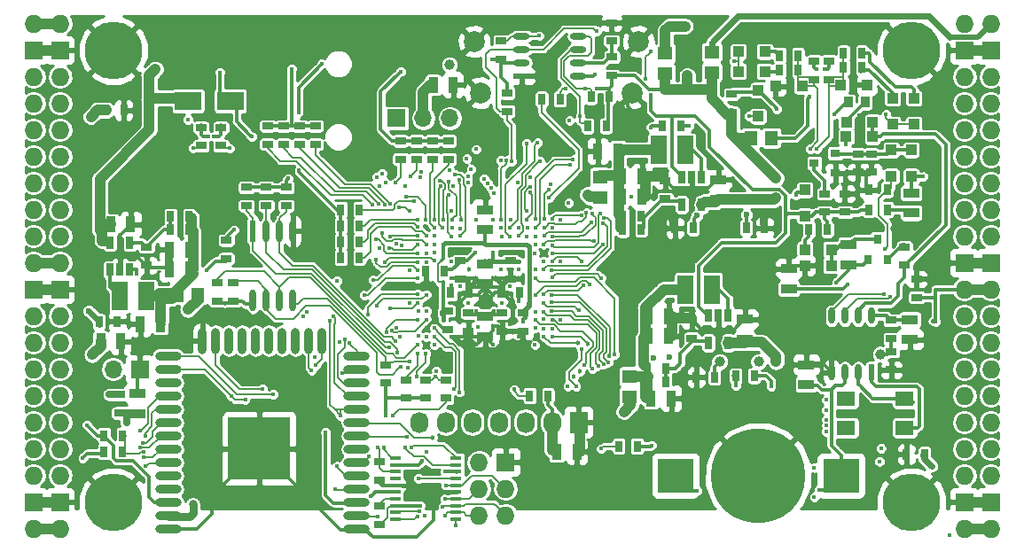
<source format=gbl>
G04 #@! TF.GenerationSoftware,KiCad,Pcbnew,5.0.0-rc2+dfsg1-3*
G04 #@! TF.CreationDate,2018-06-21T10:43:30+02:00*
G04 #@! TF.ProjectId,ulx3s,756C7833732E6B696361645F70636200,rev?*
G04 #@! TF.SameCoordinates,Original*
G04 #@! TF.FileFunction,Copper,L4,Bot,Signal*
G04 #@! TF.FilePolarity,Positive*
%FSLAX46Y46*%
G04 Gerber Fmt 4.6, Leading zero omitted, Abs format (unit mm)*
G04 Created by KiCad (PCBNEW 5.0.0-rc2+dfsg1-3) date Thu Jun 21 10:43:30 2018*
%MOMM*%
%LPD*%
G01*
G04 APERTURE LIST*
G04 #@! TA.AperFunction,SMDPad,CuDef*
%ADD10R,1.550000X0.600000*%
G04 #@! TD*
G04 #@! TA.AperFunction,SMDPad,CuDef*
%ADD11O,1.550000X0.600000*%
G04 #@! TD*
G04 #@! TA.AperFunction,SMDPad,CuDef*
%ADD12R,0.600000X2.100000*%
G04 #@! TD*
G04 #@! TA.AperFunction,SMDPad,CuDef*
%ADD13O,0.600000X2.100000*%
G04 #@! TD*
G04 #@! TA.AperFunction,SMDPad,CuDef*
%ADD14R,0.600000X1.550000*%
G04 #@! TD*
G04 #@! TA.AperFunction,SMDPad,CuDef*
%ADD15O,0.600000X1.550000*%
G04 #@! TD*
G04 #@! TA.AperFunction,SMDPad,CuDef*
%ADD16R,1.000000X0.400000*%
G04 #@! TD*
G04 #@! TA.AperFunction,SMDPad,CuDef*
%ADD17R,0.700000X1.200000*%
G04 #@! TD*
G04 #@! TA.AperFunction,SMDPad,CuDef*
%ADD18O,2.500000X0.900000*%
G04 #@! TD*
G04 #@! TA.AperFunction,SMDPad,CuDef*
%ADD19O,0.900000X2.500000*%
G04 #@! TD*
G04 #@! TA.AperFunction,SMDPad,CuDef*
%ADD20R,6.000000X6.000000*%
G04 #@! TD*
G04 #@! TA.AperFunction,ComponentPad*
%ADD21O,1.727200X1.727200*%
G04 #@! TD*
G04 #@! TA.AperFunction,ComponentPad*
%ADD22R,1.727200X1.727200*%
G04 #@! TD*
G04 #@! TA.AperFunction,ComponentPad*
%ADD23C,5.500000*%
G04 #@! TD*
G04 #@! TA.AperFunction,ComponentPad*
%ADD24R,1.727200X2.032000*%
G04 #@! TD*
G04 #@! TA.AperFunction,ComponentPad*
%ADD25O,1.727200X2.032000*%
G04 #@! TD*
G04 #@! TA.AperFunction,SMDPad,CuDef*
%ADD26R,3.500000X3.300000*%
G04 #@! TD*
G04 #@! TA.AperFunction,BGAPad,CuDef*
%ADD27C,9.000000*%
G04 #@! TD*
G04 #@! TA.AperFunction,SMDPad,CuDef*
%ADD28R,1.800000X1.400000*%
G04 #@! TD*
G04 #@! TA.AperFunction,SMDPad,CuDef*
%ADD29R,0.970000X1.500000*%
G04 #@! TD*
G04 #@! TA.AperFunction,SMDPad,CuDef*
%ADD30R,0.670000X1.000000*%
G04 #@! TD*
G04 #@! TA.AperFunction,SMDPad,CuDef*
%ADD31R,1.500000X0.970000*%
G04 #@! TD*
G04 #@! TA.AperFunction,SMDPad,CuDef*
%ADD32R,1.000000X0.670000*%
G04 #@! TD*
G04 #@! TA.AperFunction,ComponentPad*
%ADD33C,2.000000*%
G04 #@! TD*
G04 #@! TA.AperFunction,SMDPad,CuDef*
%ADD34R,1.000000X1.000000*%
G04 #@! TD*
G04 #@! TA.AperFunction,BGAPad,CuDef*
%ADD35C,0.300000*%
G04 #@! TD*
G04 #@! TA.AperFunction,ComponentPad*
%ADD36R,1.700000X1.700000*%
G04 #@! TD*
G04 #@! TA.AperFunction,ComponentPad*
%ADD37O,1.700000X1.700000*%
G04 #@! TD*
G04 #@! TA.AperFunction,SMDPad,CuDef*
%ADD38R,1.500000X2.700000*%
G04 #@! TD*
G04 #@! TA.AperFunction,SMDPad,CuDef*
%ADD39R,1.295000X1.400000*%
G04 #@! TD*
G04 #@! TA.AperFunction,SMDPad,CuDef*
%ADD40R,1.400000X1.295000*%
G04 #@! TD*
G04 #@! TA.AperFunction,SMDPad,CuDef*
%ADD41R,2.500000X1.800000*%
G04 #@! TD*
G04 #@! TA.AperFunction,SMDPad,CuDef*
%ADD42R,0.800000X0.900000*%
G04 #@! TD*
G04 #@! TA.AperFunction,SMDPad,CuDef*
%ADD43R,0.900000X0.800000*%
G04 #@! TD*
G04 #@! TA.AperFunction,SMDPad,CuDef*
%ADD44R,0.820000X1.000000*%
G04 #@! TD*
G04 #@! TA.AperFunction,ViaPad*
%ADD45C,0.400000*%
G04 #@! TD*
G04 #@! TA.AperFunction,ViaPad*
%ADD46C,0.700000*%
G04 #@! TD*
G04 #@! TA.AperFunction,ViaPad*
%ADD47C,0.454000*%
G04 #@! TD*
G04 #@! TA.AperFunction,ViaPad*
%ADD48C,0.600000*%
G04 #@! TD*
G04 #@! TA.AperFunction,ViaPad*
%ADD49C,1.000000*%
G04 #@! TD*
G04 #@! TA.AperFunction,ViaPad*
%ADD50C,0.800000*%
G04 #@! TD*
G04 #@! TA.AperFunction,Conductor*
%ADD51C,0.300000*%
G04 #@! TD*
G04 #@! TA.AperFunction,Conductor*
%ADD52C,0.500000*%
G04 #@! TD*
G04 #@! TA.AperFunction,Conductor*
%ADD53C,1.000000*%
G04 #@! TD*
G04 #@! TA.AperFunction,Conductor*
%ADD54C,0.700000*%
G04 #@! TD*
G04 #@! TA.AperFunction,Conductor*
%ADD55C,0.600000*%
G04 #@! TD*
G04 #@! TA.AperFunction,Conductor*
%ADD56C,0.400000*%
G04 #@! TD*
G04 #@! TA.AperFunction,Conductor*
%ADD57C,0.800000*%
G04 #@! TD*
G04 #@! TA.AperFunction,Conductor*
%ADD58C,0.190000*%
G04 #@! TD*
G04 #@! TA.AperFunction,Conductor*
%ADD59C,0.200000*%
G04 #@! TD*
G04 #@! TA.AperFunction,Conductor*
%ADD60C,1.500000*%
G04 #@! TD*
G04 #@! TA.AperFunction,Conductor*
%ADD61C,0.127000*%
G04 #@! TD*
G04 #@! TA.AperFunction,Conductor*
%ADD62C,0.180000*%
G04 #@! TD*
G04 #@! TA.AperFunction,Conductor*
%ADD63C,1.200000*%
G04 #@! TD*
G04 #@! TA.AperFunction,Conductor*
%ADD64C,0.254000*%
G04 #@! TD*
G04 APERTURE END LIST*
D10*
G04 #@! TO.P,U11,1*
G04 #@! TO.N,GND*
X141980000Y-67706500D03*
D11*
G04 #@! TO.P,U11,2*
G04 #@! TO.N,+2V5*
X141980000Y-66436500D03*
G04 #@! TO.P,U11,3*
G04 #@! TO.N,FPDI_SCL*
X141980000Y-65166500D03*
G04 #@! TO.P,U11,4*
G04 #@! TO.N,FPDI_SDA*
X141980000Y-63896500D03*
G04 #@! TO.P,U11,5*
G04 #@! TO.N,GPDI_SDA*
X147380000Y-63896500D03*
G04 #@! TO.P,U11,6*
G04 #@! TO.N,GPDI_SCL*
X147380000Y-65166500D03*
G04 #@! TO.P,U11,7*
G04 #@! TO.N,/gpdi/VREF2*
X147380000Y-66436500D03*
G04 #@! TO.P,U11,8*
G04 #@! TO.N,+3V3*
X147380000Y-67706500D03*
G04 #@! TD*
D12*
G04 #@! TO.P,U10,1*
G04 #@! TO.N,/flash/FLASH_nCS*
X116340000Y-82520000D03*
D13*
G04 #@! TO.P,U10,2*
G04 #@! TO.N,/flash/FLASH_MISO*
X117610000Y-82520000D03*
G04 #@! TO.P,U10,3*
G04 #@! TO.N,/flash/FLASH_nWP*
X118880000Y-82520000D03*
G04 #@! TO.P,U10,4*
G04 #@! TO.N,GND*
X120150000Y-82520000D03*
G04 #@! TO.P,U10,5*
G04 #@! TO.N,/flash/FLASH_MOSI*
X120150000Y-89124000D03*
G04 #@! TO.P,U10,6*
G04 #@! TO.N,/flash/FLASH_SCK*
X118880000Y-89124000D03*
G04 #@! TO.P,U10,7*
G04 #@! TO.N,/flash/FLASH_nHOLD*
X117610000Y-89124000D03*
G04 #@! TO.P,U10,8*
G04 #@! TO.N,+3V3*
X116340000Y-89124000D03*
G04 #@! TD*
D14*
G04 #@! TO.P,U7,1*
G04 #@! TO.N,/power/OSCI_32k*
X175395000Y-96015000D03*
D15*
G04 #@! TO.P,U7,2*
G04 #@! TO.N,/power/OSCO_32k*
X174125000Y-96015000D03*
G04 #@! TO.P,U7,3*
G04 #@! TO.N,/power/VBAT*
X172855000Y-96015000D03*
G04 #@! TO.P,U7,4*
G04 #@! TO.N,GND*
X171585000Y-96015000D03*
G04 #@! TO.P,U7,5*
G04 #@! TO.N,FPDI_SDA*
X171585000Y-90615000D03*
G04 #@! TO.P,U7,6*
G04 #@! TO.N,FPDI_SCL*
X172855000Y-90615000D03*
G04 #@! TO.P,U7,7*
G04 #@! TO.N,/power/WAKEUPn*
X174125000Y-90615000D03*
G04 #@! TO.P,U7,8*
G04 #@! TO.N,/power/RTCVDD*
X175395000Y-90615000D03*
G04 #@! TD*
D16*
G04 #@! TO.P,U6,20*
G04 #@! TO.N,FTDI_TXD*
X129935000Y-104215000D03*
G04 #@! TO.P,U6,19*
G04 #@! TO.N,FTDI_nSLEEP*
X129935000Y-104865000D03*
G04 #@! TO.P,U6,18*
G04 #@! TO.N,FTDI_TXDEN*
X129935000Y-105515000D03*
G04 #@! TO.P,U6,17*
G04 #@! TO.N,FTDI_nRXLED*
X129935000Y-106165000D03*
G04 #@! TO.P,U6,16*
G04 #@! TO.N,GND*
X129935000Y-106815000D03*
G04 #@! TO.P,U6,15*
G04 #@! TO.N,USB5V*
X129935000Y-107465000D03*
G04 #@! TO.P,U6,14*
G04 #@! TO.N,nRESET*
X129935000Y-108115000D03*
G04 #@! TO.P,U6,13*
G04 #@! TO.N,FT2V5*
X129935000Y-108765000D03*
G04 #@! TO.P,U6,12*
G04 #@! TO.N,USB_FTDI_D-*
X129935000Y-109415000D03*
G04 #@! TO.P,U6,11*
G04 #@! TO.N,USB_FTDI_D+*
X129935000Y-110065000D03*
G04 #@! TO.P,U6,10*
G04 #@! TO.N,FTDI_nTXLED*
X135735000Y-110065000D03*
G04 #@! TO.P,U6,9*
G04 #@! TO.N,JTAG_TDO*
X135735000Y-109415000D03*
G04 #@! TO.P,U6,8*
G04 #@! TO.N,JTAG_TMS*
X135735000Y-108765000D03*
G04 #@! TO.P,U6,7*
G04 #@! TO.N,JTAG_TCK*
X135735000Y-108115000D03*
G04 #@! TO.P,U6,6*
G04 #@! TO.N,GND*
X135735000Y-107465000D03*
G04 #@! TO.P,U6,5*
G04 #@! TO.N,JTAG_TDI*
X135735000Y-106815000D03*
G04 #@! TO.P,U6,4*
G04 #@! TO.N,FTDI_RXD*
X135735000Y-106165000D03*
G04 #@! TO.P,U6,3*
G04 #@! TO.N,FT2V5*
X135735000Y-105515000D03*
G04 #@! TO.P,U6,2*
G04 #@! TO.N,FTDI_nRTS*
X135735000Y-104865000D03*
G04 #@! TO.P,U6,1*
G04 #@! TO.N,FTDI_nDTR*
X135735000Y-104215000D03*
G04 #@! TD*
D17*
G04 #@! TO.P,U5,1*
G04 #@! TO.N,/power/PWREN*
X157285000Y-77392000D03*
G04 #@! TO.P,U5,2*
G04 #@! TO.N,GND*
X158235000Y-77392000D03*
G04 #@! TO.P,U5,3*
G04 #@! TO.N,/power/L3*
X159185000Y-77392000D03*
G04 #@! TO.P,U5,4*
G04 #@! TO.N,+5V*
X159185000Y-79992000D03*
G04 #@! TO.P,U5,5*
G04 #@! TO.N,/power/FB3*
X157285000Y-79992000D03*
G04 #@! TD*
G04 #@! TO.P,U3,1*
G04 #@! TO.N,/power/PWREN*
X159825000Y-90600000D03*
G04 #@! TO.P,U3,2*
G04 #@! TO.N,GND*
X160775000Y-90600000D03*
G04 #@! TO.P,U3,3*
G04 #@! TO.N,/power/L1*
X161725000Y-90600000D03*
G04 #@! TO.P,U3,4*
G04 #@! TO.N,+5V*
X161725000Y-93200000D03*
G04 #@! TO.P,U3,5*
G04 #@! TO.N,/power/FB1*
X159825000Y-93200000D03*
G04 #@! TD*
G04 #@! TO.P,U4,1*
G04 #@! TO.N,/power/PWREN*
X104575000Y-86215000D03*
G04 #@! TO.P,U4,2*
G04 #@! TO.N,GND*
X103625000Y-86215000D03*
G04 #@! TO.P,U4,3*
G04 #@! TO.N,/power/L2*
X102675000Y-86215000D03*
G04 #@! TO.P,U4,4*
G04 #@! TO.N,+5V*
X102675000Y-83615000D03*
G04 #@! TO.P,U4,5*
G04 #@! TO.N,/power/FB2*
X104575000Y-83615000D03*
G04 #@! TD*
D18*
G04 #@! TO.P,U9,38*
G04 #@! TO.N,GND*
X126230000Y-111000000D03*
G04 #@! TO.P,U9,37*
G04 #@! TO.N,JTAG_TDI*
X126230000Y-109730000D03*
G04 #@! TO.P,U9,36*
G04 #@! TO.N,PROG_DONE*
X126230000Y-108460000D03*
G04 #@! TO.P,U9,35*
G04 #@! TO.N,WIFI_TXD*
X126230000Y-107190000D03*
G04 #@! TO.P,U9,34*
G04 #@! TO.N,WIFI_RXD*
X126230000Y-105920000D03*
G04 #@! TO.P,U9,33*
G04 #@! TO.N,JTAG_TMS*
X126230000Y-104650000D03*
G04 #@! TO.P,U9,32*
G04 #@! TO.N,Net-(U9-Pad32)*
X126230000Y-103380000D03*
G04 #@! TO.P,U9,31*
G04 #@! TO.N,JTAG_TDO*
X126230000Y-102110000D03*
G04 #@! TO.P,U9,30*
G04 #@! TO.N,JTAG_TCK*
X126230000Y-100840000D03*
G04 #@! TO.P,U9,29*
G04 #@! TO.N,WIFI_GPIO5*
X126230000Y-99570000D03*
G04 #@! TO.P,U9,28*
G04 #@! TO.N,WIFI_GPIO17*
X126230000Y-98300000D03*
G04 #@! TO.P,U9,27*
G04 #@! TO.N,WIFI_GPIO16*
X126230000Y-97030000D03*
G04 #@! TO.P,U9,26*
G04 #@! TO.N,SD_D1*
X126230000Y-95760000D03*
G04 #@! TO.P,U9,25*
G04 #@! TO.N,WIFI_GPIO0*
X126230000Y-94490000D03*
D19*
G04 #@! TO.P,U9,24*
G04 #@! TO.N,SD_D0*
X122945000Y-93000000D03*
G04 #@! TO.P,U9,23*
G04 #@! TO.N,SD_CMD*
X121675000Y-93000000D03*
G04 #@! TO.P,U9,22*
G04 #@! TO.N,Net-(U9-Pad22)*
X120405000Y-93000000D03*
G04 #@! TO.P,U9,21*
G04 #@! TO.N,Net-(U9-Pad21)*
X119135000Y-93000000D03*
G04 #@! TO.P,U9,20*
G04 #@! TO.N,Net-(U9-Pad20)*
X117865000Y-93000000D03*
G04 #@! TO.P,U9,19*
G04 #@! TO.N,Net-(U9-Pad19)*
X116595000Y-93000000D03*
G04 #@! TO.P,U9,18*
G04 #@! TO.N,Net-(U9-Pad18)*
X115325000Y-93000000D03*
G04 #@! TO.P,U9,17*
G04 #@! TO.N,Net-(U9-Pad17)*
X114055000Y-93000000D03*
G04 #@! TO.P,U9,16*
G04 #@! TO.N,SD_D3*
X112785000Y-93000000D03*
G04 #@! TO.P,U9,15*
G04 #@! TO.N,GND*
X111515000Y-93000000D03*
D18*
G04 #@! TO.P,U9,14*
G04 #@! TO.N,SD_D2*
X108230000Y-94490000D03*
G04 #@! TO.P,U9,13*
G04 #@! TO.N,SD_CLK*
X108230000Y-95760000D03*
G04 #@! TO.P,U9,12*
G04 #@! TO.N,Net-(U9-Pad12)*
X108230000Y-97030000D03*
G04 #@! TO.P,U9,11*
G04 #@! TO.N,GN11*
X108230000Y-98300000D03*
G04 #@! TO.P,U9,10*
G04 #@! TO.N,GP11*
X108230000Y-99570000D03*
G04 #@! TO.P,U9,9*
G04 #@! TO.N,GN12*
X108230000Y-100840000D03*
G04 #@! TO.P,U9,8*
G04 #@! TO.N,GP12*
X108230000Y-102110000D03*
G04 #@! TO.P,U9,7*
G04 #@! TO.N,GN13*
X108230000Y-103380000D03*
G04 #@! TO.P,U9,6*
G04 #@! TO.N,GP13*
X108230000Y-104650000D03*
G04 #@! TO.P,U9,5*
G04 #@! TO.N,Net-(U9-Pad5)*
X108230000Y-105920000D03*
G04 #@! TO.P,U9,4*
G04 #@! TO.N,Net-(U9-Pad4)*
X108230000Y-107190000D03*
G04 #@! TO.P,U9,3*
G04 #@! TO.N,/wifi/WIFIEN*
X108230000Y-108460000D03*
G04 #@! TO.P,U9,2*
G04 #@! TO.N,+3V3*
X108230000Y-109730000D03*
G04 #@! TO.P,U9,1*
G04 #@! TO.N,GND*
X108230000Y-111000000D03*
D20*
G04 #@! TO.P,U9,39*
X116930000Y-103300000D03*
G04 #@! TD*
D21*
G04 #@! TO.P,J1,1*
G04 #@! TO.N,2V5_3V3*
X97910000Y-62690000D03*
G04 #@! TO.P,J1,2*
X95370000Y-62690000D03*
D22*
G04 #@! TO.P,J1,3*
G04 #@! TO.N,GND*
X97910000Y-65230000D03*
G04 #@! TO.P,J1,4*
X95370000Y-65230000D03*
D21*
G04 #@! TO.P,J1,5*
G04 #@! TO.N,GN0*
X97910000Y-67770000D03*
G04 #@! TO.P,J1,6*
G04 #@! TO.N,GP0*
X95370000Y-67770000D03*
G04 #@! TO.P,J1,7*
G04 #@! TO.N,GN1*
X97910000Y-70310000D03*
G04 #@! TO.P,J1,8*
G04 #@! TO.N,GP1*
X95370000Y-70310000D03*
G04 #@! TO.P,J1,9*
G04 #@! TO.N,GN2*
X97910000Y-72850000D03*
G04 #@! TO.P,J1,10*
G04 #@! TO.N,GP2*
X95370000Y-72850000D03*
G04 #@! TO.P,J1,11*
G04 #@! TO.N,GN3*
X97910000Y-75390000D03*
G04 #@! TO.P,J1,12*
G04 #@! TO.N,GP3*
X95370000Y-75390000D03*
G04 #@! TO.P,J1,13*
G04 #@! TO.N,GN4*
X97910000Y-77930000D03*
G04 #@! TO.P,J1,14*
G04 #@! TO.N,GP4*
X95370000Y-77930000D03*
G04 #@! TO.P,J1,15*
G04 #@! TO.N,GN5*
X97910000Y-80470000D03*
G04 #@! TO.P,J1,16*
G04 #@! TO.N,GP5*
X95370000Y-80470000D03*
G04 #@! TO.P,J1,17*
G04 #@! TO.N,GN6*
X97910000Y-83010000D03*
G04 #@! TO.P,J1,18*
G04 #@! TO.N,GP6*
X95370000Y-83010000D03*
G04 #@! TO.P,J1,19*
G04 #@! TO.N,2V5_3V3*
X97910000Y-85550000D03*
G04 #@! TO.P,J1,20*
X95370000Y-85550000D03*
D22*
G04 #@! TO.P,J1,21*
G04 #@! TO.N,GND*
X97910000Y-88090000D03*
G04 #@! TO.P,J1,22*
X95370000Y-88090000D03*
D21*
G04 #@! TO.P,J1,23*
G04 #@! TO.N,GN7*
X97910000Y-90630000D03*
G04 #@! TO.P,J1,24*
G04 #@! TO.N,GP7*
X95370000Y-90630000D03*
G04 #@! TO.P,J1,25*
G04 #@! TO.N,GN8*
X97910000Y-93170000D03*
G04 #@! TO.P,J1,26*
G04 #@! TO.N,GP8*
X95370000Y-93170000D03*
G04 #@! TO.P,J1,27*
G04 #@! TO.N,GN9*
X97910000Y-95710000D03*
G04 #@! TO.P,J1,28*
G04 #@! TO.N,GP9*
X95370000Y-95710000D03*
G04 #@! TO.P,J1,29*
G04 #@! TO.N,GN10*
X97910000Y-98250000D03*
G04 #@! TO.P,J1,30*
G04 #@! TO.N,GP10*
X95370000Y-98250000D03*
G04 #@! TO.P,J1,31*
G04 #@! TO.N,GN11*
X97910000Y-100790000D03*
G04 #@! TO.P,J1,32*
G04 #@! TO.N,GP11*
X95370000Y-100790000D03*
G04 #@! TO.P,J1,33*
G04 #@! TO.N,GN12*
X97910000Y-103330000D03*
G04 #@! TO.P,J1,34*
G04 #@! TO.N,GP12*
X95370000Y-103330000D03*
G04 #@! TO.P,J1,35*
G04 #@! TO.N,GN13*
X97910000Y-105870000D03*
G04 #@! TO.P,J1,36*
G04 #@! TO.N,GP13*
X95370000Y-105870000D03*
D22*
G04 #@! TO.P,J1,37*
G04 #@! TO.N,GND*
X97910000Y-108410000D03*
G04 #@! TO.P,J1,38*
X95370000Y-108410000D03*
D21*
G04 #@! TO.P,J1,39*
G04 #@! TO.N,2V5_3V3*
X97910000Y-110950000D03*
G04 #@! TO.P,J1,40*
X95370000Y-110950000D03*
G04 #@! TD*
G04 #@! TO.P,J2,1*
G04 #@! TO.N,+3V3*
X184270000Y-110950000D03*
G04 #@! TO.P,J2,2*
X186810000Y-110950000D03*
D22*
G04 #@! TO.P,J2,3*
G04 #@! TO.N,GND*
X184270000Y-108410000D03*
G04 #@! TO.P,J2,4*
X186810000Y-108410000D03*
D21*
G04 #@! TO.P,J2,5*
G04 #@! TO.N,GN14*
X184270000Y-105870000D03*
G04 #@! TO.P,J2,6*
G04 #@! TO.N,GP14*
X186810000Y-105870000D03*
G04 #@! TO.P,J2,7*
G04 #@! TO.N,GN15*
X184270000Y-103330000D03*
G04 #@! TO.P,J2,8*
G04 #@! TO.N,GP15*
X186810000Y-103330000D03*
G04 #@! TO.P,J2,9*
G04 #@! TO.N,GN16*
X184270000Y-100790000D03*
G04 #@! TO.P,J2,10*
G04 #@! TO.N,GP16*
X186810000Y-100790000D03*
G04 #@! TO.P,J2,11*
G04 #@! TO.N,GN17*
X184270000Y-98250000D03*
G04 #@! TO.P,J2,12*
G04 #@! TO.N,GP17*
X186810000Y-98250000D03*
G04 #@! TO.P,J2,13*
G04 #@! TO.N,GN18*
X184270000Y-95710000D03*
G04 #@! TO.P,J2,14*
G04 #@! TO.N,GP18*
X186810000Y-95710000D03*
G04 #@! TO.P,J2,15*
G04 #@! TO.N,GN19*
X184270000Y-93170000D03*
G04 #@! TO.P,J2,16*
G04 #@! TO.N,GP19*
X186810000Y-93170000D03*
G04 #@! TO.P,J2,17*
G04 #@! TO.N,GN20*
X184270000Y-90630000D03*
G04 #@! TO.P,J2,18*
G04 #@! TO.N,GP20*
X186810000Y-90630000D03*
G04 #@! TO.P,J2,19*
G04 #@! TO.N,+3V3*
X184270000Y-88090000D03*
G04 #@! TO.P,J2,20*
X186810000Y-88090000D03*
D22*
G04 #@! TO.P,J2,21*
G04 #@! TO.N,GND*
X184270000Y-85550000D03*
G04 #@! TO.P,J2,22*
X186810000Y-85550000D03*
D21*
G04 #@! TO.P,J2,23*
G04 #@! TO.N,GN21*
X184270000Y-83010000D03*
G04 #@! TO.P,J2,24*
G04 #@! TO.N,GP21*
X186810000Y-83010000D03*
G04 #@! TO.P,J2,25*
G04 #@! TO.N,GN22*
X184270000Y-80470000D03*
G04 #@! TO.P,J2,26*
G04 #@! TO.N,GP22*
X186810000Y-80470000D03*
G04 #@! TO.P,J2,27*
G04 #@! TO.N,GN23*
X184270000Y-77930000D03*
G04 #@! TO.P,J2,28*
G04 #@! TO.N,GP23*
X186810000Y-77930000D03*
G04 #@! TO.P,J2,29*
G04 #@! TO.N,GN24*
X184270000Y-75390000D03*
G04 #@! TO.P,J2,30*
G04 #@! TO.N,GP24*
X186810000Y-75390000D03*
G04 #@! TO.P,J2,31*
G04 #@! TO.N,GN25*
X184270000Y-72850000D03*
G04 #@! TO.P,J2,32*
G04 #@! TO.N,GP25*
X186810000Y-72850000D03*
G04 #@! TO.P,J2,33*
G04 #@! TO.N,GN26*
X184270000Y-70310000D03*
G04 #@! TO.P,J2,34*
G04 #@! TO.N,GP26*
X186810000Y-70310000D03*
G04 #@! TO.P,J2,35*
G04 #@! TO.N,GN27*
X184270000Y-67770000D03*
G04 #@! TO.P,J2,36*
G04 #@! TO.N,GP27*
X186810000Y-67770000D03*
D22*
G04 #@! TO.P,J2,37*
G04 #@! TO.N,GND*
X184270000Y-65230000D03*
G04 #@! TO.P,J2,38*
X186810000Y-65230000D03*
D21*
G04 #@! TO.P,J2,39*
G04 #@! TO.N,/gpio/IN5V*
X184270000Y-62690000D03*
G04 #@! TO.P,J2,40*
G04 #@! TO.N,/gpio/OUT5V*
X186810000Y-62690000D03*
G04 #@! TD*
D23*
G04 #@! TO.P,H1,1*
G04 #@! TO.N,GND*
X102990000Y-108410000D03*
G04 #@! TD*
G04 #@! TO.P,H2,1*
G04 #@! TO.N,GND*
X179190000Y-108410000D03*
G04 #@! TD*
G04 #@! TO.P,H3,1*
G04 #@! TO.N,GND*
X179190000Y-65230000D03*
G04 #@! TD*
G04 #@! TO.P,H4,1*
G04 #@! TO.N,GND*
X102990000Y-65230000D03*
G04 #@! TD*
D22*
G04 #@! TO.P,J4,1*
G04 #@! TO.N,GND*
X140455000Y-104600000D03*
D21*
G04 #@! TO.P,J4,2*
G04 #@! TO.N,+3V3*
X137915000Y-104600000D03*
G04 #@! TO.P,J4,3*
G04 #@! TO.N,JTAG_TDI*
X140455000Y-107140000D03*
G04 #@! TO.P,J4,4*
G04 #@! TO.N,JTAG_TCK*
X137915000Y-107140000D03*
G04 #@! TO.P,J4,5*
G04 #@! TO.N,JTAG_TMS*
X140455000Y-109680000D03*
G04 #@! TO.P,J4,6*
G04 #@! TO.N,JTAG_TDO*
X137915000Y-109680000D03*
G04 #@! TD*
D24*
G04 #@! TO.P,OLED1,1*
G04 #@! TO.N,GND*
X147440000Y-100790000D03*
D25*
G04 #@! TO.P,OLED1,2*
G04 #@! TO.N,+3V3*
X144900000Y-100790000D03*
G04 #@! TO.P,OLED1,3*
G04 #@! TO.N,OLED_CLK*
X142360000Y-100790000D03*
G04 #@! TO.P,OLED1,4*
G04 #@! TO.N,OLED_MOSI*
X139820000Y-100790000D03*
G04 #@! TO.P,OLED1,5*
G04 #@! TO.N,OLED_RES*
X137280000Y-100790000D03*
G04 #@! TO.P,OLED1,6*
G04 #@! TO.N,OLED_DC*
X134740000Y-100790000D03*
G04 #@! TO.P,OLED1,7*
G04 #@! TO.N,OLED_CS*
X132200000Y-100790000D03*
G04 #@! TD*
D26*
G04 #@! TO.P,BAT1,1*
G04 #@! TO.N,/power/VBAT*
X172485000Y-105870000D03*
X156685000Y-105870000D03*
D27*
G04 #@! TO.P,BAT1,2*
G04 #@! TO.N,GND*
X164585000Y-105870000D03*
G04 #@! TD*
D28*
G04 #@! TO.P,Y2,4*
G04 #@! TO.N,/power/OSCO_32k*
X178576000Y-98522000D03*
G04 #@! TO.P,Y2,3*
G04 #@! TO.N,Net-(Y2-Pad3)*
X172976000Y-98522000D03*
G04 #@! TO.P,Y2,2*
G04 #@! TO.N,Net-(Y2-Pad2)*
X172976000Y-101322000D03*
G04 #@! TO.P,Y2,1*
G04 #@! TO.N,/power/OSCI_32k*
X178576000Y-101322000D03*
G04 #@! TD*
D29*
G04 #@! TO.P,C47,1*
G04 #@! TO.N,2V5_3V3*
X133546000Y-68550000D03*
G04 #@! TO.P,C47,2*
G04 #@! TO.N,GND*
X135456000Y-68550000D03*
G04 #@! TD*
G04 #@! TO.P,C1,1*
G04 #@! TO.N,+5V*
X102748500Y-81885000D03*
G04 #@! TO.P,C1,2*
G04 #@! TO.N,GND*
X104658500Y-81885000D03*
G04 #@! TD*
D30*
G04 #@! TO.P,C2,1*
G04 #@! TO.N,/power/P1V1*
X153985000Y-96910000D03*
G04 #@! TO.P,C2,2*
G04 #@! TO.N,/power/FB1*
X155735000Y-96910000D03*
G04 #@! TD*
D29*
G04 #@! TO.P,C3,2*
G04 #@! TO.N,GND*
X156015000Y-90630000D03*
G04 #@! TO.P,C3,1*
G04 #@! TO.N,/power/P1V1*
X154105000Y-90630000D03*
G04 #@! TD*
G04 #@! TO.P,C4,1*
G04 #@! TO.N,/power/P1V1*
X154105000Y-92535000D03*
G04 #@! TO.P,C4,2*
G04 #@! TO.N,GND*
X156015000Y-92535000D03*
G04 #@! TD*
D31*
G04 #@! TO.P,C5,2*
G04 #@! TO.N,GND*
X163315000Y-90945000D03*
G04 #@! TO.P,C5,1*
G04 #@! TO.N,+5V*
X163315000Y-92855000D03*
G04 #@! TD*
D30*
G04 #@! TO.P,C6,1*
G04 #@! TO.N,/power/P3V3*
X151645000Y-82375000D03*
G04 #@! TO.P,C6,2*
G04 #@! TO.N,/power/FB3*
X153395000Y-82375000D03*
G04 #@! TD*
D29*
G04 #@! TO.P,C7,2*
G04 #@! TO.N,GND*
X153475000Y-79200000D03*
G04 #@! TO.P,C7,1*
G04 #@! TO.N,/power/P3V3*
X151565000Y-79200000D03*
G04 #@! TD*
G04 #@! TO.P,C8,2*
G04 #@! TO.N,GND*
X153475000Y-77295000D03*
G04 #@! TO.P,C8,1*
G04 #@! TO.N,/power/P3V3*
X151565000Y-77295000D03*
G04 #@! TD*
D31*
G04 #@! TO.P,C9,1*
G04 #@! TO.N,+5V*
X160775000Y-79520000D03*
G04 #@! TO.P,C9,2*
G04 #@! TO.N,GND*
X160775000Y-77610000D03*
G04 #@! TD*
D30*
G04 #@! TO.P,C10,2*
G04 #@! TO.N,/power/FB2*
X108465000Y-81105000D03*
G04 #@! TO.P,C10,1*
G04 #@! TO.N,/power/P2V5*
X110215000Y-81105000D03*
G04 #@! TD*
D29*
G04 #@! TO.P,C11,2*
G04 #@! TO.N,GND*
X108385000Y-84280000D03*
G04 #@! TO.P,C11,1*
G04 #@! TO.N,/power/P2V5*
X110295000Y-84280000D03*
G04 #@! TD*
G04 #@! TO.P,C12,1*
G04 #@! TO.N,/power/P2V5*
X110295000Y-86185000D03*
G04 #@! TO.P,C12,2*
G04 #@! TO.N,GND*
X108385000Y-86185000D03*
G04 #@! TD*
D31*
G04 #@! TO.P,C13,2*
G04 #@! TO.N,/power/WKUP*
X173221000Y-83833000D03*
G04 #@! TO.P,C13,1*
G04 #@! TO.N,+5V*
X173221000Y-85743000D03*
G04 #@! TD*
D32*
G04 #@! TO.P,C14,2*
G04 #@! TO.N,GND*
X175380000Y-76900000D03*
G04 #@! TO.P,C14,1*
G04 #@! TO.N,/power/SHUT*
X175380000Y-75150000D03*
G04 #@! TD*
D31*
G04 #@! TO.P,C15,1*
G04 #@! TO.N,/sdcard/SD3V3*
X105276000Y-99967000D03*
G04 #@! TO.P,C15,2*
G04 #@! TO.N,GND*
X105276000Y-98057000D03*
G04 #@! TD*
G04 #@! TO.P,C16,1*
G04 #@! TO.N,+3V3*
X167506000Y-88029000D03*
G04 #@! TO.P,C16,2*
G04 #@! TO.N,GND*
X167506000Y-86119000D03*
G04 #@! TD*
G04 #@! TO.P,C17,1*
G04 #@! TO.N,+1V1*
X138500000Y-90665000D03*
G04 #@! TO.P,C17,2*
G04 #@! TO.N,GND*
X138500000Y-92575000D03*
G04 #@! TD*
D32*
G04 #@! TO.P,C18,1*
G04 #@! TO.N,/gpdi/VREF2*
X150589600Y-64359000D03*
G04 #@! TO.P,C18,2*
G04 #@! TO.N,GND*
X150589600Y-62609000D03*
G04 #@! TD*
D31*
G04 #@! TO.P,C19,1*
G04 #@! TO.N,+2V5*
X138500000Y-82375000D03*
G04 #@! TO.P,C19,2*
G04 #@! TO.N,GND*
X138500000Y-80465000D03*
G04 #@! TD*
G04 #@! TO.P,C20,2*
G04 #@! TO.N,GND*
X138500000Y-87575000D03*
G04 #@! TO.P,C20,1*
G04 #@! TO.N,+3V3*
X138500000Y-85665000D03*
G04 #@! TD*
D29*
G04 #@! TO.P,C21,2*
G04 #@! TO.N,GND*
X103706000Y-93061000D03*
G04 #@! TO.P,C21,1*
G04 #@! TO.N,+3V3*
X101796000Y-93061000D03*
G04 #@! TD*
G04 #@! TO.P,C22,1*
G04 #@! TO.N,/power/P1V1*
X154359000Y-98504000D03*
G04 #@! TO.P,C22,2*
G04 #@! TO.N,GND*
X156269000Y-98504000D03*
G04 #@! TD*
G04 #@! TO.P,C23,2*
G04 #@! TO.N,GND*
X105591000Y-91392000D03*
G04 #@! TO.P,C23,1*
G04 #@! TO.N,/power/P2V5*
X107501000Y-91392000D03*
G04 #@! TD*
G04 #@! TO.P,C24,1*
G04 #@! TO.N,/power/P3V3*
X151189000Y-74882000D03*
G04 #@! TO.P,C24,2*
G04 #@! TO.N,GND*
X149279000Y-74882000D03*
G04 #@! TD*
D32*
G04 #@! TO.P,C25,2*
G04 #@! TO.N,GND*
X140900000Y-87095000D03*
G04 #@! TO.P,C25,1*
G04 #@! TO.N,+3V3*
X140900000Y-85345000D03*
G04 #@! TD*
G04 #@! TO.P,C26,2*
G04 #@! TO.N,GND*
X136100000Y-87095000D03*
G04 #@! TO.P,C26,1*
G04 #@! TO.N,2V5_3V3*
X136100000Y-85345000D03*
G04 #@! TD*
G04 #@! TO.P,C27,2*
G04 #@! TO.N,GND*
X136900000Y-92095000D03*
G04 #@! TO.P,C27,1*
G04 #@! TO.N,+1V1*
X136900000Y-90345000D03*
G04 #@! TD*
G04 #@! TO.P,C28,1*
G04 #@! TO.N,+1V1*
X140100000Y-90345000D03*
G04 #@! TO.P,C28,2*
G04 #@! TO.N,GND*
X140100000Y-92095000D03*
G04 #@! TD*
G04 #@! TO.P,C29,2*
G04 #@! TO.N,GND*
X142100000Y-92095000D03*
G04 #@! TO.P,C29,1*
G04 #@! TO.N,+2V5*
X142100000Y-90345000D03*
G04 #@! TD*
G04 #@! TO.P,C30,1*
G04 #@! TO.N,+2V5*
X134900000Y-90145000D03*
G04 #@! TO.P,C30,2*
G04 #@! TO.N,GND*
X134900000Y-91895000D03*
G04 #@! TD*
D30*
G04 #@! TO.P,C31,1*
G04 #@! TO.N,+3V3*
X135225000Y-88420000D03*
G04 #@! TO.P,C31,2*
G04 #@! TO.N,GND*
X136975000Y-88420000D03*
G04 #@! TD*
G04 #@! TO.P,C32,2*
G04 #@! TO.N,GND*
X140025000Y-88420000D03*
G04 #@! TO.P,C32,1*
G04 #@! TO.N,+3V3*
X141775000Y-88420000D03*
G04 #@! TD*
G04 #@! TO.P,C33,1*
G04 #@! TO.N,+3V3*
X163425000Y-82220000D03*
G04 #@! TO.P,C33,2*
G04 #@! TO.N,GND*
X165175000Y-82220000D03*
G04 #@! TD*
G04 #@! TO.P,C34,1*
G04 #@! TO.N,+3V3*
X158375000Y-82220000D03*
G04 #@! TO.P,C34,2*
G04 #@! TO.N,GND*
X156625000Y-82220000D03*
G04 #@! TD*
D32*
G04 #@! TO.P,C35,1*
G04 #@! TO.N,+3V3*
X177300000Y-94025000D03*
G04 #@! TO.P,C35,2*
G04 #@! TO.N,GND*
X177300000Y-95775000D03*
G04 #@! TD*
D29*
G04 #@! TO.P,C46,1*
G04 #@! TO.N,+3V3*
X145342000Y-103584000D03*
G04 #@! TO.P,C46,2*
G04 #@! TO.N,GND*
X147252000Y-103584000D03*
G04 #@! TD*
D30*
G04 #@! TO.P,C48,2*
G04 #@! TO.N,GND*
X103995000Y-70963000D03*
G04 #@! TO.P,C48,1*
G04 #@! TO.N,2V5_3V3*
X102245000Y-70963000D03*
G04 #@! TD*
G04 #@! TO.P,C49,2*
G04 #@! TO.N,GND*
X103372000Y-91156000D03*
G04 #@! TO.P,C49,1*
G04 #@! TO.N,2V5_3V3*
X101622000Y-91156000D03*
G04 #@! TD*
D32*
G04 #@! TO.P,C50,1*
G04 #@! TO.N,+3V3*
X179713000Y-88856000D03*
G04 #@! TO.P,C50,2*
G04 #@! TO.N,GND*
X179713000Y-87106000D03*
G04 #@! TD*
D30*
G04 #@! TO.P,C51,1*
G04 #@! TO.N,+3V3*
X180473000Y-103856000D03*
G04 #@! TO.P,C51,2*
G04 #@! TO.N,GND*
X178723000Y-103856000D03*
G04 #@! TD*
G04 #@! TO.P,C52,2*
G04 #@! TO.N,GND*
X158645000Y-96490000D03*
G04 #@! TO.P,C52,1*
G04 #@! TO.N,+3V3*
X160395000Y-96490000D03*
G04 #@! TD*
G04 #@! TO.P,C53,2*
G04 #@! TO.N,GND*
X132827200Y-86330000D03*
G04 #@! TO.P,C53,1*
G04 #@! TO.N,2V5_3V3*
X134577200Y-86330000D03*
G04 #@! TD*
D31*
G04 #@! TO.P,C54,2*
G04 #@! TO.N,GND*
X169172000Y-95281000D03*
G04 #@! TO.P,C54,1*
G04 #@! TO.N,/power/VBAT*
X169172000Y-97191000D03*
G04 #@! TD*
G04 #@! TO.P,D11,1*
G04 #@! TO.N,/power/HOLD*
X179190000Y-80790000D03*
G04 #@! TO.P,D11,2*
G04 #@! TO.N,+3V3*
X179190000Y-78880000D03*
G04 #@! TD*
D33*
G04 #@! TO.P,GPDI1,0*
G04 #@! TO.N,GND*
X152546000Y-69312000D03*
X138046000Y-69312000D03*
X153146000Y-64412000D03*
X137446000Y-64412000D03*
G04 #@! TD*
D34*
G04 #@! TO.P,D10,1*
G04 #@! TO.N,/power/WAKE*
X169050000Y-84280000D03*
G04 #@! TO.P,D10,2*
G04 #@! TO.N,/power/WKUP*
X171550000Y-84280000D03*
G04 #@! TD*
G04 #@! TO.P,D12,2*
G04 #@! TO.N,/power/FTDI_nSUSPEND*
X169030000Y-78585000D03*
G04 #@! TO.P,D12,1*
G04 #@! TO.N,/power/PWREN*
X169030000Y-81085000D03*
G04 #@! TD*
G04 #@! TO.P,D13,1*
G04 #@! TO.N,/power/WKUP*
X171550000Y-85804000D03*
G04 #@! TO.P,D13,2*
G04 #@! TO.N,GND*
X169050000Y-85804000D03*
G04 #@! TD*
G04 #@! TO.P,D14,2*
G04 #@! TO.N,/power/SHUT*
X179190000Y-74775000D03*
G04 #@! TO.P,D14,1*
G04 #@! TO.N,+3V3*
X179190000Y-77275000D03*
G04 #@! TD*
G04 #@! TO.P,D15,2*
G04 #@! TO.N,SHUTDOWN*
X177285000Y-77275000D03*
G04 #@! TO.P,D15,1*
G04 #@! TO.N,/power/SHUT*
X177285000Y-74775000D03*
G04 #@! TD*
G04 #@! TO.P,D16,1*
G04 #@! TO.N,/power/PWRBTn*
X172987000Y-73503000D03*
G04 #@! TO.P,D16,2*
G04 #@! TO.N,/power/WAKEUPn*
X175487000Y-73503000D03*
G04 #@! TD*
G04 #@! TO.P,D17,1*
G04 #@! TO.N,/power/PWRBTn*
X164585000Y-69060000D03*
G04 #@! TO.P,D17,2*
G04 #@! TO.N,BTN_PWRn*
X164585000Y-71560000D03*
G04 #@! TD*
G04 #@! TO.P,D20,1*
G04 #@! TO.N,USB_FPGA_D+*
X168756000Y-68659000D03*
G04 #@! TO.P,D20,2*
G04 #@! TO.N,GND*
X166256000Y-68659000D03*
G04 #@! TD*
G04 #@! TO.P,D21,2*
G04 #@! TO.N,GND*
X174979000Y-68550000D03*
G04 #@! TO.P,D21,1*
G04 #@! TO.N,USB_FPGA_D-*
X172479000Y-68550000D03*
G04 #@! TD*
G04 #@! TO.P,D23,2*
G04 #@! TO.N,Net-(D23-Pad2)*
X165200000Y-67262000D03*
G04 #@! TO.P,D23,1*
G04 #@! TO.N,USB_FPGA_PULL_D+*
X162700000Y-67262000D03*
G04 #@! TD*
G04 #@! TO.P,D24,2*
G04 #@! TO.N,USB_FPGA_PULL_D+*
X162700000Y-65357000D03*
G04 #@! TO.P,D24,1*
G04 #@! TO.N,Net-(D24-Pad1)*
X165200000Y-65357000D03*
G04 #@! TD*
G04 #@! TO.P,D25,1*
G04 #@! TO.N,USB_FPGA_PULL_D-*
X177412000Y-72322000D03*
G04 #@! TO.P,D25,2*
G04 #@! TO.N,Net-(D25-Pad2)*
X177412000Y-69822000D03*
G04 #@! TD*
G04 #@! TO.P,D26,1*
G04 #@! TO.N,Net-(D26-Pad1)*
X179444000Y-69822000D03*
G04 #@! TO.P,D26,2*
G04 #@! TO.N,USB_FPGA_PULL_D-*
X179444000Y-72322000D03*
G04 #@! TD*
D35*
G04 #@! TO.P,AE1,1*
G04 #@! TO.N,/usb/ANT_433MHz*
X182888000Y-111603000D03*
G04 #@! TD*
D32*
G04 #@! TO.P,R49,1*
G04 #@! TO.N,USB_FTDI_D-*
X113277000Y-74360000D03*
G04 #@! TO.P,R49,2*
G04 #@! TO.N,/usb/FTD-*
X113277000Y-72610000D03*
G04 #@! TD*
G04 #@! TO.P,R50,2*
G04 #@! TO.N,/usb/FTD+*
X111372000Y-72610000D03*
G04 #@! TO.P,R50,1*
G04 #@! TO.N,USB_FTDI_D+*
X111372000Y-74360000D03*
G04 #@! TD*
D30*
G04 #@! TO.P,R51,2*
G04 #@! TO.N,/blinkey/SWPU*
X155455000Y-72487000D03*
G04 #@! TO.P,R51,1*
G04 #@! TO.N,2V5_3V3*
X157205000Y-72487000D03*
G04 #@! TD*
D32*
G04 #@! TO.P,R52,2*
G04 #@! TO.N,/usb/FPD-*
X171331000Y-66278000D03*
G04 #@! TO.P,R52,1*
G04 #@! TO.N,USB_FPGA_D-*
X171331000Y-68028000D03*
G04 #@! TD*
G04 #@! TO.P,R53,1*
G04 #@! TO.N,USB_FPGA_D+*
X169919000Y-68028000D03*
G04 #@! TO.P,R53,2*
G04 #@! TO.N,/usb/FPD+*
X169919000Y-66278000D03*
G04 #@! TD*
D30*
G04 #@! TO.P,R54,2*
G04 #@! TO.N,Net-(D26-Pad1)*
X174477000Y-65502000D03*
G04 #@! TO.P,R54,1*
G04 #@! TO.N,USB_FPGA_D-*
X172727000Y-65502000D03*
G04 #@! TD*
D32*
G04 #@! TO.P,R56,1*
G04 #@! TO.N,GND*
X128390000Y-106321000D03*
G04 #@! TO.P,R56,2*
G04 #@! TO.N,FTDI_TXDEN*
X128390000Y-104571000D03*
G04 #@! TD*
G04 #@! TO.P,R57,2*
G04 #@! TO.N,/analog/AUDIO_V*
X117722000Y-72483000D03*
G04 #@! TO.P,R57,1*
G04 #@! TO.N,AUDIO_V0*
X117722000Y-74233000D03*
G04 #@! TD*
G04 #@! TO.P,R58,1*
G04 #@! TO.N,AUDIO_V1*
X119246000Y-74233000D03*
G04 #@! TO.P,R58,2*
G04 #@! TO.N,/analog/AUDIO_V*
X119246000Y-72483000D03*
G04 #@! TD*
G04 #@! TO.P,R59,2*
G04 #@! TO.N,/analog/AUDIO_V*
X120770000Y-72483000D03*
G04 #@! TO.P,R59,1*
G04 #@! TO.N,AUDIO_V2*
X120770000Y-74233000D03*
G04 #@! TD*
G04 #@! TO.P,R60,1*
G04 #@! TO.N,AUDIO_V3*
X122294000Y-74233000D03*
G04 #@! TO.P,R60,2*
G04 #@! TO.N,/analog/AUDIO_V*
X122294000Y-72483000D03*
G04 #@! TD*
D30*
G04 #@! TO.P,R61,1*
G04 #@! TO.N,GPDI_CEC*
X145655000Y-69900000D03*
G04 #@! TO.P,R61,2*
G04 #@! TO.N,/gpdi/FPDI_CEC*
X143905000Y-69900000D03*
G04 #@! TD*
D36*
G04 #@! TO.P,J3,1*
G04 #@! TO.N,GND*
X105530000Y-95710000D03*
D37*
G04 #@! TO.P,J3,2*
G04 #@! TO.N,/wifi/WIFIEN*
X102990000Y-95710000D03*
G04 #@! TD*
D36*
G04 #@! TO.P,J5,1*
G04 #@! TO.N,+2V5*
X130056000Y-71725000D03*
D37*
G04 #@! TO.P,J5,2*
G04 #@! TO.N,2V5_3V3*
X132596000Y-71725000D03*
G04 #@! TO.P,J5,3*
G04 #@! TO.N,+3V3*
X135136000Y-71725000D03*
G04 #@! TD*
D30*
G04 #@! TO.P,R40,1*
G04 #@! TO.N,Net-(D24-Pad1)*
X166631000Y-65738000D03*
G04 #@! TO.P,R40,2*
G04 #@! TO.N,USB_FPGA_D+*
X168381000Y-65738000D03*
G04 #@! TD*
D32*
G04 #@! TO.P,R55,1*
G04 #@! TO.N,/flash/FPGA_DONE*
X134740000Y-96740000D03*
G04 #@! TO.P,R55,2*
G04 #@! TO.N,PROG_DONE*
X134740000Y-98490000D03*
G04 #@! TD*
D31*
G04 #@! TO.P,C55,1*
G04 #@! TO.N,/power/RTCVDD*
X179078000Y-90963000D03*
G04 #@! TO.P,C55,2*
G04 #@! TO.N,GND*
X179078000Y-92873000D03*
G04 #@! TD*
D32*
G04 #@! TO.P,R65,1*
G04 #@! TO.N,+3V3*
X177300000Y-92793000D03*
G04 #@! TO.P,R65,2*
G04 #@! TO.N,/power/RTCVDD*
X177300000Y-91043000D03*
G04 #@! TD*
D38*
G04 #@! TO.P,L1,1*
G04 #@! TO.N,/power/L1*
X160140000Y-88090000D03*
G04 #@! TO.P,L1,2*
G04 #@! TO.N,/power/P1V1*
X157600000Y-88090000D03*
G04 #@! TD*
G04 #@! TO.P,L2,1*
G04 #@! TO.N,/power/L2*
X103625000Y-88725000D03*
G04 #@! TO.P,L2,2*
G04 #@! TO.N,/power/P2V5*
X106165000Y-88725000D03*
G04 #@! TD*
G04 #@! TO.P,L3,2*
G04 #@! TO.N,/power/P3V3*
X155060000Y-74755000D03*
G04 #@! TO.P,L3,1*
G04 #@! TO.N,/power/L3*
X157600000Y-74755000D03*
G04 #@! TD*
D30*
G04 #@! TO.P,R1,2*
G04 #@! TO.N,/power/PWREN*
X171175000Y-82375000D03*
G04 #@! TO.P,R1,1*
G04 #@! TO.N,/power/WAKE*
X169425000Y-82375000D03*
G04 #@! TD*
D32*
G04 #@! TO.P,R2,2*
G04 #@! TO.N,GND*
X172840000Y-78960000D03*
G04 #@! TO.P,R2,1*
G04 #@! TO.N,/power/PWREN*
X172840000Y-80710000D03*
G04 #@! TD*
G04 #@! TO.P,R3,1*
G04 #@! TO.N,+5V*
X162045000Y-71185000D03*
G04 #@! TO.P,R3,2*
G04 #@! TO.N,/power/PWRBTn*
X162045000Y-69435000D03*
G04 #@! TD*
D30*
G04 #@! TO.P,R4,1*
G04 #@! TO.N,/power/HOLD*
X176890000Y-80470000D03*
G04 #@! TO.P,R4,2*
G04 #@! TO.N,/power/PWREN*
X175140000Y-80470000D03*
G04 #@! TD*
D32*
G04 #@! TO.P,R5,1*
G04 #@! TO.N,/power/SHUT*
X174110000Y-75150000D03*
G04 #@! TO.P,R5,2*
G04 #@! TO.N,GND*
X174110000Y-76900000D03*
G04 #@! TD*
G04 #@! TO.P,R6,2*
G04 #@! TO.N,/power/WAKEUPn*
X178555000Y-85790000D03*
G04 #@! TO.P,R6,1*
G04 #@! TO.N,/power/WKn*
X178555000Y-84040000D03*
G04 #@! TD*
G04 #@! TO.P,R7,2*
G04 #@! TO.N,/blinkey/BTNPUL*
X113785000Y-85155000D03*
G04 #@! TO.P,R7,1*
G04 #@! TO.N,+3V3*
X113785000Y-83405000D03*
G04 #@! TD*
G04 #@! TO.P,R8,1*
G04 #@! TO.N,/power/PWREN*
X170935000Y-80710000D03*
G04 #@! TO.P,R8,2*
G04 #@! TO.N,/power/SHD*
X170935000Y-78960000D03*
G04 #@! TD*
G04 #@! TO.P,R9,2*
G04 #@! TO.N,FT2V5*
X128390000Y-110555000D03*
G04 #@! TO.P,R9,1*
G04 #@! TO.N,nRESET*
X128390000Y-108805000D03*
G04 #@! TD*
D30*
G04 #@! TO.P,R10,2*
G04 #@! TO.N,FTDI_nSLEEP*
X151264000Y-103076000D03*
G04 #@! TO.P,R10,1*
G04 #@! TO.N,/power/FTDI_nSUSPEND*
X153014000Y-103076000D03*
G04 #@! TD*
D32*
G04 #@! TO.P,R11,2*
G04 #@! TO.N,/flash/FLASH_nWP*
X119515000Y-80093000D03*
G04 #@! TO.P,R11,1*
G04 #@! TO.N,+3V3*
X119515000Y-78343000D03*
G04 #@! TD*
G04 #@! TO.P,R12,1*
G04 #@! TO.N,+3V3*
X114420000Y-89219000D03*
G04 #@! TO.P,R12,2*
G04 #@! TO.N,/flash/FLASH_nHOLD*
X114420000Y-87469000D03*
G04 #@! TD*
D30*
G04 #@! TO.P,R13,2*
G04 #@! TO.N,GND*
X175140000Y-78565000D03*
G04 #@! TO.P,R13,1*
G04 #@! TO.N,SHUTDOWN*
X176890000Y-78565000D03*
G04 #@! TD*
G04 #@! TO.P,R14,2*
G04 #@! TO.N,/analog/AUDIO_L*
X124721000Y-85060000D03*
G04 #@! TO.P,R14,1*
G04 #@! TO.N,AUDIO_L0*
X126471000Y-85060000D03*
G04 #@! TD*
G04 #@! TO.P,R15,1*
G04 #@! TO.N,AUDIO_L1*
X126471000Y-83536000D03*
G04 #@! TO.P,R15,2*
G04 #@! TO.N,/analog/AUDIO_L*
X124721000Y-83536000D03*
G04 #@! TD*
G04 #@! TO.P,R16,2*
G04 #@! TO.N,/analog/AUDIO_L*
X124721000Y-82012000D03*
G04 #@! TO.P,R16,1*
G04 #@! TO.N,AUDIO_L2*
X126471000Y-82012000D03*
G04 #@! TD*
G04 #@! TO.P,R17,1*
G04 #@! TO.N,AUDIO_L3*
X126471000Y-80470000D03*
G04 #@! TO.P,R17,2*
G04 #@! TO.N,/analog/AUDIO_L*
X124721000Y-80470000D03*
G04 #@! TD*
D32*
G04 #@! TO.P,R18,2*
G04 #@! TO.N,/analog/AUDIO_R*
X130422000Y-73898000D03*
G04 #@! TO.P,R18,1*
G04 #@! TO.N,AUDIO_R0*
X130422000Y-75648000D03*
G04 #@! TD*
G04 #@! TO.P,R19,2*
G04 #@! TO.N,/analog/AUDIO_R*
X131961000Y-73898000D03*
G04 #@! TO.P,R19,1*
G04 #@! TO.N,AUDIO_R1*
X131961000Y-75648000D03*
G04 #@! TD*
G04 #@! TO.P,R20,2*
G04 #@! TO.N,/analog/AUDIO_R*
X133485000Y-73898000D03*
G04 #@! TO.P,R20,1*
G04 #@! TO.N,AUDIO_R2*
X133485000Y-75648000D03*
G04 #@! TD*
G04 #@! TO.P,R21,1*
G04 #@! TO.N,AUDIO_R3*
X135009000Y-75648000D03*
G04 #@! TO.P,R21,2*
G04 #@! TO.N,/analog/AUDIO_R*
X135009000Y-73898000D03*
G04 #@! TD*
G04 #@! TO.P,R22,1*
G04 #@! TO.N,+2V5*
X140025500Y-66105000D03*
G04 #@! TO.P,R22,2*
G04 #@! TO.N,FPDI_SDA*
X140025500Y-64355000D03*
G04 #@! TD*
G04 #@! TO.P,R23,2*
G04 #@! TO.N,FPDI_SCL*
X140597000Y-71076000D03*
G04 #@! TO.P,R23,1*
G04 #@! TO.N,+2V5*
X140597000Y-69326000D03*
G04 #@! TD*
G04 #@! TO.P,R24,1*
G04 #@! TO.N,+5V*
X150615000Y-67647000D03*
G04 #@! TO.P,R24,2*
G04 #@! TO.N,/gpdi/VREF2*
X150615000Y-65897000D03*
G04 #@! TD*
D30*
G04 #@! TO.P,R25,2*
G04 #@! TO.N,GPDI_SCL*
X148300000Y-72487000D03*
G04 #@! TO.P,R25,1*
G04 #@! TO.N,+5V*
X150050000Y-72487000D03*
G04 #@! TD*
G04 #@! TO.P,R26,1*
G04 #@! TO.N,+5V*
X150362000Y-69693000D03*
G04 #@! TO.P,R26,2*
G04 #@! TO.N,GPDI_SDA*
X148612000Y-69693000D03*
G04 #@! TD*
D32*
G04 #@! TO.P,R27,2*
G04 #@! TO.N,/flash/FLASH_MOSI*
X129025000Y-95300000D03*
G04 #@! TO.P,R27,1*
G04 #@! TO.N,+3V3*
X129025000Y-97050000D03*
G04 #@! TD*
G04 #@! TO.P,R28,1*
G04 #@! TO.N,+3V3*
X117595000Y-78343000D03*
G04 #@! TO.P,R28,2*
G04 #@! TO.N,/flash/FLASH_MISO*
X117595000Y-80093000D03*
G04 #@! TD*
G04 #@! TO.P,R29,1*
G04 #@! TO.N,+3V3*
X112896000Y-89219000D03*
G04 #@! TO.P,R29,2*
G04 #@! TO.N,/flash/FLASH_SCK*
X112896000Y-87469000D03*
G04 #@! TD*
G04 #@! TO.P,R30,1*
G04 #@! TO.N,+3V3*
X115690000Y-78343000D03*
G04 #@! TO.P,R30,2*
G04 #@! TO.N,/flash/FLASH_nCS*
X115690000Y-80093000D03*
G04 #@! TD*
D30*
G04 #@! TO.P,R31,2*
G04 #@! TO.N,/flash/FPGA_PROGRAMN*
X142755000Y-98250000D03*
G04 #@! TO.P,R31,1*
G04 #@! TO.N,+3V3*
X144505000Y-98250000D03*
G04 #@! TD*
D32*
G04 #@! TO.P,R32,1*
G04 #@! TO.N,+3V3*
X132835000Y-98490000D03*
G04 #@! TO.P,R32,2*
G04 #@! TO.N,/flash/FPGA_DONE*
X132835000Y-96740000D03*
G04 #@! TD*
G04 #@! TO.P,R33,2*
G04 #@! TO.N,/flash/FPGA_INITN*
X130930000Y-96740000D03*
G04 #@! TO.P,R33,1*
G04 #@! TO.N,+3V3*
X130930000Y-98490000D03*
G04 #@! TD*
D30*
G04 #@! TO.P,R34,1*
G04 #@! TO.N,+3V3*
X102115000Y-103600000D03*
G04 #@! TO.P,R34,2*
G04 #@! TO.N,WIFI_EN*
X103865000Y-103600000D03*
G04 #@! TD*
G04 #@! TO.P,R35,2*
G04 #@! TO.N,/wifi/WIFIEN*
X102115000Y-102060000D03*
G04 #@! TO.P,R35,1*
G04 #@! TO.N,WIFI_EN*
X103865000Y-102060000D03*
G04 #@! TD*
D32*
G04 #@! TO.P,R38,1*
G04 #@! TO.N,/sdcard/SD3V3*
X103576500Y-99905000D03*
G04 #@! TO.P,R38,2*
G04 #@! TO.N,+3V3*
X103576500Y-98155000D03*
G04 #@! TD*
D30*
G04 #@! TO.P,R39,1*
G04 #@! TO.N,+3V3*
X164190000Y-96345000D03*
G04 #@! TO.P,R39,2*
G04 #@! TO.N,/blinkey/BTNPUR*
X162440000Y-96345000D03*
G04 #@! TD*
G04 #@! TO.P,R63,2*
G04 #@! TO.N,USB_FPGA_D+*
X168381000Y-67135000D03*
G04 #@! TO.P,R63,1*
G04 #@! TO.N,Net-(D23-Pad2)*
X166631000Y-67135000D03*
G04 #@! TD*
G04 #@! TO.P,R64,1*
G04 #@! TO.N,Net-(D25-Pad2)*
X174475000Y-66899000D03*
G04 #@! TO.P,R64,2*
G04 #@! TO.N,USB_FPGA_D-*
X172725000Y-66899000D03*
G04 #@! TD*
G04 #@! TO.P,RA1,1*
G04 #@! TO.N,/power/P1V1*
X153985000Y-95640000D03*
G04 #@! TO.P,RA1,2*
G04 #@! TO.N,/power/FB1*
X155735000Y-95640000D03*
G04 #@! TD*
G04 #@! TO.P,RA2,1*
G04 #@! TO.N,/power/P2V5*
X110215000Y-82375000D03*
G04 #@! TO.P,RA2,2*
G04 #@! TO.N,/power/FB2*
X108465000Y-82375000D03*
G04 #@! TD*
G04 #@! TO.P,RA3,1*
G04 #@! TO.N,/power/P3V3*
X151645000Y-81105000D03*
G04 #@! TO.P,RA3,2*
G04 #@! TO.N,/power/FB3*
X153395000Y-81105000D03*
G04 #@! TD*
D32*
G04 #@! TO.P,RB1,2*
G04 #@! TO.N,/power/FB1*
X158235000Y-92775000D03*
G04 #@! TO.P,RB1,1*
G04 #@! TO.N,GND*
X158235000Y-91025000D03*
G04 #@! TD*
G04 #@! TO.P,RB2,1*
G04 #@! TO.N,GND*
X106165000Y-85790000D03*
G04 #@! TO.P,RB2,2*
G04 #@! TO.N,/power/FB2*
X106165000Y-84040000D03*
G04 #@! TD*
G04 #@! TO.P,RB3,2*
G04 #@! TO.N,/power/FB3*
X155695000Y-79440000D03*
G04 #@! TO.P,RB3,1*
G04 #@! TO.N,GND*
X155695000Y-77690000D03*
G04 #@! TD*
D39*
G04 #@! TO.P,RD9,1*
G04 #@! TO.N,/usb/US2VBUS*
X165821500Y-73630000D03*
G04 #@! TO.P,RD9,2*
G04 #@! TO.N,+5V*
X163886500Y-73630000D03*
G04 #@! TD*
D40*
G04 #@! TO.P,RD51,2*
G04 #@! TO.N,/gpio/IN5V*
X155710000Y-65550500D03*
G04 #@! TO.P,RD51,1*
G04 #@! TO.N,+5V*
X155710000Y-67485500D03*
G04 #@! TD*
G04 #@! TO.P,RD52,2*
G04 #@! TO.N,+5V*
X160155000Y-67358500D03*
G04 #@! TO.P,RD52,1*
G04 #@! TO.N,/gpio/OUT5V*
X160155000Y-65423500D03*
G04 #@! TD*
G04 #@! TO.P,RP1,1*
G04 #@! TO.N,/power/P1V1*
X152281000Y-96393500D03*
G04 #@! TO.P,RP1,2*
G04 #@! TO.N,+1V1*
X152281000Y-98328500D03*
G04 #@! TD*
D39*
G04 #@! TO.P,RP2,2*
G04 #@! TO.N,+2V5*
X111069500Y-88598000D03*
G04 #@! TO.P,RP2,1*
G04 #@! TO.N,/power/P2V5*
X109134500Y-88598000D03*
G04 #@! TD*
D40*
G04 #@! TO.P,RP3,1*
G04 #@! TO.N,/power/P3V3*
X149472000Y-77343500D03*
G04 #@! TO.P,RP3,2*
G04 #@! TO.N,+3V3*
X149472000Y-79278500D03*
G04 #@! TD*
D41*
G04 #@! TO.P,D8,1*
G04 #@! TO.N,+5V*
X110149000Y-70074000D03*
G04 #@! TO.P,D8,2*
G04 #@! TO.N,USB5V*
X114149000Y-70074000D03*
G04 #@! TD*
D42*
G04 #@! TO.P,Q1,3*
G04 #@! TO.N,/power/WKUP*
X176015000Y-83280000D03*
G04 #@! TO.P,Q1,2*
G04 #@! TO.N,+5V*
X175065000Y-85280000D03*
G04 #@! TO.P,Q1,1*
G04 #@! TO.N,/power/WKn*
X176965000Y-85280000D03*
G04 #@! TD*
D43*
G04 #@! TO.P,Q2,1*
G04 #@! TO.N,/power/SHUT*
X171935000Y-75075000D03*
G04 #@! TO.P,Q2,2*
G04 #@! TO.N,GND*
X171935000Y-76975000D03*
G04 #@! TO.P,Q2,3*
G04 #@! TO.N,/power/SHD*
X169935000Y-76025000D03*
G04 #@! TD*
D34*
G04 #@! TO.P,D27,1*
G04 #@! TO.N,/power/WAKEUPn*
X175502000Y-72106000D03*
G04 #@! TO.P,D27,2*
G04 #@! TO.N,Net-(D27-Pad2)*
X173002000Y-72106000D03*
G04 #@! TD*
D44*
G04 #@! TO.P,R66,1*
G04 #@! TO.N,US2_ID*
X173198000Y-70201000D03*
G04 #@! TO.P,R66,2*
G04 #@! TO.N,Net-(D27-Pad2)*
X174798000Y-70201000D03*
G04 #@! TD*
D45*
G04 #@! TO.N,*
X124632693Y-93120351D03*
D46*
G04 #@! TO.N,GND*
X112784000Y-102840000D03*
D45*
X141742847Y-69038361D03*
X152408000Y-72169500D03*
X138480000Y-92600000D03*
X140080000Y-92600000D03*
X135280000Y-87000000D03*
X145687392Y-90996646D03*
D47*
X141675979Y-86986521D03*
D45*
X140876932Y-84552536D03*
X132882184Y-84635369D03*
X132879996Y-82103336D03*
X140922639Y-81447441D03*
X177287984Y-96778661D03*
D48*
X152510125Y-81695229D03*
D45*
X131264297Y-86227110D03*
X135342764Y-89381630D03*
X144103496Y-84660400D03*
D49*
X177658444Y-82281349D03*
D45*
X145680000Y-81405125D03*
X145691238Y-94166752D03*
D49*
X162956098Y-95078488D03*
X158539988Y-94868772D03*
D48*
X161075765Y-80992022D03*
X164882869Y-80938986D03*
X156262773Y-81349374D03*
X123437000Y-108972000D03*
D45*
X135281276Y-80583119D03*
X131279502Y-89407325D03*
X170309539Y-85441529D03*
X145672808Y-85396062D03*
X133216000Y-107465000D03*
X137680000Y-88600000D03*
X142480000Y-95000000D03*
X141680000Y-92600000D03*
X135284627Y-94985297D03*
X135288625Y-94225619D03*
X134455822Y-94267172D03*
X136095958Y-93369652D03*
D47*
X139264636Y-91615205D03*
D49*
X116880503Y-64802940D03*
X106974809Y-64953974D03*
D45*
X140874194Y-91433353D03*
X142480000Y-94200000D03*
X140880000Y-93400000D03*
X139280000Y-93400000D03*
X137680000Y-93400000D03*
X136880000Y-92600000D03*
X135280000Y-92600000D03*
X132880000Y-91800000D03*
X132880000Y-93400000D03*
D47*
X139280000Y-87000000D03*
X137680000Y-87000000D03*
X136080000Y-84600000D03*
X139280000Y-88600000D03*
D49*
X175776000Y-63343000D03*
X164854000Y-63343000D03*
D45*
X174252000Y-71471000D03*
G04 #@! TO.N,+5V*
X149169500Y-68867500D03*
D49*
X166275426Y-77459534D03*
X107021491Y-67043629D03*
D45*
X172047074Y-87438453D03*
D49*
X166255545Y-79350736D03*
X157807568Y-67669269D03*
X101707889Y-82423180D03*
X166284693Y-95025145D03*
G04 #@! TO.N,/gpio/IN5V*
X157600000Y-62944000D03*
D45*
G04 #@! TO.N,+3V3*
X119692151Y-77494120D03*
X135263000Y-87727000D03*
X141740000Y-89250994D03*
D48*
X156091000Y-94585000D03*
D45*
X137803000Y-91664000D03*
D48*
X181155918Y-104980708D03*
D45*
X171089123Y-98665996D03*
X171089123Y-99619659D03*
D49*
X135105588Y-66616618D03*
D45*
X181491000Y-91156000D03*
X113660608Y-89375718D03*
D49*
X148268387Y-79050018D03*
D45*
X114513935Y-82409431D03*
X132110753Y-92527478D03*
X165803369Y-97344883D03*
D49*
X160905403Y-95006436D03*
D48*
X158731133Y-81048929D03*
X154593901Y-94607945D03*
D49*
X164625730Y-94982471D03*
D48*
X163462982Y-80942429D03*
D49*
X176254940Y-94288458D03*
D50*
X110593913Y-108636458D03*
D45*
X180340784Y-77316932D03*
X173137949Y-87594275D03*
X129005202Y-100174798D03*
X176305593Y-103279812D03*
X100080000Y-104200000D03*
X139272517Y-84611349D03*
X141680000Y-86200000D03*
X132880000Y-92600000D03*
X141680000Y-85400000D03*
D46*
X102624000Y-98141000D03*
D49*
X100973000Y-94331000D03*
D45*
X110117000Y-71852000D03*
X148979000Y-67529972D03*
G04 #@! TO.N,BTN_F1*
X121494155Y-90235621D03*
X130019546Y-91732979D03*
G04 #@! TO.N,BTN_F2*
X121166000Y-90648000D03*
X130384540Y-92584728D03*
G04 #@! TO.N,BTN_R*
X146394787Y-97333919D03*
X143300000Y-86220000D03*
G04 #@! TO.N,BTN_U*
X144891603Y-91881937D03*
X147175985Y-97333919D03*
X147700000Y-93820000D03*
G04 #@! TO.N,+2V5*
X142107219Y-91201016D03*
D49*
X110128890Y-90028152D03*
D45*
X142480000Y-83800000D03*
X134480000Y-83800000D03*
X134480000Y-91000000D03*
X139200000Y-66137000D03*
G04 #@! TO.N,/power/PWREN*
X154313000Y-69502500D03*
X120664983Y-71227362D03*
X122926177Y-66532317D03*
X105245010Y-86595559D03*
G04 #@! TO.N,/power/VBAT*
X170411010Y-107286196D03*
X158716651Y-107325176D03*
G04 #@! TO.N,JTAG_TDI*
X128216338Y-109813327D03*
X136050273Y-97914229D03*
X132708000Y-109680000D03*
X134750646Y-106810513D03*
X133680000Y-91800000D03*
G04 #@! TO.N,JTAG_TCK*
X135517000Y-97633000D03*
X134675868Y-108131585D03*
D47*
X133449289Y-102232615D03*
D45*
X133680000Y-92600000D03*
G04 #@! TO.N,JTAG_TMS*
X132928488Y-103601340D03*
X127419091Y-104077728D03*
X133685482Y-93402296D03*
X134463998Y-108841973D03*
G04 #@! TO.N,JTAG_TDO*
X131986331Y-96404793D03*
X131039072Y-102187000D03*
X134636872Y-109719950D03*
X132846234Y-94197073D03*
G04 #@! TO.N,SHUTDOWN*
X176700000Y-84220000D03*
X143260000Y-84620000D03*
G04 #@! TO.N,GPDI_SDA*
X148090000Y-68867500D03*
G04 #@! TO.N,GPDI_SCL*
X147582000Y-71534498D03*
G04 #@! TO.N,SD_CMD*
X121928000Y-95855000D03*
G04 #@! TO.N,SD_CLK*
X115593957Y-98664957D03*
X114280972Y-98295028D03*
G04 #@! TO.N,SD_D0*
X122309000Y-95347000D03*
X127810351Y-87182069D03*
X132083026Y-86260405D03*
G04 #@! TO.N,SD_D1*
X122203636Y-94585375D03*
X124849021Y-96102869D03*
G04 #@! TO.N,USB5V*
X113157250Y-67343629D03*
X116198000Y-73474420D03*
X127586603Y-107875044D03*
G04 #@! TO.N,GPDI_CEC*
X146233418Y-68946082D03*
G04 #@! TO.N,FTDI_nDTR*
X131453853Y-103208291D03*
G04 #@! TO.N,SDRAM_D15*
X149787294Y-81774991D03*
X144080000Y-86200000D03*
G04 #@! TO.N,SDRAM_A6*
X149553145Y-86989440D03*
X144894316Y-86977564D03*
G04 #@! TO.N,SDRAM_D13*
X144896700Y-83863953D03*
X149527221Y-80838006D03*
D47*
G04 #@! TO.N,SDRAM_D6*
X147343891Y-93217126D03*
D45*
X144113248Y-92588762D03*
G04 #@! TO.N,SDRAM_D14*
X149853189Y-81252115D03*
X144875155Y-86292748D03*
G04 #@! TO.N,SDRAM_D12*
X144916886Y-83019942D03*
X148696112Y-80861847D03*
D47*
G04 #@! TO.N,SDRAM_D5*
X148349010Y-93322307D03*
D45*
X144882352Y-92577990D03*
G04 #@! TO.N,SDRAM_D4*
X144902941Y-91037926D03*
X148747982Y-95669626D03*
G04 #@! TO.N,SDRAM_D3*
X144867244Y-90193915D03*
X149795895Y-95251084D03*
G04 #@! TO.N,SDRAM_D2*
X144856756Y-89349904D03*
X150278898Y-95040253D03*
G04 #@! TO.N,SDRAM_D1*
X150345974Y-94517527D03*
X144877648Y-88622010D03*
G04 #@! TO.N,SDRAM_D0*
X150889207Y-94332565D03*
X143280000Y-87000000D03*
G04 #@! TO.N,/flash/FLASH_nWP*
X129972715Y-93035096D03*
X131084713Y-95564177D03*
G04 #@! TO.N,/flash/FLASH_nHOLD*
X130422000Y-95456000D03*
G04 #@! TO.N,/flash/FLASH_MOSI*
X131316164Y-94959140D03*
G04 #@! TO.N,/flash/FLASH_MISO*
X130123373Y-94122671D03*
G04 #@! TO.N,/flash/FLASH_SCK*
X132031990Y-93400000D03*
G04 #@! TO.N,/flash/FLASH_nCS*
X129362027Y-93645784D03*
G04 #@! TO.N,/flash/FPGA_PROGRAMN*
X141280657Y-97642010D03*
X133852393Y-95875797D03*
G04 #@! TO.N,/flash/FPGA_DONE*
X133762848Y-96395146D03*
G04 #@! TO.N,/flash/FPGA_INITN*
X132080000Y-94200000D03*
G04 #@! TO.N,WIFI_EN*
X128452683Y-84116867D03*
X105890482Y-103613569D03*
G04 #@! TO.N,FTDI_nRTS*
X129449238Y-89937935D03*
X130839477Y-103208987D03*
X132075624Y-89410644D03*
G04 #@! TO.N,FTDI_TXD*
X128806823Y-103185900D03*
G04 #@! TO.N,FTDI_RXD*
X128136791Y-89611518D03*
X132162861Y-106185868D03*
X132880000Y-88600000D03*
G04 #@! TO.N,WIFI_RXD*
X126970181Y-88659309D03*
X124322162Y-105002357D03*
X132080000Y-87000000D03*
G04 #@! TO.N,WIFI_GPIO0*
X125525099Y-93236764D03*
G04 #@! TO.N,WIFI_TXD*
X124202418Y-107207639D03*
G04 #@! TO.N,USB_FTDI_D+*
X110599084Y-74589383D03*
X132024412Y-109766775D03*
G04 #@! TO.N,USB_FTDI_D-*
X114104080Y-74612196D03*
X132219727Y-109277292D03*
G04 #@! TO.N,SD_D3*
X117229000Y-97633008D03*
G04 #@! TO.N,AUDIO_L3*
X131677570Y-79697994D03*
G04 #@! TO.N,AUDIO_L2*
X132088008Y-81408008D03*
G04 #@! TO.N,AUDIO_L1*
X132079995Y-82103334D03*
G04 #@! TO.N,AUDIO_L0*
X132872609Y-82947347D03*
G04 #@! TO.N,AUDIO_R3*
X133664491Y-81414685D03*
G04 #@! TO.N,AUDIO_R2*
X133648389Y-82190597D03*
G04 #@! TO.N,AUDIO_R1*
X131353451Y-77264702D03*
G04 #@! TO.N,AUDIO_R0*
X129920953Y-77910818D03*
G04 #@! TO.N,OLED_CLK*
X129568570Y-92005655D03*
X132880000Y-91000000D03*
G04 #@! TO.N,OLED_MOSI*
X129055731Y-92162718D03*
X132077338Y-91002010D03*
G04 #@! TO.N,LED0*
X131265176Y-80621782D03*
X130272149Y-80238214D03*
G04 #@! TO.N,LED7*
X128091794Y-85277024D03*
X132089786Y-85479378D03*
G04 #@! TO.N,BTN_PWRn*
X146565997Y-71979003D03*
X134250176Y-78253806D03*
X163703220Y-71542164D03*
X134433979Y-82180155D03*
G04 #@! TO.N,FTDI_nTXLED*
X135656559Y-110610712D03*
G04 #@! TO.N,FTDI_nSLEEP*
X149577281Y-103320847D03*
X132468001Y-104503413D03*
D46*
G04 #@! TO.N,/sdcard/SD3V3*
X104260000Y-100790000D03*
D45*
G04 #@! TO.N,SD_D2*
X118245000Y-98141000D03*
G04 #@! TO.N,/blinkey/BTNPUL*
X111895217Y-86253790D03*
G04 #@! TO.N,/blinkey/BTNPUR*
X162441000Y-97270000D03*
X169934000Y-107920000D03*
X169934000Y-105126000D03*
G04 #@! TO.N,USB_FPGA_D+*
X169553000Y-74646000D03*
X142571021Y-82204353D03*
X143287402Y-83042010D03*
G04 #@! TO.N,/power/FTDI_nSUSPEND*
X154425580Y-102987766D03*
X168166438Y-79108038D03*
G04 #@! TO.N,/usb/FTD-*
X112614274Y-73474420D03*
G04 #@! TO.N,/usb/FTD+*
X112074854Y-73474420D03*
G04 #@! TO.N,ADC_MISO*
X176185734Y-104520755D03*
X143269694Y-93414905D03*
G04 #@! TO.N,ADC_MOSI*
X171089123Y-101653244D03*
X143280000Y-91800000D03*
G04 #@! TO.N,ADC_CSn*
X171089123Y-101086833D03*
X144064831Y-91877646D03*
G04 #@! TO.N,ADC_SCLK*
X171089123Y-100559822D03*
X144080000Y-90956495D03*
G04 #@! TO.N,SW3*
X135315381Y-82193851D03*
X135414395Y-78229653D03*
G04 #@! TO.N,SW2*
X135129679Y-76730134D03*
X136124555Y-82260038D03*
G04 #@! TO.N,SW1*
X135587699Y-77140701D03*
X136080000Y-83000000D03*
G04 #@! TO.N,USB_FPGA_D-*
X170188000Y-74646000D03*
X142785835Y-77341923D03*
X142460000Y-83020000D03*
X143280000Y-83800000D03*
G04 #@! TO.N,/usb/FPD+*
X170188000Y-67026000D03*
G04 #@! TO.N,/usb/FPD-*
X170950000Y-67026000D03*
G04 #@! TO.N,WIFI_GPIO16*
X125110333Y-92897638D03*
G04 #@! TO.N,/usb/ANT_433MHz*
X182888000Y-111603000D03*
X124361185Y-87274371D03*
X124361184Y-87274370D03*
G04 #@! TO.N,/power/PWRBTn*
X166353476Y-70835462D03*
X172982000Y-74265000D03*
G04 #@! TO.N,PROG_DONE*
X123273881Y-101715917D03*
X129660000Y-100155000D03*
G04 #@! TO.N,FTDI_TXDEN*
X128247798Y-103208979D03*
X127301115Y-90454353D03*
X132084049Y-88558274D03*
G04 #@! TO.N,/analog/AUDIO_V*
X120008000Y-67008000D03*
G04 #@! TO.N,AUDIO_V3*
X129437600Y-79946788D03*
X133680000Y-83000000D03*
G04 #@! TO.N,AUDIO_V2*
X128908575Y-79985477D03*
X133680000Y-83800000D03*
G04 #@! TO.N,AUDIO_V1*
X128328791Y-79953099D03*
X130487935Y-83869856D03*
G04 #@! TO.N,AUDIO_V0*
X133623139Y-85366416D03*
X127749884Y-79991140D03*
X128913013Y-85505853D03*
X129992018Y-83691508D03*
G04 #@! TO.N,+1V1*
X136080000Y-87800000D03*
X137624890Y-90122896D03*
X139322319Y-90164039D03*
X140080000Y-89400000D03*
X136880000Y-89400000D03*
X140896226Y-87816226D03*
D47*
X136938110Y-86196311D03*
D45*
X140014602Y-86192969D03*
D49*
X151758000Y-99774000D03*
D45*
G04 #@! TO.N,SW4*
X135021320Y-79024950D03*
X135280000Y-83022010D03*
G04 #@! TO.N,/blinkey/SWPU*
X154298000Y-72596000D03*
G04 #@! TO.N,/wifi/WIFIEN*
X100450000Y-101044000D03*
G04 #@! TO.N,FT2V5*
X132285867Y-108754446D03*
X134707351Y-105508447D03*
G04 #@! TO.N,GN0*
X139280000Y-81400000D03*
G04 #@! TO.N,GP0*
X139314656Y-78918689D03*
G04 #@! TO.N,GN1*
X139039938Y-78419090D03*
G04 #@! TO.N,GP1*
X138722927Y-77981589D03*
G04 #@! TO.N,GN2*
X138405916Y-77551542D03*
G04 #@! TO.N,GP2*
X137625200Y-74696800D03*
G04 #@! TO.N,GN3*
X137680000Y-81400000D03*
G04 #@! TO.N,GP3*
X136742593Y-75579407D03*
G04 #@! TO.N,GN4*
X137174375Y-76624866D03*
G04 #@! TO.N,GP4*
X136863200Y-77287600D03*
G04 #@! TO.N,GN5*
X136894606Y-77861070D03*
G04 #@! TO.N,GP5*
X136048819Y-77645502D03*
X136233339Y-81437235D03*
G04 #@! TO.N,GN6*
X135359567Y-81395445D03*
X135034780Y-77831198D03*
G04 #@! TO.N,GP6*
X134508502Y-81406751D03*
X134177298Y-77721089D03*
D47*
G04 #@! TO.N,GN14*
X146942280Y-96452058D03*
G04 #@! TO.N,GP14*
X147534467Y-95913260D03*
D45*
G04 #@! TO.N,GN15*
X147928857Y-95339016D03*
X143322010Y-91000657D03*
G04 #@! TO.N,GP15*
X149284391Y-95377990D03*
X144077013Y-90266968D03*
G04 #@! TO.N,GN16*
X147430953Y-90112484D03*
X144076240Y-89395301D03*
G04 #@! TO.N,GP16*
X143322010Y-90201951D03*
G04 #@! TO.N,GN17*
X147910791Y-87683418D03*
X144082832Y-88584510D03*
G04 #@! TO.N,GP17*
X148483539Y-87623462D03*
X143322010Y-88595030D03*
G04 #@! TO.N,GN18*
X144102010Y-85397219D03*
G04 #@! TO.N,GP18*
X144889349Y-85448737D03*
X147687390Y-85374093D03*
G04 #@! TO.N,GN19*
X144912409Y-84657964D03*
X149732494Y-83807694D03*
G04 #@! TO.N,GP19*
X148921512Y-83442010D03*
X144103186Y-83777990D03*
G04 #@! TO.N,GN20*
X144131413Y-83000000D03*
X148610661Y-81705858D03*
G04 #@! TO.N,GP20*
X144888125Y-82175931D03*
G04 #@! TO.N,GN21*
X144176662Y-82199998D03*
X148175253Y-80781550D03*
G04 #@! TO.N,GP21*
X144887777Y-81331919D03*
X147688311Y-80983115D03*
G04 #@! TO.N,GN22*
X142450323Y-81420000D03*
X142811300Y-78846033D03*
G04 #@! TO.N,GP22*
X142784407Y-78283067D03*
X142460000Y-80620000D03*
G04 #@! TO.N,GN23*
X144138346Y-81383767D03*
X144606344Y-78517346D03*
G04 #@! TO.N,GP23*
X144791531Y-78023942D03*
G04 #@! TO.N,GN24*
X146587441Y-76174058D03*
X143332651Y-82197990D03*
G04 #@! TO.N,GP24*
X146909804Y-75707894D03*
X143294334Y-81377293D03*
G04 #@! TO.N,GN25*
X143708879Y-75817300D03*
X141727010Y-82998875D03*
G04 #@! TO.N,GP25*
X141727010Y-82194937D03*
G04 #@! TO.N,GN26*
X140028978Y-82200000D03*
G04 #@! TO.N,GP26*
X141624813Y-77914503D03*
G04 #@! TO.N,GN27*
X142436989Y-74138000D03*
X140861329Y-83041266D03*
G04 #@! TO.N,GP27*
X143518000Y-74074500D03*
X140872990Y-82177164D03*
G04 #@! TO.N,GN7*
X132309031Y-77342560D03*
G04 #@! TO.N,GP7*
X132428734Y-76829323D03*
G04 #@! TO.N,GN8*
X128644933Y-77015661D03*
G04 #@! TO.N,GP8*
X128152012Y-77332672D03*
G04 #@! TO.N,GN9*
X128446805Y-78179514D03*
G04 #@! TO.N,GP9*
X128961752Y-77878818D03*
G04 #@! TO.N,GN10*
X130878594Y-78253288D03*
G04 #@! TO.N,GP10*
X132820479Y-81400981D03*
X130952639Y-79249008D03*
G04 #@! TO.N,GN11*
X129458086Y-83004065D03*
X132079024Y-82947345D03*
X105572759Y-101618485D03*
G04 #@! TO.N,GP11*
X132881746Y-83791358D03*
X128691780Y-82737217D03*
X106076127Y-102093465D03*
G04 #@! TO.N,GN12*
X105840996Y-102767214D03*
X129302562Y-84153497D03*
X132083682Y-83791356D03*
G04 #@! TO.N,GP12*
X128062071Y-83328884D03*
X105553144Y-103208669D03*
X132092886Y-84635367D03*
G04 #@! TO.N,GN13*
X105847765Y-104138847D03*
X133671942Y-84595200D03*
G04 #@! TO.N,GP13*
X132896883Y-85469380D03*
X106088753Y-104974041D03*
G04 #@! TO.N,WIFI_GPIO5*
X123709657Y-91064721D03*
X124707442Y-100126977D03*
X132900000Y-90180000D03*
G04 #@! TO.N,WIFI_GPIO17*
X124015020Y-90635192D03*
X132100000Y-90157990D03*
G04 #@! TO.N,USB_FPGA_PULL_D+*
X139992737Y-75748003D03*
X162271466Y-66284958D03*
G04 #@! TO.N,USB_FPGA_PULL_D-*
X140028978Y-81400000D03*
X140517734Y-75793988D03*
X176797084Y-71341791D03*
G04 #@! TO.N,FPDI_SDA*
X154313000Y-65375000D03*
X153805000Y-67996270D03*
X176605426Y-88507160D03*
X152497066Y-79193467D03*
X146481406Y-79819384D03*
X143650666Y-63862520D03*
G04 #@! TO.N,FPDI_SCL*
X177211069Y-88764025D03*
X141042112Y-75846610D03*
X140060000Y-83020000D03*
X149134122Y-63424051D03*
G04 #@! TO.N,/gpdi/FPDI_CEC*
X144606344Y-79361357D03*
G04 #@! TO.N,2V5_3V3*
X157996000Y-72487000D03*
D49*
X100855891Y-71574861D03*
D45*
X135280000Y-85400000D03*
D48*
X100652119Y-90162239D03*
D45*
X137550785Y-84577294D03*
X135280000Y-86200000D03*
G04 #@! TO.N,/usb/US2VBUS*
X169517039Y-69686488D03*
G04 #@! TO.N,US2_ID*
X171839000Y-71344000D03*
G04 #@! TO.N,/analog/AUDIO_L*
X120739932Y-76694083D03*
G04 #@! TO.N,/analog/AUDIO_R*
X130437000Y-67280000D03*
G04 #@! TD*
D51*
G04 #@! TO.N,GND*
X152154000Y-69704000D02*
X152154000Y-70610213D01*
X152154000Y-70610213D02*
X152408000Y-70864213D01*
X152408000Y-70864213D02*
X152408000Y-72169500D01*
X152903398Y-83282000D02*
X152510125Y-82888727D01*
X154588000Y-83282000D02*
X152903398Y-83282000D01*
X152510125Y-82888727D02*
X152510125Y-82119493D01*
X155650000Y-82220000D02*
X154588000Y-83282000D01*
X156262773Y-81349374D02*
X156262773Y-81932773D01*
X156550000Y-82220000D02*
X155650000Y-82220000D01*
X156262773Y-81932773D02*
X156550000Y-82220000D01*
X152510125Y-82119493D02*
X152510125Y-81695229D01*
X169172000Y-95193500D02*
X170763500Y-95193500D01*
X170763500Y-95193500D02*
X171585000Y-96015000D01*
D52*
X136188509Y-87050148D02*
X136609374Y-87050148D01*
X136609374Y-87050148D02*
X136850000Y-87290774D01*
X136850000Y-87290774D02*
X136850000Y-88027041D01*
D51*
X135280000Y-87000000D02*
X136070000Y-87000000D01*
X136070000Y-87000000D02*
X136100000Y-86970000D01*
X141662500Y-87000000D02*
X141675979Y-86986521D01*
X139280000Y-87000000D02*
X141662500Y-87000000D01*
X141354953Y-86986521D02*
X141675979Y-86986521D01*
X140773938Y-86994997D02*
X140782414Y-86986521D01*
X140782414Y-86986521D02*
X141354953Y-86986521D01*
X133680000Y-91000000D02*
X132880000Y-91800000D01*
X134450000Y-91770000D02*
X133680000Y-91000000D01*
X134900000Y-91770000D02*
X134450000Y-91770000D01*
X177300000Y-95850000D02*
X177300000Y-96766645D01*
X177300000Y-96766645D02*
X177287984Y-96778661D01*
X139163860Y-75537864D02*
X137472985Y-77228739D01*
X139163860Y-73733860D02*
X139163860Y-75537864D01*
X137472985Y-77228739D02*
X137472985Y-78092985D01*
X137680000Y-71550000D02*
X137680000Y-72250000D01*
X137680000Y-72250000D02*
X139163860Y-73733860D01*
X138500000Y-79120000D02*
X138500000Y-80170000D01*
X137472985Y-78092985D02*
X138500000Y-79120000D01*
X105276000Y-97762000D02*
X105276000Y-95964000D01*
X105276000Y-95964000D02*
X105530000Y-95710000D01*
X138500000Y-87870000D02*
X137137029Y-87870000D01*
X137137029Y-87870000D02*
X136979988Y-88027041D01*
X136979988Y-88027041D02*
X136850000Y-88027041D01*
X140150000Y-88420000D02*
X140150000Y-87836000D01*
X140150000Y-87836000D02*
X140150000Y-87618935D01*
X138500000Y-87870000D02*
X140116000Y-87870000D01*
X140116000Y-87870000D02*
X140150000Y-87836000D01*
X139280000Y-88600000D02*
X139230000Y-88600000D01*
X139230000Y-88600000D02*
X138500000Y-87870000D01*
X137680000Y-88600000D02*
X137770000Y-88600000D01*
X137770000Y-88600000D02*
X138500000Y-87870000D01*
D53*
X147547000Y-103584000D02*
X147547000Y-100897000D01*
D51*
X147547000Y-100897000D02*
X147440000Y-100790000D01*
X164882869Y-80938986D02*
X164882869Y-81852869D01*
X164882869Y-81852869D02*
X165250000Y-82220000D01*
X139264636Y-91615205D02*
X139745205Y-91615205D01*
X139745205Y-91615205D02*
X140100000Y-91970000D01*
D52*
X140150000Y-88420000D02*
X140150000Y-87606614D01*
X140150000Y-87606614D02*
X139543386Y-87000000D01*
D51*
X139543386Y-87000000D02*
X139280000Y-87000000D01*
D52*
X140150000Y-87618935D02*
X140773938Y-86994997D01*
D51*
X137680000Y-87000000D02*
X137680000Y-87050000D01*
X137680000Y-87050000D02*
X138500000Y-87870000D01*
X139280000Y-87000000D02*
X139280000Y-87090000D01*
X139280000Y-87090000D02*
X138500000Y-87870000D01*
X140150000Y-88420000D02*
X141150000Y-89420000D01*
X140150000Y-88420000D02*
X139460000Y-88420000D01*
X139460000Y-88420000D02*
X139280000Y-88600000D01*
X137680000Y-87000000D02*
X137680000Y-87298789D01*
D52*
X137680000Y-87298789D02*
X136850000Y-88128789D01*
D51*
X136850000Y-88128789D02*
X136850000Y-88420000D01*
X136110990Y-86995403D02*
X136110990Y-87288031D01*
X136850000Y-88027041D02*
X136850000Y-88420000D01*
X136110990Y-86995403D02*
X137675403Y-86995403D01*
X137675403Y-86995403D02*
X137680000Y-87000000D01*
X135850000Y-90220000D02*
X135850000Y-89545000D01*
X135850000Y-89545000D02*
X136795000Y-88600000D01*
X136795000Y-88600000D02*
X137397158Y-88600000D01*
X137397158Y-88600000D02*
X137680000Y-88600000D01*
X133415999Y-107664999D02*
X133216000Y-107465000D01*
X133612013Y-107861013D02*
X133415999Y-107664999D01*
X131991648Y-111780338D02*
X133612013Y-110159973D01*
X127810434Y-111780338D02*
X131991648Y-111780338D01*
X133612013Y-110159973D02*
X133612013Y-107861013D01*
X127060434Y-111030338D02*
X127810434Y-111780338D01*
X126260434Y-111030338D02*
X127060434Y-111030338D01*
D53*
X184270000Y-108410000D02*
X186810000Y-108410000D01*
X184270000Y-85550000D02*
X186810000Y-85550000D01*
X184270000Y-65230000D02*
X186810000Y-65230000D01*
X95370000Y-65230000D02*
X97910000Y-65230000D01*
X95370000Y-88090000D02*
X97910000Y-88090000D01*
X95370000Y-108410000D02*
X97910000Y-108410000D01*
D51*
X108260434Y-111030338D02*
X109060434Y-111030338D01*
X109060434Y-111030338D02*
X109140772Y-110950000D01*
X110957617Y-110950000D02*
X112380000Y-109527617D01*
X109140772Y-110950000D02*
X110957617Y-110950000D01*
X112380000Y-109527617D02*
X112380000Y-107854384D01*
X112380000Y-107854384D02*
X116904046Y-103330338D01*
X116904046Y-103330338D02*
X116960434Y-103330338D01*
X167506000Y-85824000D02*
X169927068Y-85824000D01*
X169927068Y-85824000D02*
X170109540Y-85641528D01*
X170109540Y-85641528D02*
X170309539Y-85441529D01*
X133216000Y-107465000D02*
X132214478Y-107465000D01*
X135735000Y-107465000D02*
X133216000Y-107465000D01*
X132214478Y-107465000D02*
X131572496Y-106823018D01*
X131572496Y-106823018D02*
X129919874Y-106823018D01*
X126260434Y-111030338D02*
X124660659Y-111030338D01*
X124660659Y-111030338D02*
X116960659Y-103330338D01*
X116960659Y-103330338D02*
X116960434Y-103330338D01*
X129935000Y-106815000D02*
X128659000Y-106815000D01*
X128659000Y-106815000D02*
X128390000Y-106546000D01*
X128390000Y-106546000D02*
X128558000Y-106546000D01*
X136126306Y-93400000D02*
X136095958Y-93369652D01*
X136880000Y-92600000D02*
X136110348Y-93369652D01*
X136049652Y-93369652D02*
X136095958Y-93369652D01*
X137680000Y-93400000D02*
X136126306Y-93400000D01*
X135280000Y-92600000D02*
X136049652Y-93369652D01*
X136110348Y-93369652D02*
X136095958Y-93369652D01*
X139264636Y-92054364D02*
X139264636Y-91936231D01*
X139264636Y-91936231D02*
X139264636Y-91615205D01*
X138550000Y-92769000D02*
X139264636Y-92054364D01*
X136880000Y-92600000D02*
X137680000Y-93400000D01*
X136880000Y-92600000D02*
X138381000Y-92600000D01*
X138381000Y-92600000D02*
X138550000Y-92769000D01*
X135280000Y-92600000D02*
X136880000Y-92600000D01*
X138550000Y-92769000D02*
X138649000Y-92769000D01*
X138649000Y-92769000D02*
X139280000Y-93400000D01*
X138550000Y-92769000D02*
X138311000Y-92769000D01*
X138311000Y-92769000D02*
X137680000Y-93400000D01*
X103625000Y-84915000D02*
X105215000Y-84915000D01*
X103625000Y-86215000D02*
X103625000Y-84915000D01*
X105215000Y-84915000D02*
X106165000Y-85865000D01*
X106165000Y-85865000D02*
X106165000Y-86015000D01*
X106165000Y-86015000D02*
X107920000Y-86015000D01*
X107920000Y-86015000D02*
X108090000Y-86185000D01*
D53*
X153770000Y-77295000D02*
X155525000Y-77295000D01*
D51*
X155525000Y-77295000D02*
X155695000Y-77465000D01*
D53*
X153770000Y-79200000D02*
X153770000Y-77295000D01*
D51*
X174110000Y-77125000D02*
X174745000Y-77125000D01*
X174745000Y-77125000D02*
X175230000Y-77125000D01*
X174915000Y-78565000D02*
X174915000Y-77295000D01*
X174915000Y-77295000D02*
X174745000Y-77125000D01*
X175230000Y-77125000D02*
X175380000Y-76975000D01*
X173960000Y-76975000D02*
X174110000Y-77125000D01*
X159850000Y-78365000D02*
X158235000Y-78365000D01*
X158235000Y-78365000D02*
X156445000Y-78365000D01*
X158235000Y-77235000D02*
X158235000Y-78365000D01*
X160775000Y-77315000D02*
X160775000Y-77440000D01*
X160775000Y-77440000D02*
X159850000Y-78365000D01*
X156445000Y-78365000D02*
X155695000Y-77615000D01*
X155695000Y-77615000D02*
X155695000Y-77465000D01*
D53*
X156310000Y-90630000D02*
X156310000Y-92535000D01*
X158235000Y-90800000D02*
X156480000Y-90800000D01*
D51*
X156480000Y-90800000D02*
X156310000Y-90630000D01*
X163315000Y-90650000D02*
X163315000Y-90834602D01*
X163315000Y-90834602D02*
X162249602Y-91900000D01*
X162249602Y-91900000D02*
X160775000Y-91900000D01*
X106165000Y-85944374D02*
X106165000Y-86015000D01*
X159185000Y-91900000D02*
X160775000Y-91900000D01*
X160775000Y-90600000D02*
X160775000Y-91900000D01*
X158235000Y-90800000D02*
X158235000Y-90950000D01*
X158235000Y-90950000D02*
X159185000Y-91900000D01*
X108090000Y-84280000D02*
X108090000Y-86185000D01*
X108070000Y-84260000D02*
X108090000Y-84280000D01*
X103625000Y-82979500D02*
X103625000Y-84915000D01*
X104658500Y-81885000D02*
X104658500Y-81946000D01*
X104658500Y-81946000D02*
X103625000Y-82979500D01*
X172840000Y-77087000D02*
X172728000Y-76975000D01*
X172840000Y-78960000D02*
X172840000Y-77087000D01*
X172435000Y-76975000D02*
X172728000Y-76975000D01*
X172728000Y-76975000D02*
X173960000Y-76975000D01*
X175068894Y-63343000D02*
X164854000Y-63343000D01*
X175776000Y-63343000D02*
X175068894Y-63343000D01*
G04 #@! TO.N,+5V*
X173236000Y-86249527D02*
X173236000Y-85758000D01*
X172047074Y-87438453D02*
X173236000Y-86249527D01*
X173236000Y-85758000D02*
X173221000Y-85743000D01*
D53*
X166245264Y-79350736D02*
X166076000Y-79520000D01*
X166255545Y-79350736D02*
X166245264Y-79350736D01*
X166076000Y-79520000D02*
X160775000Y-79520000D01*
D51*
X160742000Y-79520000D02*
X160536000Y-79726000D01*
X160775000Y-79520000D02*
X160742000Y-79520000D01*
D53*
X160536000Y-79726000D02*
X159451000Y-79726000D01*
X159451000Y-79726000D02*
X159185000Y-79992000D01*
D51*
X150249000Y-69806000D02*
X150249000Y-72016000D01*
X150249000Y-72016000D02*
X150050000Y-72215000D01*
X150362000Y-69693000D02*
X150249000Y-69806000D01*
X150615000Y-67647000D02*
X152770962Y-67647000D01*
X152770962Y-67647000D02*
X154123962Y-69000000D01*
X150362000Y-68881500D02*
X150615000Y-68628500D01*
X150615000Y-68628500D02*
X150615000Y-67647000D01*
X154123962Y-69000000D02*
X155695000Y-69000000D01*
X149452342Y-68867500D02*
X150376000Y-68867500D01*
X150362000Y-68881500D02*
X150376000Y-68867500D01*
X150362000Y-69693000D02*
X150362000Y-68881500D01*
X149169500Y-68867500D02*
X149452342Y-68867500D01*
D53*
X162045000Y-71410000D02*
X162045000Y-73229108D01*
X162045000Y-73229108D02*
X165775427Y-76959535D01*
X165775427Y-76959535D02*
X166275426Y-77459534D01*
X106407114Y-69940886D02*
X106407114Y-67658006D01*
X106521492Y-67543628D02*
X107021491Y-67043629D01*
X106407114Y-67658006D02*
X106521492Y-67543628D01*
X106407114Y-69940886D02*
X106407114Y-72833672D01*
X106407114Y-72833672D02*
X101707889Y-77532897D01*
X101707889Y-77532897D02*
X101707889Y-81716074D01*
X101707889Y-81716074D02*
X101707889Y-82423180D01*
X162045000Y-71410000D02*
X162045000Y-71260000D01*
X155695000Y-69000000D02*
X157800000Y-69000000D01*
X157800000Y-69000000D02*
X160140000Y-69000000D01*
D51*
X157807568Y-68376375D02*
X157800000Y-68383943D01*
D53*
X157807568Y-67669269D02*
X157807568Y-68376375D01*
X157800000Y-68383943D02*
X157800000Y-69000000D01*
D51*
X101733051Y-82423180D02*
X101707889Y-82423180D01*
X101913492Y-82603621D02*
X101733051Y-82423180D01*
D53*
X166284693Y-94494693D02*
X166284693Y-95025145D01*
X164940000Y-93150000D02*
X166284693Y-94494693D01*
X163315000Y-93150000D02*
X164940000Y-93150000D01*
D51*
X101684316Y-83665000D02*
X101913492Y-83435824D01*
D53*
X101913492Y-83435824D02*
X101913492Y-82603621D01*
X160140000Y-69000000D02*
X160140000Y-69850000D01*
X160140000Y-69850000D02*
X161700000Y-71410000D01*
X109975000Y-69802000D02*
X106546000Y-69802000D01*
X106546000Y-69802000D02*
X106419000Y-69929000D01*
X106419000Y-69929000D02*
X106407114Y-69940886D01*
D51*
X106419000Y-69675000D02*
X106419000Y-69929000D01*
X160790000Y-79800000D02*
X160775000Y-79815000D01*
X164925000Y-93150000D02*
X164240000Y-93150000D01*
X164240000Y-93150000D02*
X163315000Y-93150000D01*
X160755000Y-79835000D02*
X160775000Y-79815000D01*
D53*
X161725000Y-93200000D02*
X163265000Y-93200000D01*
D51*
X163265000Y-93200000D02*
X163315000Y-93150000D01*
X102625000Y-83665000D02*
X102675000Y-83615000D01*
X161700000Y-71410000D02*
X162045000Y-71410000D01*
X162045000Y-71753000D02*
X162045000Y-71410000D01*
D53*
X102246069Y-81885000D02*
X101707889Y-82423180D01*
X102748500Y-81885000D02*
X102246069Y-81885000D01*
D54*
X102025000Y-83615000D02*
X102675000Y-83615000D01*
D51*
X101913492Y-83503492D02*
X102025000Y-83615000D01*
X101913492Y-83435824D02*
X101913492Y-83503492D01*
D53*
X162445892Y-73630000D02*
X162045000Y-73229108D01*
X163886500Y-73630000D02*
X162445892Y-73630000D01*
D51*
X160155000Y-68985000D02*
X160140000Y-69000000D01*
D53*
X160155000Y-67358500D02*
X160155000Y-68985000D01*
D51*
X155710000Y-68985000D02*
X155695000Y-69000000D01*
D53*
X155710000Y-67485500D02*
X155710000Y-68985000D01*
D51*
X174602000Y-85743000D02*
X175065000Y-85280000D01*
X173221000Y-85743000D02*
X174602000Y-85743000D01*
D53*
G04 #@! TO.N,/gpio/IN5V*
X156119337Y-62944000D02*
X157600000Y-62944000D01*
X155710000Y-63353337D02*
X155710000Y-65550500D01*
X156119337Y-62944000D02*
X155710000Y-63353337D01*
D55*
G04 #@! TO.N,/gpio/OUT5V*
X180881400Y-61996800D02*
X163076000Y-61996800D01*
D51*
X183000000Y-63960000D02*
X182844600Y-63960000D01*
D55*
X182844600Y-63960000D02*
X180881400Y-61996800D01*
D52*
X185540000Y-63960000D02*
X186810000Y-62690000D01*
X183000000Y-63960000D02*
X185540000Y-63960000D01*
D55*
X162634200Y-61996800D02*
X163076000Y-61996800D01*
X160155000Y-64476000D02*
X162634200Y-61996800D01*
X160155000Y-65423500D02*
X160155000Y-64476000D01*
D51*
G04 #@! TO.N,+3V3*
X177300000Y-92793000D02*
X177300000Y-94025000D01*
X167506000Y-88029000D02*
X172703224Y-88029000D01*
X172703224Y-88029000D02*
X173137949Y-87594275D01*
X144900000Y-99523000D02*
X144505000Y-99128000D01*
X144900000Y-100790000D02*
X144900000Y-99523000D01*
X144505000Y-99128000D02*
X144505000Y-98250000D01*
D53*
X144900000Y-100790000D02*
X144900000Y-103437000D01*
D51*
X144730000Y-100620000D02*
X144900000Y-100790000D01*
X144900000Y-103437000D02*
X145047000Y-103584000D01*
X129025000Y-98522000D02*
X129025000Y-98800000D01*
X129025000Y-97275000D02*
X129025000Y-98522000D01*
X130930000Y-98490000D02*
X129057000Y-98490000D01*
X129057000Y-98490000D02*
X129025000Y-98522000D01*
X132835000Y-98490000D02*
X130930000Y-98490000D01*
X160395000Y-96490000D02*
X160395000Y-95516839D01*
X160395000Y-95516839D02*
X160905403Y-95006436D01*
D53*
X149472000Y-79273500D02*
X148491869Y-79273500D01*
X148491869Y-79273500D02*
X148268387Y-79050018D01*
D51*
X139272517Y-85259517D02*
X139327000Y-85314000D01*
X139272517Y-84611349D02*
X139272517Y-85259517D01*
X139327000Y-85314000D02*
X138851000Y-85314000D01*
X138851000Y-85314000D02*
X138500000Y-85665000D01*
X135350000Y-88420000D02*
X135263000Y-88333000D01*
X135263000Y-88333000D02*
X135263000Y-88009842D01*
X135263000Y-88009842D02*
X135263000Y-87727000D01*
X141740000Y-89250994D02*
X141740000Y-88455000D01*
X141740000Y-88455000D02*
X141775000Y-88420000D01*
X115593000Y-89520000D02*
X115292000Y-89219000D01*
X116325000Y-89520000D02*
X115593000Y-89520000D01*
X115292000Y-89219000D02*
X114420000Y-89219000D01*
X113660608Y-89375718D02*
X114263282Y-89375718D01*
X114263282Y-89375718D02*
X114420000Y-89219000D01*
X113660608Y-89375718D02*
X113052718Y-89375718D01*
X113052718Y-89375718D02*
X112896000Y-89219000D01*
D55*
X180363731Y-104188521D02*
X180855919Y-104680709D01*
X180363731Y-103837683D02*
X180363731Y-104188521D01*
X180855919Y-104680709D02*
X181155918Y-104980708D01*
X180348000Y-103856000D02*
X180348000Y-103938888D01*
D51*
X176254940Y-94288458D02*
X176961542Y-94288458D01*
X176961542Y-94288458D02*
X177300000Y-93950000D01*
X101877202Y-103767545D02*
X100512455Y-103767545D01*
X100512455Y-103767545D02*
X100080000Y-104200000D01*
X181253000Y-91156000D02*
X181491000Y-91156000D01*
X181202000Y-91105000D02*
X181253000Y-91156000D01*
X113660608Y-89434608D02*
X113660608Y-89375718D01*
X113670000Y-89444000D02*
X113660608Y-89434608D01*
X113660608Y-89429392D02*
X113660608Y-89375718D01*
X113646000Y-89444000D02*
X113660608Y-89429392D01*
X149080093Y-79019093D02*
X149472000Y-79411000D01*
X163462982Y-80942429D02*
X163462982Y-82107018D01*
X163462982Y-82107018D02*
X163350000Y-82220000D01*
X158450000Y-82220000D02*
X158450000Y-81330062D01*
X158450000Y-81330062D02*
X158731133Y-81048929D01*
D56*
X141680000Y-85400000D02*
X140900000Y-85400000D01*
X140900000Y-85400000D02*
X138530000Y-85400000D01*
D51*
X140500000Y-85470000D02*
X140830000Y-85470000D01*
X140830000Y-85470000D02*
X140900000Y-85400000D01*
X138430000Y-85440000D02*
X138500000Y-85370000D01*
X138530000Y-85400000D02*
X138500000Y-85370000D01*
X113785000Y-83138366D02*
X114313936Y-82609430D01*
X113785000Y-83180000D02*
X113785000Y-83138366D01*
X114313936Y-82609430D02*
X114513935Y-82409431D01*
X179190000Y-78735000D02*
X179190000Y-77275000D01*
X165803369Y-96833369D02*
X165803369Y-97062041D01*
X165315000Y-96345000D02*
X165803369Y-96833369D01*
X165803369Y-97062041D02*
X165803369Y-97344883D01*
X164415000Y-96345000D02*
X165315000Y-96345000D01*
D57*
X110593913Y-109202143D02*
X110593913Y-108636458D01*
X110593913Y-109476859D02*
X110593913Y-109202143D01*
X110310434Y-109760338D02*
X110593913Y-109476859D01*
X108260434Y-109760338D02*
X110310434Y-109760338D01*
D51*
X179190000Y-77075000D02*
X179431932Y-77316932D01*
X179431932Y-77316932D02*
X180057942Y-77316932D01*
X180057942Y-77316932D02*
X180340784Y-77316932D01*
D53*
X184270000Y-110950000D02*
X186810000Y-110950000D01*
X184270000Y-88090000D02*
X186810000Y-88090000D01*
D51*
X129025000Y-98800000D02*
X129025000Y-100155000D01*
X129025000Y-100155000D02*
X129005202Y-100174798D01*
X129025000Y-97275000D02*
X129025000Y-98175000D01*
X116305000Y-89500000D02*
X116325000Y-89520000D01*
D54*
X103576500Y-98155000D02*
X103562500Y-98141000D01*
X103562500Y-98141000D02*
X103118974Y-98141000D01*
X103118974Y-98141000D02*
X102624000Y-98141000D01*
D53*
X101796000Y-93061000D02*
X101796000Y-93508000D01*
X101796000Y-93508000D02*
X100973000Y-94331000D01*
D51*
X184270000Y-88090000D02*
X181491000Y-88090000D01*
X181491000Y-91156000D02*
X181491000Y-90873158D01*
X179713000Y-88856000D02*
X181477000Y-88856000D01*
X181477000Y-88856000D02*
X181491000Y-88870000D01*
X181491000Y-90873158D02*
X181491000Y-88870000D01*
X181491000Y-88870000D02*
X181491000Y-88090000D01*
X119515000Y-77671271D02*
X119692151Y-77494120D01*
X119515000Y-78343000D02*
X119515000Y-77671271D01*
X119515000Y-78343000D02*
X117595000Y-78343000D01*
X117595000Y-78343000D02*
X115690000Y-78343000D01*
X147380000Y-67706500D02*
X148802472Y-67706500D01*
X148802472Y-67706500D02*
X148979000Y-67529972D01*
D58*
G04 #@! TO.N,BTN_U*
X146493162Y-96651096D02*
X146975986Y-97133920D01*
X146975986Y-97133920D02*
X147175985Y-97333919D01*
X147700000Y-93820000D02*
X147700000Y-94825565D01*
X147700000Y-94825565D02*
X146493162Y-96032403D01*
X146493162Y-96032403D02*
X146493162Y-96651096D01*
D51*
G04 #@! TO.N,/power/FB1*
X158235000Y-93000000D02*
X159625000Y-93000000D01*
X157145126Y-94239874D02*
X158235000Y-93150000D01*
X155735000Y-95640000D02*
X156687000Y-95640000D01*
X158235000Y-93150000D02*
X158235000Y-93000000D01*
X157145126Y-95181874D02*
X157145126Y-94239874D01*
X156687000Y-95640000D02*
X157145126Y-95181874D01*
X159625000Y-93000000D02*
X159825000Y-93200000D01*
X155735000Y-95640000D02*
X155735000Y-96910000D01*
G04 #@! TO.N,+2V5*
X140597000Y-69326000D02*
X140597000Y-68356323D01*
X140597000Y-68356323D02*
X140028677Y-67788000D01*
X140028677Y-67788000D02*
X140032430Y-67286930D01*
X141980000Y-66435000D02*
X141612000Y-66435000D01*
D56*
X142480000Y-83800000D02*
X142679999Y-83999999D01*
X142521001Y-89778999D02*
X142480000Y-89820000D01*
X142679999Y-89620001D02*
X142521001Y-89778999D01*
X142679999Y-83999999D02*
X142679999Y-89620001D01*
D51*
X138500000Y-82375000D02*
X138500000Y-83750000D01*
X138500000Y-83750000D02*
X138550000Y-83800000D01*
D59*
X133967600Y-85642798D02*
X133967600Y-87244400D01*
X134296398Y-85314000D02*
X133967600Y-85642798D01*
X133967600Y-87244400D02*
X134125802Y-87402602D01*
X134125802Y-87402602D02*
X134480000Y-87402602D01*
D51*
X134310500Y-85314000D02*
X134296398Y-85314000D01*
X134480000Y-83800000D02*
X134480000Y-85144500D01*
X134480000Y-85144500D02*
X134310500Y-85314000D01*
X134480000Y-87402602D02*
X134480000Y-90620000D01*
X142280331Y-90715424D02*
X142107219Y-90888536D01*
X142107219Y-90918174D02*
X142107219Y-91201016D01*
X142107219Y-90888536D02*
X142107219Y-90918174D01*
D56*
X142280331Y-90019669D02*
X142280331Y-90715424D01*
X142480000Y-89820000D02*
X142280331Y-90019669D01*
D51*
X142100000Y-90470000D02*
X142280331Y-90650331D01*
X142280331Y-90650331D02*
X142280331Y-90715424D01*
D56*
X138350001Y-83600001D02*
X138550000Y-83800000D01*
X134480000Y-83800000D02*
X134679999Y-83600001D01*
X134679999Y-83600001D02*
X138350001Y-83600001D01*
X134480000Y-90620000D02*
X134480000Y-90220000D01*
D51*
X134900000Y-90270000D02*
X134530000Y-90270000D01*
X134530000Y-90270000D02*
X134480000Y-90220000D01*
X142650000Y-89420000D02*
X142650000Y-89650000D01*
X142650000Y-89650000D02*
X142480000Y-89820000D01*
D56*
X134480000Y-91000000D02*
X134480000Y-90620000D01*
D51*
X134350000Y-90220000D02*
X134350000Y-90490000D01*
X134350000Y-90490000D02*
X134480000Y-90620000D01*
D53*
X111124699Y-88838819D02*
X111124699Y-89032343D01*
X111124699Y-89032343D02*
X110128890Y-90028152D01*
D56*
X138550000Y-83800000D02*
X142480000Y-83800000D01*
D51*
X140108362Y-66436500D02*
X141980000Y-66436500D01*
X140026862Y-66518000D02*
X140108362Y-66436500D01*
X140026862Y-66518000D02*
X140032430Y-67286930D01*
X140025500Y-66330000D02*
X140026862Y-66518000D01*
X140025500Y-66105000D02*
X139232000Y-66105000D01*
X139232000Y-66105000D02*
X139200000Y-66137000D01*
G04 #@! TO.N,/power/PWREN*
X158880000Y-89754000D02*
X159726000Y-90600000D01*
X158880000Y-85800000D02*
X158880000Y-89754000D01*
X166265000Y-83600000D02*
X161080000Y-83600000D01*
X161080000Y-83600000D02*
X158880000Y-85800000D01*
X167183550Y-81105000D02*
X167183550Y-82681450D01*
X167183550Y-82681450D02*
X166265000Y-83600000D01*
X159726000Y-90600000D02*
X159825000Y-90600000D01*
X157156000Y-77235000D02*
X156319773Y-76398773D01*
X156319773Y-76398773D02*
X156319773Y-71574763D01*
X157285000Y-77235000D02*
X157156000Y-77235000D01*
X156319773Y-71574763D02*
X156330000Y-71564536D01*
X170935000Y-81362000D02*
X171175000Y-81602000D01*
X171175000Y-81602000D02*
X171175000Y-82375000D01*
X170935000Y-80710000D02*
X170935000Y-81362000D01*
X174157000Y-80710000D02*
X174397000Y-80470000D01*
X174397000Y-80470000D02*
X175140000Y-80470000D01*
X172840000Y-80710000D02*
X174157000Y-80710000D01*
X170935000Y-80710000D02*
X172840000Y-80710000D01*
X169718000Y-81085000D02*
X170093000Y-80710000D01*
X169030000Y-81085000D02*
X169718000Y-81085000D01*
X170093000Y-80710000D02*
X170935000Y-80710000D01*
X156330000Y-71564536D02*
X154861587Y-71564536D01*
X154313000Y-69785342D02*
X154313000Y-69502500D01*
X154313000Y-71015949D02*
X154313000Y-69785342D01*
X154861587Y-71564536D02*
X154313000Y-71015949D01*
X120664983Y-70944520D02*
X120664983Y-71227362D01*
X120664983Y-68793511D02*
X120664983Y-70944520D01*
X122926177Y-66532317D02*
X120664983Y-68793511D01*
X156330000Y-71564536D02*
X158568523Y-71564536D01*
X166628506Y-78573735D02*
X167183550Y-79128779D01*
X164021390Y-78573735D02*
X166628506Y-78573735D01*
X159926293Y-72922306D02*
X159926293Y-74478638D01*
X158568523Y-71564536D02*
X159926293Y-72922306D01*
X167183550Y-79128779D02*
X167183550Y-81105000D01*
X159926293Y-74478638D02*
X164021390Y-78573735D01*
X105245010Y-86312717D02*
X105245010Y-86595559D01*
X105245010Y-86235010D02*
X105245010Y-86312717D01*
X104575000Y-86215000D02*
X105225000Y-86215000D01*
X105225000Y-86215000D02*
X105245010Y-86235010D01*
X169030000Y-80885000D02*
X167403550Y-80885000D01*
X167403550Y-80885000D02*
X167183550Y-81105000D01*
X168980000Y-80885000D02*
X169030000Y-80885000D01*
G04 #@! TO.N,/power/FB3*
X155210000Y-79665000D02*
X155695000Y-79665000D01*
X153620000Y-81105000D02*
X153770000Y-81105000D01*
X153770000Y-81105000D02*
X155210000Y-79665000D01*
X153620000Y-81105000D02*
X153620000Y-82225000D01*
X153620000Y-82225000D02*
X153470000Y-82375000D01*
X155695000Y-79665000D02*
X157115000Y-79665000D01*
X157115000Y-79665000D02*
X157285000Y-79835000D01*
G04 #@! TO.N,/power/FB2*
X108465000Y-82375000D02*
X108465000Y-81105000D01*
X107830000Y-82375000D02*
X108465000Y-82375000D01*
X104575000Y-83615000D02*
X105740000Y-83615000D01*
X105740000Y-83615000D02*
X106165000Y-84040000D01*
X107830000Y-82375000D02*
X106165000Y-84040000D01*
X104775000Y-83815000D02*
X104575000Y-83615000D01*
G04 #@! TO.N,/power/VBAT*
X171252736Y-107286196D02*
X170411010Y-107286196D01*
X169172000Y-97278500D02*
X170222000Y-97278500D01*
X170222000Y-97278500D02*
X170619505Y-97676005D01*
X170619505Y-97676005D02*
X171566133Y-97676005D01*
X172855000Y-96015000D02*
X172855000Y-97011291D01*
X172855000Y-97011291D02*
X172567532Y-97298759D01*
X172567532Y-97298759D02*
X171943379Y-97298759D01*
X171943379Y-97298759D02*
X171566133Y-97676005D01*
X171566133Y-97676005D02*
X171566133Y-103001133D01*
X172485000Y-103920000D02*
X172485000Y-105870000D01*
X171566133Y-103001133D02*
X172485000Y-103920000D01*
X172585000Y-105870000D02*
X172485000Y-105870000D01*
X158433809Y-107325176D02*
X158716651Y-107325176D01*
X158140176Y-107325176D02*
X158433809Y-107325176D01*
X156685000Y-105870000D02*
X158140176Y-107325176D01*
D58*
G04 #@! TO.N,JTAG_TDI*
X127933496Y-109813327D02*
X128216338Y-109813327D01*
X127113423Y-109813327D02*
X127933496Y-109813327D01*
X127107096Y-109807000D02*
X127113423Y-109813327D01*
X135059378Y-93301878D02*
X135425772Y-93301878D01*
X133879999Y-92122499D02*
X135059378Y-93301878D01*
X133879999Y-91999999D02*
X133879999Y-92122499D01*
X136050273Y-93926379D02*
X136050273Y-97631387D01*
X136050273Y-97631387D02*
X136050273Y-97914229D01*
X133680000Y-91800000D02*
X133879999Y-91999999D01*
X135425772Y-93301878D02*
X136050273Y-93926379D01*
X137254415Y-105873269D02*
X139188269Y-105873269D01*
X139188269Y-105873269D02*
X140455000Y-107140000D01*
X135735000Y-106856777D02*
X135718950Y-106872827D01*
X135718950Y-106872827D02*
X135656636Y-106810513D01*
X135656636Y-106810513D02*
X135033488Y-106810513D01*
X135033488Y-106810513D02*
X134750646Y-106810513D01*
X137254415Y-105873269D02*
X136254857Y-106872827D01*
X135735000Y-106815000D02*
X135735000Y-106856777D01*
X136254857Y-106872827D02*
X135718950Y-106872827D01*
G04 #@! TO.N,JTAG_TCK*
X133680000Y-92600000D02*
X134698889Y-93618889D01*
X135294462Y-93618889D02*
X135716999Y-94041426D01*
X135716999Y-97433001D02*
X135517000Y-97633000D01*
X135716999Y-94041426D02*
X135716999Y-97433001D01*
X134698889Y-93618889D02*
X135294462Y-93618889D01*
X133449289Y-102232615D02*
X131722624Y-102232615D01*
X127700434Y-100870338D02*
X126260434Y-100870338D01*
X131722624Y-102232615D02*
X130360347Y-100870338D01*
X130360347Y-100870338D02*
X127700434Y-100870338D01*
X135735000Y-108115000D02*
X136940000Y-108115000D01*
X136940000Y-108115000D02*
X137915000Y-107140000D01*
X135644172Y-108131585D02*
X134958710Y-108131585D01*
X134958710Y-108131585D02*
X134675868Y-108131585D01*
X135669098Y-108106659D02*
X135644172Y-108131585D01*
X135726659Y-108106659D02*
X135669098Y-108106659D01*
X135735000Y-108115000D02*
X135726659Y-108106659D01*
G04 #@! TO.N,JTAG_TMS*
X126816481Y-104680338D02*
X127219092Y-104277727D01*
X127219092Y-104277727D02*
X127419091Y-104077728D01*
X126260434Y-104680338D02*
X126816481Y-104680338D01*
X135735000Y-108765000D02*
X136425000Y-108765000D01*
X136595601Y-108594399D02*
X139369399Y-108594399D01*
X139369399Y-108594399D02*
X139591401Y-108816401D01*
X136425000Y-108765000D02*
X136595601Y-108594399D01*
X139591401Y-108816401D02*
X140455000Y-109680000D01*
X134540971Y-108765000D02*
X134463998Y-108841973D01*
X135735000Y-108765000D02*
X134540971Y-108765000D01*
G04 #@! TO.N,JTAG_TDO*
X132846234Y-94197073D02*
X132846234Y-95083073D01*
X132846234Y-95083073D02*
X131986331Y-95942976D01*
X131986331Y-95942976D02*
X131986331Y-96121951D01*
X131986331Y-96121951D02*
X131986331Y-96404793D01*
X126260434Y-102140338D02*
X130992410Y-102140338D01*
X130992410Y-102140338D02*
X131039072Y-102187000D01*
X136690000Y-109680000D02*
X137915000Y-109680000D01*
X135735000Y-109415000D02*
X136425000Y-109415000D01*
X136425000Y-109415000D02*
X136690000Y-109680000D01*
X134636872Y-109719950D02*
X134941822Y-109415000D01*
X134941822Y-109415000D02*
X135735000Y-109415000D01*
D51*
G04 #@! TO.N,/power/WAKEUPn*
X174840623Y-89424377D02*
X174125000Y-90140000D01*
X177253623Y-89424377D02*
X174840623Y-89424377D01*
X177935000Y-88743000D02*
X177253623Y-89424377D01*
X177935000Y-87565000D02*
X177935000Y-88743000D01*
X178555000Y-86915000D02*
X178570000Y-86930000D01*
X175487000Y-73503000D02*
X176287000Y-73503000D01*
X174125000Y-90140000D02*
X174125000Y-90615000D01*
X178570000Y-86930000D02*
X177935000Y-87565000D01*
X181494000Y-73249000D02*
X182481998Y-74236998D01*
X182481998Y-81938002D02*
X178555000Y-85865000D01*
X176287000Y-73503000D02*
X176541000Y-73249000D01*
X178555000Y-85865000D02*
X178555000Y-86915000D01*
X182481998Y-74236998D02*
X182481998Y-81938002D01*
X176541000Y-73249000D02*
X181494000Y-73249000D01*
X175502000Y-73488000D02*
X175487000Y-73503000D01*
X175502000Y-72106000D02*
X175502000Y-73488000D01*
G04 #@! TO.N,/power/WKUP*
X171984000Y-84280000D02*
X172431000Y-83833000D01*
X171550000Y-84280000D02*
X171984000Y-84280000D01*
X172431000Y-83833000D02*
X173221000Y-83833000D01*
X171550000Y-84280000D02*
X171550000Y-85804000D01*
X173774000Y-83280000D02*
X173221000Y-83833000D01*
X176015000Y-83280000D02*
X173774000Y-83280000D01*
G04 #@! TO.N,/power/SHUT*
X177285000Y-74775000D02*
X179190000Y-74775000D01*
X175380000Y-75150000D02*
X176910000Y-75150000D01*
X176910000Y-75150000D02*
X177285000Y-74775000D01*
X174110000Y-75150000D02*
X175380000Y-75150000D01*
X174035000Y-75075000D02*
X174110000Y-75150000D01*
X172010000Y-75150000D02*
X171935000Y-75075000D01*
X174110000Y-75150000D02*
X172010000Y-75150000D01*
G04 #@! TO.N,/power/WAKE*
X169050000Y-83404000D02*
X169425000Y-83029000D01*
X169050000Y-84280000D02*
X169050000Y-83404000D01*
X169425000Y-83029000D02*
X169425000Y-82375000D01*
G04 #@! TO.N,/power/HOLD*
X177115000Y-80470000D02*
X178725000Y-80470000D01*
X178725000Y-80470000D02*
X179190000Y-80935000D01*
G04 #@! TO.N,/power/WKn*
X178380000Y-83815000D02*
X178555000Y-83815000D01*
X176965000Y-85230000D02*
X178380000Y-83815000D01*
G04 #@! TO.N,/power/OSCI_32k*
X175395000Y-96015000D02*
X175395000Y-96949042D01*
X175395000Y-96949042D02*
X175804356Y-97358398D01*
X175804356Y-97358398D02*
X179709993Y-97358398D01*
X179709993Y-97358398D02*
X179951592Y-97599997D01*
X179951592Y-97599997D02*
X179951592Y-101133258D01*
X179951592Y-101133258D02*
X179762850Y-101322000D01*
X179762850Y-101322000D02*
X178576000Y-101322000D01*
G04 #@! TO.N,/power/OSCO_32k*
X174182087Y-97182087D02*
X175522000Y-98522000D01*
X175522000Y-98522000D02*
X178576000Y-98522000D01*
X174125000Y-97182087D02*
X174182087Y-97182087D01*
X174125000Y-96015000D02*
X174125000Y-97182087D01*
X179332000Y-98870000D02*
X179344000Y-98882000D01*
D58*
G04 #@! TO.N,SHUTDOWN*
X177115000Y-78565000D02*
X176965000Y-78565000D01*
X176965000Y-78565000D02*
X176100000Y-79430000D01*
X176100000Y-79430000D02*
X176100000Y-80981630D01*
X176100000Y-80981630D02*
X176936434Y-81818064D01*
X176936434Y-81818064D02*
X176936434Y-84006426D01*
X176936434Y-84006426D02*
X176722860Y-84220000D01*
X176722860Y-84220000D02*
X176700000Y-84220000D01*
X177285000Y-77075000D02*
X177285000Y-78395000D01*
X177285000Y-78395000D02*
X177115000Y-78565000D01*
G04 #@! TO.N,GPDI_SDA*
X147380000Y-63895000D02*
X148403021Y-63895000D01*
X148403021Y-63895000D02*
X148608485Y-64100464D01*
X148608485Y-64100464D02*
X148608485Y-65471704D01*
X148324189Y-65756000D02*
X146566000Y-65756000D01*
X148608485Y-65471704D02*
X148324189Y-65756000D01*
X146058000Y-67725543D02*
X147199957Y-68867500D01*
X146566000Y-65756000D02*
X146058000Y-66264000D01*
X146058000Y-66264000D02*
X146058000Y-67725543D01*
X147199957Y-68867500D02*
X148090000Y-68867500D01*
X148090000Y-68867500D02*
X148476500Y-68867500D01*
X148476500Y-68867500D02*
X148612000Y-69003000D01*
X148612000Y-69003000D02*
X148612000Y-69693000D01*
X148397500Y-69566000D02*
X148524500Y-69693000D01*
G04 #@! TO.N,GPDI_SCL*
X146708679Y-65165000D02*
X145740989Y-66132690D01*
X145740989Y-67856853D02*
X147582000Y-69697864D01*
X147582000Y-71251656D02*
X147582000Y-71534498D01*
X145740989Y-66132690D02*
X145740989Y-67856853D01*
X147380000Y-65165000D02*
X146708679Y-65165000D01*
X147582000Y-69697864D02*
X147582000Y-71251656D01*
X147582000Y-72106000D02*
X147709000Y-72233000D01*
X147727000Y-72215000D02*
X148300000Y-72215000D01*
X147582000Y-71534498D02*
X147582000Y-72106000D01*
X147709000Y-72233000D02*
X147727000Y-72215000D01*
D51*
G04 #@! TO.N,/gpdi/VREF2*
X150615000Y-65672000D02*
X150615000Y-64384400D01*
X150615000Y-64384400D02*
X150589600Y-64359000D01*
X147380000Y-66436500D02*
X149850500Y-66436500D01*
X149850500Y-66436500D02*
X150615000Y-65672000D01*
D58*
G04 #@! TO.N,SD_CMD*
X121728001Y-95655001D02*
X121928000Y-95855000D01*
X121675000Y-95602000D02*
X121728001Y-95655001D01*
X121675000Y-93000000D02*
X121675000Y-95602000D01*
G04 #@! TO.N,SD_CLK*
X108260434Y-95790338D02*
X107460434Y-95790338D01*
X114080973Y-98095029D02*
X114280972Y-98295028D01*
X115593957Y-98664957D02*
X114650901Y-98664957D01*
X114480971Y-98495027D02*
X114280972Y-98295028D01*
X111745944Y-95760000D02*
X114080973Y-98095029D01*
X108230000Y-95760000D02*
X111745944Y-95760000D01*
X114650901Y-98664957D02*
X114480971Y-98495027D01*
G04 #@! TO.N,SD_D0*
X122945000Y-94711000D02*
X122309000Y-95347000D01*
X122945000Y-93000000D02*
X122945000Y-94711000D01*
X129660000Y-85804000D02*
X128281931Y-87182069D01*
X128281931Y-87182069D02*
X128093193Y-87182069D01*
X128093193Y-87182069D02*
X127810351Y-87182069D01*
X132083026Y-86260405D02*
X131626621Y-85804000D01*
X131626621Y-85804000D02*
X129660000Y-85804000D01*
G04 #@! TO.N,SD_D1*
X125887131Y-96102869D02*
X125131863Y-96102869D01*
X126230000Y-95760000D02*
X125887131Y-96102869D01*
X125131863Y-96102869D02*
X124849021Y-96102869D01*
D51*
G04 #@! TO.N,USB5V*
X113157250Y-69682250D02*
X113157250Y-67626471D01*
X113277000Y-69802000D02*
X113157250Y-69682250D01*
X113157250Y-67626471D02*
X113157250Y-67343629D01*
X114761000Y-72037420D02*
X115998001Y-73274421D01*
X114761000Y-69802000D02*
X114761000Y-72037420D01*
X115998001Y-73274421D02*
X116198000Y-73474420D01*
X127786602Y-107675045D02*
X127586603Y-107875044D01*
X129935000Y-107465000D02*
X127996647Y-107465000D01*
X127996647Y-107465000D02*
X127786602Y-107675045D01*
D58*
G04 #@! TO.N,GPDI_CEC*
X145655000Y-69210000D02*
X145918918Y-68946082D01*
X145655000Y-69900000D02*
X145655000Y-69210000D01*
X145918918Y-68946082D02*
X146233418Y-68946082D01*
G04 #@! TO.N,nRESET*
X129935000Y-108115000D02*
X128895397Y-108115000D01*
X128895397Y-108115000D02*
X128373228Y-108637169D01*
G04 #@! TO.N,FTDI_nDTR*
X134529260Y-103008292D02*
X131653852Y-103008292D01*
X135760266Y-104239298D02*
X134529260Y-103008292D01*
X131653852Y-103008292D02*
X131453853Y-103208291D01*
G04 #@! TO.N,SDRAM_D15*
X149987293Y-81974990D02*
X149787294Y-81774991D01*
X150154496Y-84010256D02*
X150154496Y-82142193D01*
X148299372Y-85865380D02*
X150154496Y-84010256D01*
X145206679Y-85865380D02*
X148299372Y-85865380D01*
X144409261Y-85870739D02*
X145201320Y-85870739D01*
X145201320Y-85870739D02*
X145206679Y-85865380D01*
X144080000Y-86200000D02*
X144409261Y-85870739D01*
X150154496Y-82142193D02*
X149987293Y-81974990D01*
G04 #@! TO.N,SDRAM_A6*
X149533922Y-86909940D02*
X149553145Y-86929163D01*
X149553145Y-86929163D02*
X149553145Y-86989440D01*
X144894316Y-86977564D02*
X145244485Y-86627395D01*
X145244485Y-86627395D02*
X149251377Y-86627395D01*
X149251377Y-86627395D02*
X149533922Y-86909940D01*
G04 #@! TO.N,SDRAM_D13*
X149343514Y-83644024D02*
X148923586Y-84063952D01*
X149349682Y-81015545D02*
X149349682Y-83481067D01*
X145096699Y-84063952D02*
X144896700Y-83863953D01*
X148923586Y-84063952D02*
X145096699Y-84063952D01*
X149343514Y-83487235D02*
X149343514Y-83644024D01*
X149527221Y-80838006D02*
X149349682Y-81015545D01*
X149349682Y-83481067D02*
X149343514Y-83487235D01*
G04 #@! TO.N,SDRAM_D6*
X147022865Y-93217126D02*
X147343891Y-93217126D01*
X144741612Y-93217126D02*
X147022865Y-93217126D01*
X144113248Y-92588762D02*
X144741612Y-93217126D01*
G04 #@! TO.N,SDRAM_D14*
X150471507Y-84141566D02*
X150471507Y-81587591D01*
X150471507Y-81587591D02*
X150136031Y-81252115D01*
X144875155Y-86292748D02*
X148320325Y-86292748D01*
X150136031Y-81252115D02*
X149853189Y-81252115D01*
X148320325Y-86292748D02*
X150471507Y-84141566D01*
G04 #@! TO.N,SDRAM_D12*
X147466871Y-82991358D02*
X147438287Y-83019942D01*
X145199728Y-83019942D02*
X144916886Y-83019942D01*
X147438287Y-83019942D02*
X145199728Y-83019942D01*
X148896111Y-81061846D02*
X148696112Y-80861847D01*
X148142234Y-82797999D02*
X149032671Y-81907562D01*
X149032671Y-81198406D02*
X148896111Y-81061846D01*
X149032671Y-81907562D02*
X149032671Y-81198406D01*
X147904080Y-82991358D02*
X148097439Y-82797999D01*
X147466871Y-82991358D02*
X147904080Y-82991358D01*
X148097439Y-82797999D02*
X148142234Y-82797999D01*
X147481096Y-83005583D02*
X147466871Y-82991358D01*
G04 #@! TO.N,SDRAM_D5*
X144882352Y-92577990D02*
X147604693Y-92577990D01*
X147604693Y-92577990D02*
X148122011Y-93095308D01*
X148122011Y-93095308D02*
X148349010Y-93322307D01*
G04 #@! TO.N,SDRAM_D4*
X145129543Y-91037926D02*
X144902941Y-91037926D01*
X148291913Y-91418647D02*
X145510264Y-91418647D01*
X148747982Y-95669626D02*
X148547983Y-95469627D01*
X149115023Y-92241757D02*
X148291913Y-91418647D01*
X148547983Y-94236179D02*
X149115023Y-93669139D01*
X148547983Y-95469627D02*
X148547983Y-94236179D01*
X149115023Y-93669139D02*
X149115023Y-92241757D01*
X145510264Y-91418647D02*
X145129543Y-91037926D01*
G04 #@! TO.N,SDRAM_D3*
X148424131Y-90654224D02*
X147228392Y-90654224D01*
X149368234Y-94823423D02*
X149368234Y-94312568D01*
X149749045Y-93931759D02*
X149749045Y-91979138D01*
X149795895Y-95251084D02*
X149368234Y-94823423D01*
X147228392Y-90654224D02*
X146768083Y-90193915D01*
X149749045Y-91979138D02*
X148424131Y-90654224D01*
X145150086Y-90193915D02*
X144867244Y-90193915D01*
X146768083Y-90193915D02*
X145150086Y-90193915D01*
X149368234Y-94312568D02*
X149749045Y-93931759D01*
G04 #@! TO.N,SDRAM_D2*
X147568131Y-89349904D02*
X145139598Y-89349904D01*
X150066056Y-94063069D02*
X150066056Y-91847829D01*
X149828669Y-94300455D02*
X149880355Y-94248770D01*
X150278898Y-95040253D02*
X150259189Y-95040253D01*
X149880355Y-94248770D02*
X150066056Y-94063069D01*
X145139598Y-89349904D02*
X144856756Y-89349904D01*
X150259189Y-95040253D02*
X149828669Y-94609733D01*
X149828669Y-94609733D02*
X149828669Y-94300455D01*
X150066056Y-91847829D02*
X147568131Y-89349904D01*
G04 #@! TO.N,SDRAM_D1*
X150345974Y-94234685D02*
X150345974Y-94517527D01*
X150383067Y-91716519D02*
X150383067Y-94197592D01*
X150383067Y-94197592D02*
X150345974Y-94234685D01*
X144877648Y-88622010D02*
X147288558Y-88622010D01*
X147288558Y-88622010D02*
X150383067Y-91716519D01*
G04 #@! TO.N,SDRAM_D0*
X143280000Y-87000000D02*
X143680000Y-87400000D01*
X143680000Y-87400000D02*
X147121326Y-87400000D01*
X148879491Y-86944406D02*
X150889207Y-88954122D01*
X147576920Y-86944406D02*
X148879491Y-86944406D01*
X147121326Y-87400000D02*
X147576920Y-86944406D01*
X150889207Y-88954122D02*
X150889207Y-94049723D01*
X150889207Y-94049723D02*
X150889207Y-94332565D01*
G04 #@! TO.N,/flash/FLASH_nWP*
X129772716Y-92835097D02*
X129972715Y-93035096D01*
X128853170Y-92634927D02*
X129572546Y-92634927D01*
X119515000Y-80093000D02*
X119515000Y-80615000D01*
X120092000Y-85822000D02*
X122040243Y-85822000D01*
X118865000Y-84595000D02*
X120092000Y-85822000D01*
X129572546Y-92634927D02*
X129772716Y-92835097D01*
X122040243Y-85822000D02*
X128853170Y-92634927D01*
X119515000Y-80645000D02*
X119515000Y-80615000D01*
X118880000Y-81280000D02*
X119515000Y-80645000D01*
X118880000Y-82520000D02*
X118880000Y-81280000D01*
X118880000Y-84580000D02*
X118865000Y-84595000D01*
X118880000Y-82520000D02*
X118880000Y-84580000D01*
G04 #@! TO.N,/flash/FLASH_nHOLD*
X118484000Y-90884000D02*
X120178438Y-90884000D01*
X123662394Y-89685756D02*
X128136000Y-94159362D01*
X121376682Y-89685756D02*
X123662394Y-89685756D01*
X130222001Y-95655999D02*
X130422000Y-95456000D01*
X128136000Y-95964000D02*
X128390000Y-96218000D01*
X129660000Y-96218000D02*
X130222001Y-95655999D01*
X128390000Y-96218000D02*
X129660000Y-96218000D01*
X117595000Y-89520000D02*
X117595000Y-89995000D01*
X128136000Y-94159362D02*
X128136000Y-95964000D01*
X120178438Y-90884000D02*
X121376682Y-89685756D01*
X117595000Y-89995000D02*
X118484000Y-90884000D01*
X116780000Y-87300000D02*
X117595000Y-88115000D01*
X117595000Y-88115000D02*
X117595000Y-89520000D01*
X114480000Y-87300000D02*
X116780000Y-87300000D01*
G04 #@! TO.N,/flash/FLASH_MOSI*
X131033322Y-94959140D02*
X131316164Y-94959140D01*
X129780860Y-94959140D02*
X131033322Y-94959140D01*
X129665000Y-95075000D02*
X129780860Y-94959140D01*
X120135000Y-89520000D02*
X120625000Y-89520000D01*
X129025000Y-95075000D02*
X129665000Y-95075000D01*
X120625000Y-89520000D02*
X121148000Y-88997000D01*
X121148000Y-88997000D02*
X123421959Y-88997000D01*
X123421959Y-88997000D02*
X129025000Y-94600041D01*
X129025000Y-94600041D02*
X129025000Y-95075000D01*
G04 #@! TO.N,/flash/FLASH_MISO*
X130123373Y-93839829D02*
X130123373Y-94122671D01*
X130123373Y-93810316D02*
X130123373Y-93839829D01*
X117595000Y-84537000D02*
X119261000Y-86203000D01*
X128880982Y-93111060D02*
X129424117Y-93111060D01*
X119261000Y-86203000D02*
X121972922Y-86203000D01*
X121972922Y-86203000D02*
X128880982Y-93111060D01*
X129424117Y-93111060D02*
X130123373Y-93810316D01*
X117595000Y-82505000D02*
X117610000Y-82520000D01*
X117595000Y-80093000D02*
X117595000Y-82505000D01*
X117595000Y-83775000D02*
X117595000Y-84537000D01*
X117610000Y-83760000D02*
X117595000Y-83775000D01*
X117610000Y-82520000D02*
X117610000Y-83760000D01*
G04 #@! TO.N,/flash/FLASH_SCK*
X118865000Y-88235000D02*
X118865000Y-89520000D01*
X118865000Y-89520000D02*
X118865000Y-89045000D01*
X118865000Y-87869000D02*
X118865000Y-88235000D01*
X119769000Y-86965000D02*
X118865000Y-87869000D01*
X130796167Y-94635823D02*
X130035425Y-94635823D01*
X132031990Y-93400000D02*
X130796167Y-94635823D01*
X129652601Y-94252999D02*
X129126279Y-94252999D01*
X130035425Y-94635823D02*
X129652601Y-94252999D01*
X129126279Y-94252999D02*
X121838280Y-86965000D01*
X121838280Y-86965000D02*
X119769000Y-86965000D01*
X117374488Y-86348488D02*
X118865000Y-87839000D01*
X118865000Y-87839000D02*
X118865000Y-88235000D01*
X113641512Y-86348488D02*
X117374488Y-86348488D01*
X112896000Y-87244000D02*
X112896000Y-87094000D01*
X112896000Y-87094000D02*
X113641512Y-86348488D01*
G04 #@! TO.N,/flash/FLASH_nCS*
X129079185Y-93645784D02*
X129362027Y-93645784D01*
X128967385Y-93645784D02*
X129079185Y-93645784D01*
X116325000Y-84410000D02*
X118499000Y-86584000D01*
X118499000Y-86584000D02*
X121905601Y-86584000D01*
X121905601Y-86584000D02*
X128967385Y-93645784D01*
X115690000Y-80600000D02*
X115690000Y-80093000D01*
X116340000Y-82520000D02*
X116340000Y-81250000D01*
X116340000Y-81250000D02*
X115690000Y-80600000D01*
X116340000Y-84395000D02*
X116325000Y-84410000D01*
X116340000Y-82520000D02*
X116340000Y-84395000D01*
G04 #@! TO.N,/flash/FPGA_PROGRAMN*
X142530000Y-98250000D02*
X141740000Y-98250000D01*
X141740000Y-98250000D02*
X141280657Y-97790657D01*
X141280657Y-97790657D02*
X141280657Y-97642010D01*
G04 #@! TO.N,/flash/FPGA_DONE*
X132835000Y-96740000D02*
X133417994Y-96740000D01*
X133417994Y-96740000D02*
X133762848Y-96395146D01*
X134120000Y-96740000D02*
X134740000Y-96740000D01*
X133984702Y-96617000D02*
X133997000Y-96617000D01*
X133997000Y-96617000D02*
X134120000Y-96740000D01*
X133762848Y-96395146D02*
X133984702Y-96617000D01*
G04 #@! TO.N,/flash/FPGA_INITN*
X132080000Y-94200000D02*
X132080000Y-95400986D01*
X132080000Y-95400986D02*
X130965986Y-96515000D01*
X130965986Y-96515000D02*
X130930000Y-96515000D01*
G04 #@! TO.N,WIFI_EN*
X104090000Y-103800000D02*
X104090000Y-102060000D01*
X105673123Y-103613569D02*
X105486692Y-103800000D01*
X105486692Y-103800000D02*
X104090000Y-103800000D01*
X105673123Y-103613569D02*
X105890482Y-103613569D01*
X103945000Y-103965000D02*
X104090000Y-103965000D01*
D51*
X103940000Y-102060000D02*
X104090000Y-102060000D01*
D58*
G04 #@! TO.N,FTDI_nRTS*
X131548333Y-89937935D02*
X129732080Y-89937935D01*
X132075624Y-89410644D02*
X131548333Y-89937935D01*
X129732080Y-89937935D02*
X129449238Y-89937935D01*
X133454150Y-104865000D02*
X132670562Y-104081412D01*
X135735000Y-104865000D02*
X133454150Y-104865000D01*
X131711902Y-104081412D02*
X131039476Y-103408986D01*
X131039476Y-103408986D02*
X130839477Y-103208987D01*
X132670562Y-104081412D02*
X131711902Y-104081412D01*
G04 #@! TO.N,FTDI_TXD*
X128806823Y-103386823D02*
X128806823Y-103185900D01*
X129635000Y-104215000D02*
X128806823Y-103386823D01*
X129935000Y-104215000D02*
X129635000Y-104215000D01*
G04 #@! TO.N,FTDI_RXD*
X128768025Y-88980284D02*
X128336790Y-89411519D01*
X128336790Y-89411519D02*
X128136791Y-89611518D01*
X132499716Y-88980284D02*
X128768025Y-88980284D01*
X132880000Y-88600000D02*
X132499716Y-88980284D01*
X135792529Y-106185868D02*
X132445703Y-106185868D01*
X135798078Y-106180319D02*
X135792529Y-106185868D01*
X132445703Y-106185868D02*
X132162861Y-106185868D01*
G04 #@! TO.N,WIFI_RXD*
X132080000Y-87000000D02*
X128972000Y-87000000D01*
X128972000Y-87000000D02*
X127312691Y-88659309D01*
X127312691Y-88659309D02*
X127253023Y-88659309D01*
X127253023Y-88659309D02*
X126970181Y-88659309D01*
X125270143Y-105950338D02*
X124522161Y-105202356D01*
X126260434Y-105950338D02*
X125270143Y-105950338D01*
X124522161Y-105202356D02*
X124322162Y-105002357D01*
G04 #@! TO.N,WIFI_GPIO0*
X126260434Y-93972099D02*
X125725098Y-93436763D01*
X125725098Y-93436763D02*
X125525099Y-93236764D01*
X126260434Y-94520338D02*
X126260434Y-93972099D01*
G04 #@! TO.N,WIFI_TXD*
X126260434Y-107220338D02*
X124215117Y-107220338D01*
X124215117Y-107220338D02*
X124202418Y-107207639D01*
G04 #@! TO.N,USB_FTDI_D+*
X111372000Y-74585000D02*
X110603467Y-74585000D01*
X110603467Y-74585000D02*
X110599084Y-74589383D01*
X129989706Y-110093313D02*
X131697874Y-110093313D01*
X131824413Y-109966774D02*
X132024412Y-109766775D01*
X131697874Y-110093313D02*
X131824413Y-109966774D01*
G04 #@! TO.N,USB_FTDI_D-*
X114076884Y-74585000D02*
X114104080Y-74612196D01*
X113277000Y-74585000D02*
X114076884Y-74585000D01*
X129920049Y-109454792D02*
X130097549Y-109277292D01*
X131936885Y-109277292D02*
X132219727Y-109277292D01*
X130097549Y-109277292D02*
X131936885Y-109277292D01*
G04 #@! TO.N,SD_D3*
X112785000Y-95348000D02*
X115070008Y-97633008D01*
X112785000Y-93000000D02*
X112785000Y-95348000D01*
X116946158Y-97633008D02*
X117229000Y-97633008D01*
X115070008Y-97633008D02*
X116946158Y-97633008D01*
G04 #@! TO.N,AUDIO_L3*
X126696000Y-80470000D02*
X129693056Y-80470000D01*
X129693056Y-80470000D02*
X129850148Y-80312908D01*
X129850148Y-80035653D02*
X130187807Y-79697994D01*
X130187807Y-79697994D02*
X131394728Y-79697994D01*
X131394728Y-79697994D02*
X131677570Y-79697994D01*
X129850148Y-80312908D02*
X129850148Y-80035653D01*
G04 #@! TO.N,AUDIO_L2*
X126471000Y-82012000D02*
X126996000Y-82012000D01*
X126996000Y-82012000D02*
X127599992Y-81408008D01*
X131805166Y-81408008D02*
X132088008Y-81408008D01*
X127599992Y-81408008D02*
X131805166Y-81408008D01*
G04 #@! TO.N,AUDIO_L1*
X127008000Y-83536000D02*
X127287901Y-83256099D01*
X126996000Y-83536000D02*
X127008000Y-83536000D01*
X131734661Y-81758000D02*
X132079995Y-82103334D01*
X127287901Y-83256099D02*
X127287901Y-82418901D01*
X127287901Y-82418901D02*
X127948802Y-81758000D01*
X127948802Y-81758000D02*
X131734661Y-81758000D01*
X126471000Y-83536000D02*
X126996000Y-83536000D01*
X126996000Y-83536000D02*
X127008000Y-83548000D01*
X126471000Y-83536000D02*
X126471000Y-83371000D01*
G04 #@! TO.N,AUDIO_L0*
X127604911Y-82812089D02*
X128278000Y-82139000D01*
X132672610Y-82747348D02*
X132872609Y-82947347D01*
X127604911Y-84451089D02*
X127604911Y-82812089D01*
X126471000Y-85060000D02*
X126996000Y-85060000D01*
X131491102Y-82139000D02*
X131877442Y-82525340D01*
X128278000Y-82139000D02*
X131491102Y-82139000D01*
X126996000Y-85060000D02*
X127604911Y-84451089D01*
X131877442Y-82525340D02*
X132450602Y-82525340D01*
X132450602Y-82525340D02*
X132672610Y-82747348D01*
G04 #@! TO.N,AUDIO_R3*
X135009000Y-75648000D02*
X135009000Y-76173000D01*
X135009000Y-76173000D02*
X133664491Y-77517509D01*
X133664491Y-77517509D02*
X133664491Y-81131843D01*
X133664491Y-81131843D02*
X133664491Y-81414685D01*
G04 #@! TO.N,AUDIO_R2*
X133247364Y-77012636D02*
X133485000Y-76775000D01*
X133485000Y-76775000D02*
X133485000Y-75648000D01*
X133242489Y-81784697D02*
X133242489Y-81170099D01*
X133242489Y-81170099D02*
X133247364Y-81165224D01*
X133648389Y-82190597D02*
X133242489Y-81784697D01*
X133247364Y-81165224D02*
X133247364Y-77012636D01*
G04 #@! TO.N,AUDIO_R1*
X131961000Y-75648000D02*
X131961000Y-76657153D01*
X131961000Y-76657153D02*
X131353451Y-77264702D01*
G04 #@! TO.N,AUDIO_R0*
X130120952Y-77710819D02*
X129920953Y-77910818D01*
X130422000Y-77409771D02*
X130120952Y-77710819D01*
X130422000Y-75873000D02*
X130422000Y-77409771D01*
G04 #@! TO.N,OLED_CLK*
X131813818Y-92066182D02*
X130278523Y-92066182D01*
X130278523Y-92066182D02*
X130139051Y-92205654D01*
X130139051Y-92205654D02*
X129768569Y-92205654D01*
X132880000Y-91000000D02*
X131813818Y-92066182D01*
X129768569Y-92205654D02*
X129568570Y-92005655D01*
G04 #@! TO.N,OLED_MOSI*
X129933597Y-91002010D02*
X129055731Y-91879876D01*
X132077338Y-91002010D02*
X129933597Y-91002010D01*
X129055731Y-91879876D02*
X129055731Y-92162718D01*
G04 #@! TO.N,LED0*
X131065177Y-80421783D02*
X131265176Y-80621782D01*
X130881608Y-80238214D02*
X131065177Y-80421783D01*
X130272149Y-80238214D02*
X130881608Y-80238214D01*
G04 #@! TO.N,LED7*
X128483586Y-85951658D02*
X128091794Y-85559866D01*
X128091794Y-85559866D02*
X128091794Y-85277024D01*
X129064022Y-85951658D02*
X128483586Y-85951658D01*
X129536302Y-85479378D02*
X129064022Y-85951658D01*
X132089786Y-85479378D02*
X129536302Y-85479378D01*
G04 #@! TO.N,BTN_PWRn*
X134086501Y-81174054D02*
X134050177Y-81137730D01*
X134086501Y-81832677D02*
X134086501Y-81174054D01*
X134050177Y-78453805D02*
X134250176Y-78253806D01*
X134050177Y-81137730D02*
X134050177Y-78453805D01*
X134433979Y-82180155D02*
X134086501Y-81832677D01*
X163986062Y-71542164D02*
X163703220Y-71542164D01*
X164402836Y-71542164D02*
X163986062Y-71542164D01*
X164585000Y-71360000D02*
X164402836Y-71542164D01*
G04 #@! TO.N,FTDI_nTXLED*
X135656559Y-110327870D02*
X135656559Y-110610712D01*
X135815000Y-110065000D02*
X135656559Y-110223441D01*
X135656559Y-110223441D02*
X135656559Y-110327870D01*
G04 #@! TO.N,FTDI_nSLEEP*
X149822128Y-103076000D02*
X149777280Y-103120848D01*
X151039000Y-103076000D02*
X149822128Y-103076000D01*
X149777280Y-103120848D02*
X149577281Y-103320847D01*
D51*
X132268002Y-104703412D02*
X132468001Y-104503413D01*
X132103678Y-104867736D02*
X132268002Y-104703412D01*
X129931513Y-104867736D02*
X132103678Y-104867736D01*
D54*
G04 #@! TO.N,/sdcard/SD3V3*
X104260000Y-100790000D02*
X104300570Y-100749430D01*
X104300570Y-100749430D02*
X104300570Y-99898570D01*
X104300570Y-99898570D02*
X104260000Y-99858000D01*
X103498000Y-99858000D02*
X104260000Y-99858000D01*
X104260000Y-99858000D02*
X104872000Y-99858000D01*
D51*
X104872000Y-99858000D02*
X105276000Y-100262000D01*
D58*
G04 #@! TO.N,SD_D2*
X117962158Y-98141000D02*
X118245000Y-98141000D01*
X114751508Y-98141000D02*
X117962158Y-98141000D01*
X111100508Y-94490000D02*
X114751508Y-98141000D01*
X108230000Y-94490000D02*
X111100508Y-94490000D01*
D51*
G04 #@! TO.N,/blinkey/BTNPUL*
X112095216Y-86053791D02*
X111895217Y-86253790D01*
X112769007Y-85380000D02*
X112095216Y-86053791D01*
X113785000Y-85380000D02*
X112769007Y-85380000D01*
G04 #@! TO.N,/blinkey/BTNPUR*
X162440000Y-97269000D02*
X162441000Y-97270000D01*
X162440000Y-96345000D02*
X162440000Y-97269000D01*
X162215000Y-96345000D02*
X162365000Y-96345000D01*
D58*
G04 #@! TO.N,USB_FPGA_D+*
X169919000Y-68553000D02*
X169813000Y-68659000D01*
X169813000Y-68659000D02*
X168756000Y-68659000D01*
X170260999Y-73938001D02*
X170260999Y-68894999D01*
X169919000Y-68553000D02*
X169919000Y-68028000D01*
X169553000Y-74646000D02*
X170260999Y-73938001D01*
X170260999Y-68894999D02*
X169919000Y-68553000D01*
X168381000Y-67135000D02*
X168381000Y-67915000D01*
X168381000Y-67915000D02*
X168381000Y-68284000D01*
X168381000Y-67915000D02*
X168456000Y-67840000D01*
X168456000Y-67840000D02*
X169919000Y-67840000D01*
X168381000Y-68284000D02*
X168756000Y-68659000D01*
X168381000Y-65738000D02*
X168381000Y-67135000D01*
D51*
G04 #@! TO.N,/power/FTDI_nSUSPEND*
X154337346Y-103076000D02*
X154425580Y-102987766D01*
X153239000Y-103076000D02*
X154337346Y-103076000D01*
X169030000Y-78785000D02*
X168280000Y-78785000D01*
X168166438Y-78898562D02*
X168166438Y-79108038D01*
X168280000Y-78785000D02*
X168166438Y-78898562D01*
G04 #@! TO.N,/usb/FTD-*
X113087580Y-73474420D02*
X112897116Y-73474420D01*
X113277000Y-73285000D02*
X113087580Y-73474420D01*
X112897116Y-73474420D02*
X112614274Y-73474420D01*
X113277000Y-72385000D02*
X113277000Y-73285000D01*
G04 #@! TO.N,/usb/FTD+*
X111792012Y-73474420D02*
X112074854Y-73474420D01*
X111561420Y-73474420D02*
X111792012Y-73474420D01*
X111372000Y-72385000D02*
X111372000Y-73285000D01*
X111372000Y-73285000D02*
X111561420Y-73474420D01*
D58*
G04 #@! TO.N,SW1*
X136472596Y-77470758D02*
X136142539Y-77140701D01*
X136080000Y-83000000D02*
X136655341Y-82424659D01*
X136655341Y-82424659D02*
X136655341Y-78267325D01*
X136472596Y-78084580D02*
X136472596Y-77470758D01*
X136655341Y-78267325D02*
X136472596Y-78084580D01*
X135870541Y-77140701D02*
X135587699Y-77140701D01*
X136142539Y-77140701D02*
X135870541Y-77140701D01*
G04 #@! TO.N,USB_FPGA_D-*
X171331000Y-68677000D02*
X171331000Y-68028000D01*
X171331000Y-73503000D02*
X171331000Y-68677000D01*
X172479000Y-68659000D02*
X171349000Y-68659000D01*
X171349000Y-68659000D02*
X171331000Y-68677000D01*
X170188000Y-74646000D02*
X171331000Y-73503000D01*
X172725000Y-67915000D02*
X172725000Y-68413000D01*
X172725000Y-67120000D02*
X172725000Y-67915000D01*
X171316000Y-67840000D02*
X172650000Y-67840000D01*
X172650000Y-67840000D02*
X172725000Y-67915000D01*
X172725000Y-68413000D02*
X172479000Y-68659000D01*
X172727000Y-65738000D02*
X172727000Y-67118000D01*
X172727000Y-67118000D02*
X172725000Y-67120000D01*
D51*
X172852000Y-67118000D02*
X172850000Y-67120000D01*
G04 #@! TO.N,/usb/FPD+*
X169919000Y-66278000D02*
X169919000Y-66913000D01*
X170032000Y-67026000D02*
X170188000Y-67026000D01*
X169919000Y-66913000D02*
X170032000Y-67026000D01*
G04 #@! TO.N,/usb/FPD-*
X171331000Y-66278000D02*
X171331000Y-66913000D01*
X171331000Y-66913000D02*
X171218000Y-67026000D01*
X171218000Y-67026000D02*
X170950000Y-67026000D01*
D58*
G04 #@! TO.N,WIFI_GPIO16*
X124988658Y-97060338D02*
X124427011Y-96498691D01*
X125103089Y-93665231D02*
X125103089Y-92904882D01*
X124427011Y-94341309D02*
X125103089Y-93665231D01*
X126260434Y-97060338D02*
X124988658Y-97060338D01*
X124427011Y-96498691D02*
X124427011Y-94341309D01*
X125103089Y-92904882D02*
X125110333Y-92897638D01*
D51*
G04 #@! TO.N,/power/PWRBTn*
X164728014Y-69210000D02*
X166153477Y-70635463D01*
X162045000Y-69210000D02*
X164728014Y-69210000D01*
X166153477Y-70635463D02*
X166353476Y-70835462D01*
X172987000Y-74260000D02*
X172982000Y-74265000D01*
X172982000Y-73508000D02*
X172987000Y-73503000D01*
X172982000Y-74265000D02*
X172982000Y-73508000D01*
G04 #@! TO.N,PROG_DONE*
X123273881Y-107738881D02*
X123273881Y-101998759D01*
X124025338Y-108490338D02*
X123273881Y-107738881D01*
X126260434Y-108490338D02*
X124025338Y-108490338D01*
X123273881Y-101998759D02*
X123273881Y-101715917D01*
D58*
X134073010Y-99551990D02*
X134073010Y-99531990D01*
X134073010Y-99531990D02*
X134740000Y-98865000D01*
X134740000Y-98865000D02*
X134740000Y-98715000D01*
X129660000Y-100155000D02*
X130263010Y-99551990D01*
X130263010Y-99551990D02*
X134073010Y-99551990D01*
D53*
G04 #@! TO.N,/power/P3V3*
X151270000Y-75149000D02*
X151664000Y-74755000D01*
X151270000Y-77295000D02*
X151270000Y-75149000D01*
X151664000Y-74755000D02*
X152885000Y-74755000D01*
X149472000Y-77211000D02*
X151186000Y-77211000D01*
D51*
X151186000Y-77211000D02*
X151270000Y-77295000D01*
D53*
X151038211Y-77289735D02*
X151095040Y-77232906D01*
D51*
X151330000Y-75000000D02*
X151330000Y-77235000D01*
X151330000Y-77235000D02*
X151270000Y-77295000D01*
D53*
X151270000Y-77295000D02*
X151264735Y-77289735D01*
X151420000Y-81105000D02*
X151420000Y-82225000D01*
D51*
X151420000Y-82225000D02*
X151570000Y-82375000D01*
D53*
X151270000Y-79200000D02*
X151270000Y-80955000D01*
D51*
X151270000Y-80955000D02*
X151420000Y-81105000D01*
D53*
X151270000Y-77295000D02*
X151270000Y-79200000D01*
D51*
X151790000Y-76775000D02*
X151270000Y-77295000D01*
X152885000Y-74755000D02*
X153030000Y-74755000D01*
X154044000Y-74469000D02*
X154330000Y-74755000D01*
D53*
X153030000Y-74755000D02*
X154330000Y-74755000D01*
D51*
G04 #@! TO.N,/power/P2V5*
X109139500Y-88598000D02*
X108621879Y-88598000D01*
X108621879Y-88598000D02*
X108494879Y-88725000D01*
X106182500Y-88725000D02*
X107530000Y-88725000D01*
D53*
X110633895Y-86585984D02*
X108494879Y-88725000D01*
D60*
X108494879Y-88725000D02*
X107530000Y-88725000D01*
D53*
X107530000Y-88725000D02*
X107530000Y-91126000D01*
D51*
X107530000Y-91126000D02*
X107796000Y-91392000D01*
D53*
X110440000Y-82375000D02*
X110440000Y-81255000D01*
D51*
X110440000Y-81255000D02*
X110290000Y-81105000D01*
D53*
X110590000Y-84280000D02*
X110590000Y-82525000D01*
D51*
X110590000Y-82525000D02*
X110440000Y-82375000D01*
D53*
X110590000Y-86185000D02*
X110590000Y-84280000D01*
D51*
X110070000Y-86705000D02*
X110590000Y-86185000D01*
G04 #@! TO.N,/power/L1*
X160870000Y-88090000D02*
X161725000Y-88945000D01*
X161725000Y-88945000D02*
X161725000Y-90600000D01*
G04 #@! TO.N,/power/L3*
X159185000Y-77235000D02*
X159185000Y-75610000D01*
X159185000Y-75610000D02*
X158330000Y-74755000D01*
G04 #@! TO.N,/power/L2*
X102675000Y-86215000D02*
X102675000Y-87870000D01*
X102675000Y-87870000D02*
X103530000Y-88725000D01*
D58*
G04 #@! TO.N,FTDI_TXDEN*
X128390000Y-103351181D02*
X128247798Y-103208979D01*
X128390000Y-104346000D02*
X128390000Y-103351181D01*
X127301115Y-89821873D02*
X127301115Y-90171511D01*
X127301115Y-90171511D02*
X127301115Y-90454353D01*
X128564714Y-88558274D02*
X127301115Y-89821873D01*
X132084049Y-88558274D02*
X128564714Y-88558274D01*
X129935000Y-105515000D02*
X128769000Y-105515000D01*
X128769000Y-105515000D02*
X128390000Y-105136000D01*
X128390000Y-105136000D02*
X128390000Y-104346000D01*
D51*
G04 #@! TO.N,/analog/AUDIO_V*
X120023000Y-72483000D02*
X120770000Y-72483000D01*
X119246000Y-72483000D02*
X120023000Y-72483000D01*
X120008000Y-72468000D02*
X120023000Y-72483000D01*
X120008000Y-67008000D02*
X120008000Y-72468000D01*
X120770000Y-72483000D02*
X122294000Y-72483000D01*
X117722000Y-72483000D02*
X119246000Y-72483000D01*
D58*
G04 #@! TO.N,AUDIO_V3*
X122294000Y-74458000D02*
X122294000Y-75248000D01*
X122294000Y-75248000D02*
X125128989Y-78082989D01*
X129437600Y-79917689D02*
X129437600Y-79946788D01*
X125128989Y-78082989D02*
X127602900Y-78082989D01*
X127602900Y-78082989D02*
X129437600Y-79917689D01*
G04 #@! TO.N,AUDIO_V2*
X128908575Y-79928406D02*
X128908575Y-79985477D01*
X120770000Y-74608000D02*
X124562000Y-78400000D01*
X124562000Y-78400000D02*
X127380169Y-78400000D01*
X127380169Y-78400000D02*
X128908575Y-79928406D01*
D61*
X120770000Y-74608000D02*
X120770000Y-74458000D01*
D58*
G04 #@! TO.N,AUDIO_V1*
X127109160Y-78733468D02*
X128128792Y-79753100D01*
X124138083Y-78733468D02*
X127109160Y-78733468D01*
X120106784Y-75468784D02*
X120873399Y-75468784D01*
X119246000Y-74608000D02*
X120106784Y-75468784D01*
X120873399Y-75468784D02*
X124138083Y-78733468D01*
X128128792Y-79753100D02*
X128328791Y-79953099D01*
D61*
X119246000Y-74608000D02*
X119246000Y-74458000D01*
D62*
G04 #@! TO.N,AUDIO_V0*
X133423140Y-85166417D02*
X133623139Y-85366416D01*
X129366491Y-85052375D02*
X133309098Y-85052375D01*
X133309098Y-85052375D02*
X133423140Y-85166417D01*
X128913013Y-85505853D02*
X129366491Y-85052375D01*
D58*
X127549885Y-79791141D02*
X127749884Y-79991140D01*
X117722000Y-74608000D02*
X118926604Y-75812604D01*
X118926604Y-75812604D02*
X120493601Y-75812604D01*
X126830736Y-79071992D02*
X127549885Y-79791141D01*
X123752989Y-79071992D02*
X126830736Y-79071992D01*
X120493601Y-75812604D02*
X123752989Y-79071992D01*
D61*
X117722000Y-74608000D02*
X117722000Y-74458000D01*
D53*
G04 #@! TO.N,/power/P1V1*
X152393000Y-96398500D02*
X154096500Y-96398500D01*
D51*
X154096500Y-96398500D02*
X154110000Y-96385000D01*
D53*
X153810000Y-92535000D02*
X153620686Y-92724314D01*
X153620686Y-92724314D02*
X153620686Y-95220686D01*
X153620686Y-95220686D02*
X153810000Y-95410000D01*
D63*
X153910000Y-96910000D02*
X153910000Y-98350000D01*
D51*
X153910000Y-98350000D02*
X154064000Y-98504000D01*
X153733519Y-97228519D02*
X153733519Y-96686345D01*
X153810000Y-95410000D02*
X154110000Y-95710000D01*
X154110000Y-95710000D02*
X154110000Y-96385000D01*
D53*
X156870000Y-88090000D02*
X155570000Y-88090000D01*
X155570000Y-88090000D02*
X153810000Y-89850000D01*
X153810000Y-89850000D02*
X153810000Y-90630000D01*
X153810000Y-92535000D02*
X153810000Y-90630000D01*
D51*
X153695000Y-90515000D02*
X153810000Y-90630000D01*
G04 #@! TO.N,+1V1*
X139122320Y-90364038D02*
X139322319Y-90164039D01*
X139090358Y-90396000D02*
X139122320Y-90364038D01*
X138550000Y-90396000D02*
X139090358Y-90396000D01*
X140100000Y-90470000D02*
X138600000Y-90470000D01*
X138600000Y-90470000D02*
X138500000Y-90370000D01*
X136900000Y-90470000D02*
X138400000Y-90470000D01*
X138400000Y-90470000D02*
X138500000Y-90370000D01*
D53*
X152393000Y-98392000D02*
X152393000Y-99139000D01*
X152393000Y-99139000D02*
X151758000Y-99774000D01*
D58*
G04 #@! TO.N,SW4*
X134821321Y-79224949D02*
X135021320Y-79024950D01*
X134893371Y-82635381D02*
X134893371Y-81635148D01*
X134930512Y-81598007D02*
X134930512Y-80843075D01*
X135280000Y-83022010D02*
X134893371Y-82635381D01*
X134821321Y-80733884D02*
X134821321Y-79224949D01*
X134893371Y-81635148D02*
X134930512Y-81598007D01*
X134930512Y-80843075D02*
X134821321Y-80733884D01*
D51*
G04 #@! TO.N,/blinkey/SWPU*
X155455000Y-72487000D02*
X154407000Y-72487000D01*
X154407000Y-72487000D02*
X154298000Y-72596000D01*
X154298000Y-72596000D02*
X154298000Y-72599000D01*
G04 #@! TO.N,/wifi/WIFIEN*
X108230000Y-108460000D02*
X106940000Y-108460000D01*
X106940000Y-108460000D02*
X106380588Y-107900588D01*
X103264094Y-104452765D02*
X102990000Y-104178671D01*
X102990000Y-104178671D02*
X102990000Y-103010000D01*
X106380588Y-107900588D02*
X106380588Y-105958588D01*
X104874765Y-104452765D02*
X103264094Y-104452765D01*
X106380588Y-105958588D02*
X104874765Y-104452765D01*
X102990000Y-103010000D02*
X102040000Y-102060000D01*
X102040000Y-102060000D02*
X101890000Y-102060000D01*
D58*
X107460434Y-108490338D02*
X108260434Y-108490338D01*
X109060434Y-108490338D02*
X108260434Y-108490338D01*
D51*
X101890000Y-102060000D02*
X101466000Y-102060000D01*
X101466000Y-102060000D02*
X100450000Y-101044000D01*
G04 #@! TO.N,FT2V5*
X134707351Y-105508447D02*
X135728447Y-105508447D01*
X135728447Y-105508447D02*
X135735000Y-105515000D01*
D59*
X129935000Y-108765000D02*
X129386398Y-108765000D01*
X129386398Y-108765000D02*
X129140000Y-109011398D01*
X129140000Y-109011398D02*
X129140000Y-109880000D01*
X129140000Y-109880000D02*
X128390000Y-110630000D01*
D51*
X132003025Y-108754446D02*
X132285867Y-108754446D01*
X129923825Y-108754446D02*
X132003025Y-108754446D01*
X129908439Y-108769832D02*
X129923825Y-108754446D01*
X135798078Y-105537513D02*
X135769012Y-105508447D01*
D58*
G04 #@! TO.N,GP5*
X136048819Y-77928344D02*
X136048819Y-77645502D01*
X136233339Y-81437235D02*
X136233339Y-81154393D01*
X136133923Y-81054977D02*
X136133923Y-78013448D01*
X136233339Y-81154393D02*
X136133923Y-81054977D01*
X136133923Y-78013448D02*
X136048819Y-77928344D01*
G04 #@! TO.N,GN6*
X135559566Y-81195446D02*
X135359567Y-81395445D01*
X135221719Y-78605111D02*
X135739058Y-79122450D01*
X134989189Y-77876789D02*
X134989189Y-78480302D01*
X135034780Y-77831198D02*
X134989189Y-77876789D01*
X134989189Y-78480302D02*
X135113998Y-78605111D01*
X135739058Y-79122450D02*
X135739058Y-81015954D01*
X135739058Y-81015954D02*
X135559566Y-81195446D01*
X135113998Y-78605111D02*
X135221719Y-78605111D01*
G04 #@! TO.N,GP6*
X134672178Y-78051244D02*
X134672178Y-78456368D01*
X134502438Y-81117845D02*
X134508502Y-81123909D01*
X134502438Y-78626108D02*
X134502438Y-81117845D01*
X134342023Y-77721089D02*
X134672178Y-78051244D01*
X134177298Y-77721089D02*
X134342023Y-77721089D01*
X134508502Y-81123909D02*
X134508502Y-81406751D01*
X134672178Y-78456368D02*
X134502438Y-78626108D01*
G04 #@! TO.N,GN15*
X148128856Y-94206985D02*
X148128856Y-95139017D01*
X145077799Y-91459936D02*
X145720815Y-92102952D01*
X148798012Y-93537829D02*
X148128856Y-94206985D01*
X148128856Y-95139017D02*
X147928857Y-95339016D01*
X145720815Y-92102952D02*
X147794179Y-92102952D01*
X147794179Y-92102952D02*
X148798012Y-93106785D01*
X144698557Y-91459936D02*
X145077799Y-91459936D01*
X144694026Y-91455405D02*
X144698557Y-91459936D01*
X143322010Y-91000657D02*
X143776758Y-91455405D01*
X148798012Y-93106785D02*
X148798012Y-93537829D01*
X143776758Y-91455405D02*
X144694026Y-91455405D01*
G04 #@! TO.N,GP15*
X149040547Y-94191935D02*
X149040547Y-95134146D01*
X147048101Y-90971235D02*
X148292821Y-90971235D01*
X149432034Y-93800449D02*
X149040547Y-94191935D01*
X146641337Y-90564471D02*
X147048101Y-90971235D01*
X145468984Y-90615925D02*
X145520438Y-90564471D01*
X149084392Y-95177991D02*
X149284391Y-95377990D01*
X144425970Y-90615925D02*
X145468984Y-90615925D01*
X148292821Y-90971235D02*
X149432034Y-92110448D01*
X145520438Y-90564471D02*
X146641337Y-90564471D01*
X144077013Y-90266968D02*
X144425970Y-90615925D01*
X149432034Y-92110448D02*
X149432034Y-93800449D01*
X149040547Y-95134146D02*
X149084392Y-95177991D01*
G04 #@! TO.N,GN16*
X147230954Y-89912485D02*
X147430953Y-90112484D01*
X144076240Y-89395301D02*
X144452853Y-89771914D01*
X147090383Y-89771914D02*
X147230954Y-89912485D01*
X144452853Y-89771914D02*
X147090383Y-89771914D01*
G04 #@! TO.N,GN17*
X147710792Y-87883417D02*
X147910791Y-87683418D01*
X147416219Y-88177990D02*
X147710792Y-87883417D01*
X144489352Y-88177990D02*
X147416219Y-88177990D01*
X144082832Y-88584510D02*
X144489352Y-88177990D01*
G04 #@! TO.N,GP17*
X144161052Y-87755988D02*
X147213659Y-87755988D01*
X143322010Y-88595030D02*
X144161052Y-87755988D01*
X148283540Y-87423463D02*
X148483539Y-87623462D01*
X147708230Y-87261417D02*
X148121494Y-87261417D01*
X147213659Y-87755988D02*
X147708230Y-87261417D01*
X148121494Y-87261417D02*
X148283540Y-87423463D01*
G04 #@! TO.N,GP18*
X145089348Y-85248738D02*
X144889349Y-85448737D01*
X145364025Y-84974061D02*
X145089348Y-85248738D01*
X147287358Y-84974061D02*
X145364025Y-84974061D01*
X147687390Y-85374093D02*
X147287358Y-84974061D01*
G04 #@! TO.N,GN19*
X145195251Y-84657964D02*
X144912409Y-84657964D01*
X145198399Y-84654816D02*
X145195251Y-84657964D01*
X148885372Y-84654816D02*
X145198399Y-84654816D01*
X149732494Y-83807694D02*
X148885372Y-84654816D01*
G04 #@! TO.N,GP19*
X148638670Y-83442010D02*
X148921512Y-83442010D01*
X145148032Y-83413358D02*
X148610018Y-83413358D01*
X145119447Y-83441943D02*
X145148032Y-83413358D01*
X144439233Y-83441943D02*
X145119447Y-83441943D01*
X144103186Y-83777990D02*
X144439233Y-83441943D01*
X148610018Y-83413358D02*
X148638670Y-83442010D01*
G04 #@! TO.N,GN20*
X144331412Y-82800001D02*
X144131413Y-83000000D01*
X144533481Y-82597932D02*
X144331412Y-82800001D01*
X147718587Y-82597932D02*
X144533481Y-82597932D01*
X148610661Y-81705858D02*
X147718587Y-82597932D01*
G04 #@! TO.N,GN21*
X147163498Y-81827126D02*
X145163544Y-81827126D01*
X144622739Y-81753921D02*
X144376661Y-81999999D01*
X144376661Y-81999999D02*
X144176662Y-82199998D01*
X145090339Y-81753921D02*
X144622739Y-81753921D01*
X145163544Y-81827126D02*
X145090339Y-81753921D01*
X147404881Y-81585743D02*
X147163498Y-81827126D01*
X148175253Y-81145674D02*
X147735184Y-81585743D01*
X147735184Y-81585743D02*
X147404881Y-81585743D01*
X148175253Y-80781550D02*
X148175253Y-81145674D01*
G04 #@! TO.N,GP21*
X145236581Y-80983115D02*
X145087776Y-81131920D01*
X147688311Y-80983115D02*
X145236581Y-80983115D01*
X145087776Y-81131920D02*
X144887777Y-81331919D01*
G04 #@! TO.N,GN22*
X143011299Y-80859024D02*
X142650322Y-81220001D01*
X143011299Y-79046032D02*
X143011299Y-80859024D01*
X142811300Y-78846033D02*
X143011299Y-79046032D01*
X142650322Y-81220001D02*
X142450323Y-81420000D01*
G04 #@! TO.N,GP22*
X142260001Y-78800519D02*
X142577454Y-78483066D01*
X142584408Y-78483066D02*
X142784407Y-78283067D01*
X142460000Y-80620000D02*
X142260001Y-80420001D01*
X142577454Y-78483066D02*
X142584408Y-78483066D01*
X142260001Y-80420001D02*
X142260001Y-78800519D01*
G04 #@! TO.N,GN23*
X144138346Y-78985344D02*
X144138346Y-81100925D01*
X144606344Y-78517346D02*
X144138346Y-78985344D01*
X144138346Y-81100925D02*
X144138346Y-81383767D01*
G04 #@! TO.N,GN24*
X143716344Y-81814297D02*
X143716344Y-77613505D01*
X143716344Y-77613505D02*
X145155791Y-76174058D01*
X145155791Y-76174058D02*
X146304599Y-76174058D01*
X143332651Y-82197990D02*
X143716344Y-81814297D01*
X146304599Y-76174058D02*
X146587441Y-76174058D01*
G04 #@! TO.N,GP24*
X143294334Y-81377293D02*
X143294334Y-81094451D01*
X143294334Y-81094451D02*
X143331031Y-81057754D01*
X143331031Y-77475572D02*
X145098709Y-75707894D01*
X143331031Y-81057754D02*
X143331031Y-77475572D01*
X145098709Y-75707894D02*
X146626962Y-75707894D01*
X146626962Y-75707894D02*
X146909804Y-75707894D01*
G04 #@! TO.N,GN25*
X143508880Y-76017299D02*
X143708879Y-75817300D01*
X142363825Y-77162354D02*
X143508880Y-76017299D01*
X142363825Y-78248374D02*
X142363825Y-77162354D01*
X141938136Y-78674063D02*
X142363825Y-78248374D01*
X141727010Y-82998875D02*
X142149011Y-82576874D01*
X142149011Y-82576874D02*
X142149011Y-81992376D01*
X142149011Y-81992376D02*
X141938136Y-81781501D01*
X141938136Y-81781501D02*
X141938136Y-78674063D01*
G04 #@! TO.N,GN27*
X142436989Y-74420842D02*
X142436989Y-74138000D01*
X140450988Y-78069012D02*
X142436989Y-76083011D01*
X140861329Y-83041266D02*
X140450988Y-82630925D01*
X140450988Y-82630925D02*
X140450988Y-78069012D01*
X142436989Y-76083011D02*
X142436989Y-74420842D01*
G04 #@! TO.N,GP27*
X140872990Y-82177164D02*
X141593193Y-81456961D01*
X142046814Y-77018013D02*
X143191001Y-75873826D01*
X143191001Y-74401499D02*
X143318001Y-74274499D01*
X143191001Y-75873826D02*
X143191001Y-74401499D01*
X141593193Y-81456961D02*
X141593193Y-78570685D01*
X143318001Y-74274499D02*
X143518000Y-74074500D01*
X142046814Y-78117064D02*
X142046814Y-77018013D01*
X141593193Y-78570685D02*
X142046814Y-78117064D01*
G04 #@! TO.N,GP10*
X132820479Y-80043341D02*
X132820479Y-81118139D01*
X130952639Y-79249008D02*
X132026146Y-79249008D01*
X132026146Y-79249008D02*
X132820479Y-80043341D01*
X132820479Y-81118139D02*
X132820479Y-81400981D01*
G04 #@! TO.N,GN11*
X129514806Y-82947345D02*
X129458086Y-83004065D01*
X132079024Y-82947345D02*
X129514806Y-82947345D01*
X106318009Y-99411991D02*
X106318009Y-100873235D01*
X106318009Y-100873235D02*
X105772758Y-101418486D01*
X108230000Y-98300000D02*
X107430000Y-98300000D01*
X105772758Y-101418486D02*
X105572759Y-101618485D01*
X107430000Y-98300000D02*
X106318009Y-99411991D01*
G04 #@! TO.N,GP11*
X132459740Y-83369352D02*
X132681747Y-83591359D01*
X128691780Y-82737217D02*
X128691780Y-83020059D01*
X132681747Y-83591359D02*
X132881746Y-83791358D01*
X129789457Y-83269507D02*
X130521951Y-83269507D01*
X130521951Y-83269507D02*
X130621796Y-83369352D01*
X129631738Y-83427226D02*
X129789457Y-83269507D01*
X129098947Y-83427226D02*
X129631738Y-83427226D01*
X130621796Y-83369352D02*
X132459740Y-83369352D01*
X128691780Y-83020059D02*
X129098947Y-83427226D01*
X106076127Y-101800873D02*
X106076127Y-102093465D01*
X106688000Y-101189000D02*
X106076127Y-101800873D01*
X106688000Y-99919000D02*
X106688000Y-101189000D01*
X107037000Y-99570000D02*
X106688000Y-99919000D01*
X108230000Y-99570000D02*
X107037000Y-99570000D01*
G04 #@! TO.N,GN12*
X106123838Y-102767214D02*
X105840996Y-102767214D01*
X107482839Y-100870338D02*
X106698136Y-101655041D01*
X108260434Y-100870338D02*
X107482839Y-100870338D01*
X106698136Y-102192916D02*
X106123838Y-102767214D01*
X106698136Y-101655041D02*
X106698136Y-102192916D01*
X129724871Y-84292964D02*
X129585404Y-84153497D01*
X132083682Y-83791356D02*
X131582074Y-84292964D01*
X129585404Y-84153497D02*
X129302562Y-84153497D01*
X131582074Y-84292964D02*
X129724871Y-84292964D01*
G04 #@! TO.N,GP12*
X129120385Y-84635367D02*
X128876590Y-84391572D01*
X132092886Y-84635367D02*
X129120385Y-84635367D01*
X128876590Y-83860561D02*
X128344913Y-83328884D01*
X128344913Y-83328884D02*
X128062071Y-83328884D01*
X128876590Y-84391572D02*
X128876590Y-83860561D01*
X105570245Y-103191568D02*
X105553144Y-103208669D01*
X107460434Y-102140338D02*
X106409204Y-103191568D01*
X108260434Y-102140338D02*
X107460434Y-102140338D01*
X106409204Y-103191568D02*
X105570245Y-103191568D01*
G04 #@! TO.N,GN13*
X107460434Y-103410338D02*
X106731925Y-104138847D01*
X106130607Y-104138847D02*
X105847765Y-104138847D01*
X106731925Y-104138847D02*
X106130607Y-104138847D01*
X108260434Y-103410338D02*
X107460434Y-103410338D01*
G04 #@! TO.N,GP13*
X106288752Y-104774042D02*
X106088753Y-104974041D01*
X106382456Y-104680338D02*
X106288752Y-104774042D01*
X108260434Y-104680338D02*
X106382456Y-104680338D01*
G04 #@! TO.N,WIFI_GPIO5*
X124087000Y-99506535D02*
X123709657Y-99129192D01*
X124707442Y-100126977D02*
X124087000Y-99506535D01*
X124790000Y-99570000D02*
X124150465Y-99570000D01*
X124150465Y-99570000D02*
X124087000Y-99506535D01*
X123709657Y-99129192D02*
X123709657Y-91347563D01*
X123709657Y-91347563D02*
X123709657Y-91064721D01*
X126230000Y-99570000D02*
X124790000Y-99570000D01*
X124790000Y-99570000D02*
X124707442Y-99652558D01*
X124707442Y-99652558D02*
X124707442Y-99844135D01*
X124707442Y-99844135D02*
X124707442Y-100126977D01*
G04 #@! TO.N,WIFI_GPIO17*
X126230000Y-98300000D02*
X125430000Y-98300000D01*
X124110000Y-96980000D02*
X124110000Y-91410000D01*
X124215019Y-90835191D02*
X124015020Y-90635192D01*
X124215019Y-91304981D02*
X124215019Y-90835191D01*
X124110000Y-91410000D02*
X124215019Y-91304981D01*
X125430000Y-98300000D02*
X124110000Y-96980000D01*
G04 #@! TO.N,USB_FPGA_PULL_D+*
X162700000Y-65357000D02*
X162700000Y-66246000D01*
X162700000Y-66246000D02*
X162700000Y-67262000D01*
X162271466Y-66284958D02*
X162661042Y-66284958D01*
X162661042Y-66284958D02*
X162700000Y-66246000D01*
G04 #@! TO.N,USB_FPGA_PULL_D-*
X140028978Y-76565586D02*
X140028978Y-81117158D01*
X140517734Y-76076830D02*
X140028978Y-76565586D01*
X140028978Y-81117158D02*
X140028978Y-81400000D01*
X140517734Y-75793988D02*
X140517734Y-76076830D01*
X176797084Y-71341791D02*
X176797084Y-71707084D01*
X176797084Y-71707084D02*
X177412000Y-72322000D01*
X179444000Y-72322000D02*
X177412000Y-72322000D01*
D51*
G04 #@! TO.N,Net-(D23-Pad2)*
X165200000Y-67262000D02*
X166629000Y-67262000D01*
X166629000Y-67262000D02*
X166756000Y-67135000D01*
G04 #@! TO.N,Net-(D24-Pad1)*
X165200000Y-65357000D02*
X166250000Y-65357000D01*
X166250000Y-65357000D02*
X166631000Y-65738000D01*
G04 #@! TO.N,Net-(D25-Pad2)*
X174350000Y-67120000D02*
X175171500Y-67120000D01*
X174350000Y-67268000D02*
X174350000Y-67120000D01*
X175171500Y-67120000D02*
X177412000Y-69360500D01*
X177412000Y-69360500D02*
X177412000Y-69822000D01*
G04 #@! TO.N,Net-(D26-Pad1)*
X175112000Y-65502000D02*
X174477000Y-65502000D01*
X179444000Y-69822000D02*
X179444000Y-69022000D01*
X179444000Y-69022000D02*
X179192129Y-68770129D01*
X179192129Y-68770129D02*
X177647129Y-68770129D01*
X177647129Y-68770129D02*
X175268000Y-66391000D01*
X175268000Y-66391000D02*
X175268000Y-65658000D01*
X175268000Y-65658000D02*
X175112000Y-65502000D01*
D58*
G04 #@! TO.N,FPDI_SDA*
X141059500Y-63896500D02*
X140601000Y-64355000D01*
X141980000Y-63896500D02*
X141059500Y-63896500D01*
X140601000Y-64355000D02*
X140025500Y-64355000D01*
X153805000Y-67996270D02*
X153805000Y-65883000D01*
X154113001Y-65574999D02*
X154313000Y-65375000D01*
X153805000Y-65883000D02*
X154113001Y-65574999D01*
X176322584Y-88507160D02*
X176605426Y-88507160D01*
X173217840Y-88507160D02*
X176322584Y-88507160D01*
X171585000Y-90140000D02*
X173217840Y-88507160D01*
X171585000Y-90615000D02*
X171585000Y-90140000D01*
X141980000Y-63895000D02*
X143618186Y-63895000D01*
X143618186Y-63895000D02*
X143650666Y-63862520D01*
G04 #@! TO.N,FPDI_SCL*
X141042112Y-72409112D02*
X141027112Y-72409112D01*
X141042112Y-75846610D02*
X141042112Y-72409112D01*
X141027112Y-72409112D02*
X140597000Y-71979000D01*
X140597000Y-71979000D02*
X140597000Y-71076000D01*
X174030976Y-88964024D02*
X177011070Y-88964024D01*
X172855000Y-90140000D02*
X174030976Y-88964024D01*
X177011070Y-88964024D02*
X177211069Y-88764025D01*
X172855000Y-90615000D02*
X172855000Y-90140000D01*
X141980000Y-65166500D02*
X144062966Y-65166500D01*
X144062966Y-65166500D02*
X144064466Y-65165000D01*
X144064466Y-65165000D02*
X146054668Y-63174798D01*
X146054668Y-63174798D02*
X148884869Y-63174798D01*
X148884869Y-63174798D02*
X148934123Y-63224052D01*
X148934123Y-63224052D02*
X149134122Y-63424051D01*
X139907000Y-71076000D02*
X140597000Y-71076000D01*
X141980000Y-65166500D02*
X139027500Y-65166500D01*
X138565000Y-65629000D02*
X138565000Y-66899000D01*
X139581000Y-70750000D02*
X139907000Y-71076000D01*
X139027500Y-65166500D02*
X138565000Y-65629000D01*
X138565000Y-66899000D02*
X139581000Y-67915000D01*
X139581000Y-67915000D02*
X139581000Y-70750000D01*
G04 #@! TO.N,/gpdi/FPDI_CEC*
X147440000Y-76527701D02*
X147440000Y-74758000D01*
X144606344Y-79361357D02*
X147440000Y-76527701D01*
X147440000Y-74758000D02*
X143905000Y-71223000D01*
X143905000Y-71223000D02*
X143905000Y-69900000D01*
D51*
G04 #@! TO.N,2V5_3V3*
X157205000Y-72487000D02*
X157996000Y-72487000D01*
X136100000Y-85345000D02*
X136783079Y-85345000D01*
X136783079Y-85345000D02*
X137550785Y-84577294D01*
X134830000Y-86200000D02*
X135280000Y-86200000D01*
D55*
X101643971Y-91409703D02*
X101643971Y-91139971D01*
X101643971Y-91139971D02*
X100666239Y-90162239D01*
D53*
X132596000Y-71725000D02*
X132596000Y-69205000D01*
X132596000Y-69205000D02*
X133251000Y-68550000D01*
D51*
X133251000Y-68594624D02*
X133251000Y-68550000D01*
D53*
X102370000Y-70963000D02*
X101467752Y-70963000D01*
X101467752Y-70963000D02*
X100855891Y-71574861D01*
D51*
X100666239Y-90162239D02*
X100652119Y-90162239D01*
D53*
X95370000Y-62690000D02*
X97910000Y-62690000D01*
X95370000Y-85550000D02*
X97910000Y-85550000D01*
X95370000Y-110950000D02*
X97910000Y-110950000D01*
D51*
X133231000Y-68530000D02*
X133251000Y-68550000D01*
X135280000Y-86200000D02*
X135370000Y-86200000D01*
X135370000Y-86200000D02*
X136100000Y-85470000D01*
D56*
X136152023Y-85438343D02*
X136153680Y-85440000D01*
D51*
G04 #@! TO.N,/usb/US2VBUS*
X169317040Y-69886487D02*
X169517039Y-69686488D01*
X169317040Y-72468960D02*
X169317040Y-69886487D01*
X168156000Y-73630000D02*
X169317040Y-72468960D01*
X165821500Y-73630000D02*
X168156000Y-73630000D01*
G04 #@! TO.N,/power/SHD*
X169935000Y-76679000D02*
X169935000Y-76025000D01*
X170935000Y-78735000D02*
X170935000Y-77679000D01*
X170935000Y-77679000D02*
X169935000Y-76679000D01*
G04 #@! TO.N,/power/RTCVDD*
X175395000Y-90615000D02*
X176872000Y-90615000D01*
X176872000Y-90615000D02*
X177300000Y-91043000D01*
X177300000Y-91043000D02*
X178998000Y-91043000D01*
X178998000Y-91043000D02*
X179078000Y-90963000D01*
G04 #@! TO.N,Net-(D27-Pad2)*
X173002000Y-72106000D02*
X173002000Y-71959000D01*
X174544000Y-70417000D02*
X174544000Y-70201000D01*
X173002000Y-71959000D02*
X174544000Y-70417000D01*
G04 #@! TO.N,US2_ID*
X172944000Y-70201000D02*
X172944000Y-70239000D01*
X172944000Y-70239000D02*
X171839000Y-71344000D01*
G04 #@! TO.N,/analog/AUDIO_L*
X124721000Y-83536000D02*
X124721000Y-85060000D01*
X124721000Y-82012000D02*
X124721000Y-83536000D01*
X124721000Y-80470000D02*
X124721000Y-82012000D01*
X124346000Y-80470000D02*
X124721000Y-80470000D01*
X120739932Y-76863932D02*
X120739932Y-76694083D01*
X124346000Y-80470000D02*
X120739932Y-76863932D01*
X124496000Y-80470000D02*
X124346000Y-80470000D01*
X120723849Y-76678000D02*
X120739932Y-76694083D01*
G04 #@! TO.N,/analog/AUDIO_R*
X133485000Y-73898000D02*
X135009000Y-73898000D01*
X131961000Y-73898000D02*
X133485000Y-73898000D01*
X130422000Y-73898000D02*
X131961000Y-73898000D01*
X128532000Y-69185000D02*
X130237001Y-67479999D01*
X130237001Y-67479999D02*
X130437000Y-67280000D01*
X128532000Y-72808000D02*
X128532000Y-69185000D01*
X130422000Y-73898000D02*
X129622000Y-73898000D01*
X129622000Y-73898000D02*
X128532000Y-72808000D01*
G04 #@! TD*
D64*
G04 #@! TO.N,GND*
G36*
X176953339Y-62813734D02*
X179190000Y-65050395D01*
X179204143Y-65036253D01*
X179383748Y-65215858D01*
X179369605Y-65230000D01*
X181606266Y-67466661D01*
X182054932Y-67154513D01*
X182573331Y-65911657D01*
X182576562Y-64599933D01*
X182578887Y-64601487D01*
X182771400Y-64639780D01*
X182771400Y-64944250D01*
X182930150Y-65103000D01*
X184143000Y-65103000D01*
X184143000Y-65083000D01*
X184397000Y-65083000D01*
X184397000Y-65103000D01*
X186683000Y-65103000D01*
X186683000Y-65083000D01*
X186937000Y-65083000D01*
X186937000Y-65103000D01*
X186957000Y-65103000D01*
X186957000Y-65357000D01*
X186937000Y-65357000D01*
X186937000Y-65377000D01*
X186683000Y-65377000D01*
X186683000Y-65357000D01*
X184397000Y-65357000D01*
X184397000Y-65377000D01*
X184143000Y-65377000D01*
X184143000Y-65357000D01*
X182930150Y-65357000D01*
X182771400Y-65515750D01*
X182771400Y-66219909D01*
X182868073Y-66453298D01*
X183046701Y-66631927D01*
X183280090Y-66728600D01*
X183588345Y-66728600D01*
X183372694Y-66872694D01*
X183097613Y-67284381D01*
X183001017Y-67770000D01*
X183097613Y-68255619D01*
X183372694Y-68667306D01*
X183784381Y-68942387D01*
X184147419Y-69014600D01*
X184392581Y-69014600D01*
X184755619Y-68942387D01*
X185167306Y-68667306D01*
X185442387Y-68255619D01*
X185538983Y-67770000D01*
X185442387Y-67284381D01*
X185167306Y-66872694D01*
X184951655Y-66728600D01*
X185259910Y-66728600D01*
X185493299Y-66631927D01*
X185540000Y-66585226D01*
X185586701Y-66631927D01*
X185820090Y-66728600D01*
X186128345Y-66728600D01*
X185912694Y-66872694D01*
X185637613Y-67284381D01*
X185541017Y-67770000D01*
X185637613Y-68255619D01*
X185912694Y-68667306D01*
X186324381Y-68942387D01*
X186687419Y-69014600D01*
X186932581Y-69014600D01*
X187295619Y-68942387D01*
X187549001Y-68773082D01*
X187549001Y-69306918D01*
X187295619Y-69137613D01*
X186932581Y-69065400D01*
X186687419Y-69065400D01*
X186324381Y-69137613D01*
X185912694Y-69412694D01*
X185637613Y-69824381D01*
X185541017Y-70310000D01*
X185637613Y-70795619D01*
X185912694Y-71207306D01*
X186324381Y-71482387D01*
X186687419Y-71554600D01*
X186932581Y-71554600D01*
X187295619Y-71482387D01*
X187549001Y-71313082D01*
X187549001Y-71846918D01*
X187295619Y-71677613D01*
X186932581Y-71605400D01*
X186687419Y-71605400D01*
X186324381Y-71677613D01*
X185912694Y-71952694D01*
X185637613Y-72364381D01*
X185541017Y-72850000D01*
X185637613Y-73335619D01*
X185912694Y-73747306D01*
X186324381Y-74022387D01*
X186687419Y-74094600D01*
X186932581Y-74094600D01*
X187295619Y-74022387D01*
X187549001Y-73853082D01*
X187549001Y-74386918D01*
X187295619Y-74217613D01*
X186932581Y-74145400D01*
X186687419Y-74145400D01*
X186324381Y-74217613D01*
X185912694Y-74492694D01*
X185637613Y-74904381D01*
X185541017Y-75390000D01*
X185637613Y-75875619D01*
X185912694Y-76287306D01*
X186324381Y-76562387D01*
X186687419Y-76634600D01*
X186932581Y-76634600D01*
X187295619Y-76562387D01*
X187549001Y-76393082D01*
X187549001Y-76926918D01*
X187295619Y-76757613D01*
X186932581Y-76685400D01*
X186687419Y-76685400D01*
X186324381Y-76757613D01*
X185912694Y-77032694D01*
X185637613Y-77444381D01*
X185541017Y-77930000D01*
X185637613Y-78415619D01*
X185912694Y-78827306D01*
X186324381Y-79102387D01*
X186687419Y-79174600D01*
X186932581Y-79174600D01*
X187295619Y-79102387D01*
X187549001Y-78933082D01*
X187549001Y-79466918D01*
X187295619Y-79297613D01*
X186932581Y-79225400D01*
X186687419Y-79225400D01*
X186324381Y-79297613D01*
X185912694Y-79572694D01*
X185637613Y-79984381D01*
X185541017Y-80470000D01*
X185637613Y-80955619D01*
X185912694Y-81367306D01*
X186324381Y-81642387D01*
X186687419Y-81714600D01*
X186932581Y-81714600D01*
X187295619Y-81642387D01*
X187549001Y-81473082D01*
X187549001Y-82006918D01*
X187295619Y-81837613D01*
X186932581Y-81765400D01*
X186687419Y-81765400D01*
X186324381Y-81837613D01*
X185912694Y-82112694D01*
X185637613Y-82524381D01*
X185541017Y-83010000D01*
X185637613Y-83495619D01*
X185912694Y-83907306D01*
X186128345Y-84051400D01*
X185820090Y-84051400D01*
X185586701Y-84148073D01*
X185540000Y-84194774D01*
X185493299Y-84148073D01*
X185259910Y-84051400D01*
X184951655Y-84051400D01*
X185167306Y-83907306D01*
X185442387Y-83495619D01*
X185538983Y-83010000D01*
X185442387Y-82524381D01*
X185167306Y-82112694D01*
X184755619Y-81837613D01*
X184392581Y-81765400D01*
X184147419Y-81765400D01*
X183784381Y-81837613D01*
X183372694Y-82112694D01*
X183097613Y-82524381D01*
X183001017Y-83010000D01*
X183097613Y-83495619D01*
X183372694Y-83907306D01*
X183588345Y-84051400D01*
X183280090Y-84051400D01*
X183046701Y-84148073D01*
X182868073Y-84326702D01*
X182771400Y-84560091D01*
X182771400Y-85264250D01*
X182930150Y-85423000D01*
X184143000Y-85423000D01*
X184143000Y-85403000D01*
X184397000Y-85403000D01*
X184397000Y-85423000D01*
X186683000Y-85423000D01*
X186683000Y-85403000D01*
X186937000Y-85403000D01*
X186937000Y-85423000D01*
X186957000Y-85423000D01*
X186957000Y-85677000D01*
X186937000Y-85677000D01*
X186937000Y-85697000D01*
X186683000Y-85697000D01*
X186683000Y-85677000D01*
X184397000Y-85677000D01*
X184397000Y-85697000D01*
X184143000Y-85697000D01*
X184143000Y-85677000D01*
X182930150Y-85677000D01*
X182771400Y-85835750D01*
X182771400Y-86539909D01*
X182868073Y-86773298D01*
X183046701Y-86951927D01*
X183280090Y-87048600D01*
X183588345Y-87048600D01*
X183372694Y-87192694D01*
X183127936Y-87559000D01*
X181543294Y-87559000D01*
X181491000Y-87548598D01*
X181438706Y-87559000D01*
X181283814Y-87589810D01*
X181108171Y-87707171D01*
X180990810Y-87882814D01*
X180949598Y-88090000D01*
X180960000Y-88142294D01*
X180960000Y-88325000D01*
X180540262Y-88325000D01*
X180487686Y-88246314D01*
X180361659Y-88162106D01*
X180213000Y-88132536D01*
X179213000Y-88132536D01*
X179064341Y-88162106D01*
X178938314Y-88246314D01*
X178854106Y-88372341D01*
X178824536Y-88521000D01*
X178824536Y-89191000D01*
X178854106Y-89339659D01*
X178938314Y-89465686D01*
X179064341Y-89549894D01*
X179213000Y-89579464D01*
X180213000Y-89579464D01*
X180361659Y-89549894D01*
X180487686Y-89465686D01*
X180540262Y-89387000D01*
X180960001Y-89387000D01*
X180960000Y-90628072D01*
X180819171Y-90722171D01*
X180701810Y-90897815D01*
X180660599Y-91105000D01*
X180701810Y-91312185D01*
X180789549Y-91443496D01*
X180840548Y-91494495D01*
X180870171Y-91538829D01*
X181045814Y-91656190D01*
X181200706Y-91687000D01*
X181253000Y-91697402D01*
X181271128Y-91693796D01*
X181375432Y-91737000D01*
X181606568Y-91737000D01*
X181820110Y-91648548D01*
X181983548Y-91485110D01*
X182072000Y-91271568D01*
X182072000Y-91040432D01*
X182022000Y-90919721D01*
X182022000Y-90630000D01*
X183001017Y-90630000D01*
X183097613Y-91115619D01*
X183372694Y-91527306D01*
X183784381Y-91802387D01*
X184147419Y-91874600D01*
X184392581Y-91874600D01*
X184755619Y-91802387D01*
X185167306Y-91527306D01*
X185442387Y-91115619D01*
X185538983Y-90630000D01*
X185442387Y-90144381D01*
X185167306Y-89732694D01*
X184755619Y-89457613D01*
X184392581Y-89385400D01*
X184147419Y-89385400D01*
X183784381Y-89457613D01*
X183372694Y-89732694D01*
X183097613Y-90144381D01*
X183001017Y-90630000D01*
X182022000Y-90630000D01*
X182022000Y-88922290D01*
X182032401Y-88870000D01*
X182022000Y-88817710D01*
X182022000Y-88621000D01*
X183127936Y-88621000D01*
X183372694Y-88987306D01*
X183784381Y-89262387D01*
X184147419Y-89334600D01*
X184392581Y-89334600D01*
X184755619Y-89262387D01*
X185167306Y-88987306D01*
X185178201Y-88971000D01*
X185901799Y-88971000D01*
X185912694Y-88987306D01*
X186324381Y-89262387D01*
X186687419Y-89334600D01*
X186932581Y-89334600D01*
X187295619Y-89262387D01*
X187549000Y-89093083D01*
X187549000Y-89626917D01*
X187295619Y-89457613D01*
X186932581Y-89385400D01*
X186687419Y-89385400D01*
X186324381Y-89457613D01*
X185912694Y-89732694D01*
X185637613Y-90144381D01*
X185541017Y-90630000D01*
X185637613Y-91115619D01*
X185912694Y-91527306D01*
X186324381Y-91802387D01*
X186687419Y-91874600D01*
X186932581Y-91874600D01*
X187295619Y-91802387D01*
X187549000Y-91633083D01*
X187549000Y-92166917D01*
X187295619Y-91997613D01*
X186932581Y-91925400D01*
X186687419Y-91925400D01*
X186324381Y-91997613D01*
X185912694Y-92272694D01*
X185637613Y-92684381D01*
X185541017Y-93170000D01*
X185637613Y-93655619D01*
X185912694Y-94067306D01*
X186324381Y-94342387D01*
X186687419Y-94414600D01*
X186932581Y-94414600D01*
X187295619Y-94342387D01*
X187549000Y-94173083D01*
X187549000Y-94706917D01*
X187295619Y-94537613D01*
X186932581Y-94465400D01*
X186687419Y-94465400D01*
X186324381Y-94537613D01*
X185912694Y-94812694D01*
X185637613Y-95224381D01*
X185541017Y-95710000D01*
X185637613Y-96195619D01*
X185912694Y-96607306D01*
X186324381Y-96882387D01*
X186687419Y-96954600D01*
X186932581Y-96954600D01*
X187295619Y-96882387D01*
X187549000Y-96713083D01*
X187549000Y-97246917D01*
X187295619Y-97077613D01*
X186932581Y-97005400D01*
X186687419Y-97005400D01*
X186324381Y-97077613D01*
X185912694Y-97352694D01*
X185637613Y-97764381D01*
X185541017Y-98250000D01*
X185637613Y-98735619D01*
X185912694Y-99147306D01*
X186324381Y-99422387D01*
X186687419Y-99494600D01*
X186932581Y-99494600D01*
X187295619Y-99422387D01*
X187549000Y-99253083D01*
X187549000Y-99786917D01*
X187295619Y-99617613D01*
X186932581Y-99545400D01*
X186687419Y-99545400D01*
X186324381Y-99617613D01*
X185912694Y-99892694D01*
X185637613Y-100304381D01*
X185541017Y-100790000D01*
X185637613Y-101275619D01*
X185912694Y-101687306D01*
X186324381Y-101962387D01*
X186687419Y-102034600D01*
X186932581Y-102034600D01*
X187295619Y-101962387D01*
X187549000Y-101793083D01*
X187549000Y-102326917D01*
X187295619Y-102157613D01*
X186932581Y-102085400D01*
X186687419Y-102085400D01*
X186324381Y-102157613D01*
X185912694Y-102432694D01*
X185637613Y-102844381D01*
X185541017Y-103330000D01*
X185637613Y-103815619D01*
X185912694Y-104227306D01*
X186324381Y-104502387D01*
X186687419Y-104574600D01*
X186932581Y-104574600D01*
X187295619Y-104502387D01*
X187549000Y-104333083D01*
X187549000Y-104866917D01*
X187295619Y-104697613D01*
X186932581Y-104625400D01*
X186687419Y-104625400D01*
X186324381Y-104697613D01*
X185912694Y-104972694D01*
X185637613Y-105384381D01*
X185541017Y-105870000D01*
X185637613Y-106355619D01*
X185912694Y-106767306D01*
X186128345Y-106911400D01*
X185820090Y-106911400D01*
X185586701Y-107008073D01*
X185540000Y-107054774D01*
X185493299Y-107008073D01*
X185259910Y-106911400D01*
X184951655Y-106911400D01*
X185167306Y-106767306D01*
X185442387Y-106355619D01*
X185538983Y-105870000D01*
X185442387Y-105384381D01*
X185167306Y-104972694D01*
X184755619Y-104697613D01*
X184392581Y-104625400D01*
X184147419Y-104625400D01*
X183784381Y-104697613D01*
X183372694Y-104972694D01*
X183097613Y-105384381D01*
X183001017Y-105870000D01*
X183097613Y-106355619D01*
X183372694Y-106767306D01*
X183588345Y-106911400D01*
X183280090Y-106911400D01*
X183046701Y-107008073D01*
X182868073Y-107186702D01*
X182771400Y-107420091D01*
X182771400Y-108124250D01*
X182930150Y-108283000D01*
X184143000Y-108283000D01*
X184143000Y-108263000D01*
X184397000Y-108263000D01*
X184397000Y-108283000D01*
X186683000Y-108283000D01*
X186683000Y-108263000D01*
X186937000Y-108263000D01*
X186937000Y-108283000D01*
X186957000Y-108283000D01*
X186957000Y-108537000D01*
X186937000Y-108537000D01*
X186937000Y-108557000D01*
X186683000Y-108557000D01*
X186683000Y-108537000D01*
X184397000Y-108537000D01*
X184397000Y-108557000D01*
X184143000Y-108557000D01*
X184143000Y-108537000D01*
X182930150Y-108537000D01*
X182771400Y-108695750D01*
X182771400Y-109045000D01*
X182573446Y-109045000D01*
X182576648Y-107745024D01*
X182064380Y-106499629D01*
X182054932Y-106485487D01*
X181606266Y-106173339D01*
X179369605Y-108410000D01*
X179383748Y-108424143D01*
X179204143Y-108603748D01*
X179190000Y-108589605D01*
X179175858Y-108603748D01*
X178996253Y-108424143D01*
X179010395Y-108410000D01*
X176773734Y-106173339D01*
X176325068Y-106485487D01*
X175806669Y-107728343D01*
X175803426Y-109045000D01*
X168652484Y-109045000D01*
X168894092Y-108843758D01*
X169704090Y-106968377D01*
X169723615Y-105667726D01*
X169818432Y-105707000D01*
X170049568Y-105707000D01*
X170095717Y-105687884D01*
X170095717Y-106787925D01*
X170081900Y-106793648D01*
X169918462Y-106957086D01*
X169830010Y-107170628D01*
X169830010Y-107339000D01*
X169818432Y-107339000D01*
X169604890Y-107427452D01*
X169441452Y-107590890D01*
X169353000Y-107804432D01*
X169353000Y-108035568D01*
X169441452Y-108249110D01*
X169604890Y-108412548D01*
X169818432Y-108501000D01*
X170049568Y-108501000D01*
X170263110Y-108412548D01*
X170426548Y-108249110D01*
X170485309Y-108107247D01*
X170490357Y-108110620D01*
X170735000Y-108159283D01*
X174235000Y-108159283D01*
X174479643Y-108110620D01*
X174687041Y-107972041D01*
X174825620Y-107764643D01*
X174874283Y-107520000D01*
X174874283Y-105993734D01*
X176953339Y-105993734D01*
X179190000Y-108230395D01*
X181426661Y-105993734D01*
X181198984Y-105666482D01*
X181222983Y-105661708D01*
X181291377Y-105661708D01*
X181354564Y-105635535D01*
X181421630Y-105622195D01*
X181478486Y-105584205D01*
X181541674Y-105558032D01*
X181590036Y-105509670D01*
X181646891Y-105471681D01*
X181684880Y-105414826D01*
X181733242Y-105366464D01*
X181759415Y-105303276D01*
X181797405Y-105246420D01*
X181810745Y-105179354D01*
X181836918Y-105116167D01*
X181836918Y-105047773D01*
X181850258Y-104980708D01*
X181836918Y-104913643D01*
X181836918Y-104845249D01*
X181810745Y-104782063D01*
X181797405Y-104714995D01*
X181759415Y-104658140D01*
X181733242Y-104594952D01*
X181541674Y-104403384D01*
X181541671Y-104403383D01*
X181384885Y-104246597D01*
X181384883Y-104246594D01*
X181196464Y-104058175D01*
X181196464Y-103356000D01*
X181191293Y-103330000D01*
X183001017Y-103330000D01*
X183097613Y-103815619D01*
X183372694Y-104227306D01*
X183784381Y-104502387D01*
X184147419Y-104574600D01*
X184392581Y-104574600D01*
X184755619Y-104502387D01*
X185167306Y-104227306D01*
X185442387Y-103815619D01*
X185538983Y-103330000D01*
X185442387Y-102844381D01*
X185167306Y-102432694D01*
X184755619Y-102157613D01*
X184392581Y-102085400D01*
X184147419Y-102085400D01*
X183784381Y-102157613D01*
X183372694Y-102432694D01*
X183097613Y-102844381D01*
X183001017Y-103330000D01*
X181191293Y-103330000D01*
X181166894Y-103207341D01*
X181082686Y-103081314D01*
X180956659Y-102997106D01*
X180808000Y-102967536D01*
X180138000Y-102967536D01*
X179989341Y-102997106D01*
X179863314Y-103081314D01*
X179779106Y-103207341D01*
X179749536Y-103356000D01*
X179749536Y-103525900D01*
X179706513Y-103590288D01*
X179678922Y-103728998D01*
X179534252Y-103728998D01*
X179693000Y-103570250D01*
X179693000Y-103229690D01*
X179596327Y-102996301D01*
X179417698Y-102817673D01*
X179184309Y-102721000D01*
X179008750Y-102721000D01*
X178850000Y-102879750D01*
X178850000Y-103729000D01*
X178870000Y-103729000D01*
X178870000Y-103983000D01*
X178850000Y-103983000D01*
X178850000Y-104832250D01*
X179008750Y-104991000D01*
X179184309Y-104991000D01*
X179417698Y-104894327D01*
X179596327Y-104715699D01*
X179693000Y-104482310D01*
X179693000Y-104307215D01*
X179722244Y-104454234D01*
X179872759Y-104679494D01*
X179929617Y-104717486D01*
X180421804Y-105209673D01*
X180421807Y-105209675D01*
X180501518Y-105289386D01*
X179871657Y-105026669D01*
X178525024Y-105023352D01*
X177279629Y-105535620D01*
X177265487Y-105545068D01*
X176953339Y-105993734D01*
X174874283Y-105993734D01*
X174874283Y-104405187D01*
X175604734Y-104405187D01*
X175604734Y-104636323D01*
X175693186Y-104849865D01*
X175856624Y-105013303D01*
X176070166Y-105101755D01*
X176301302Y-105101755D01*
X176514844Y-105013303D01*
X176678282Y-104849865D01*
X176766734Y-104636323D01*
X176766734Y-104405187D01*
X176678282Y-104191645D01*
X176628387Y-104141750D01*
X177753000Y-104141750D01*
X177753000Y-104482310D01*
X177849673Y-104715699D01*
X178028302Y-104894327D01*
X178261691Y-104991000D01*
X178437250Y-104991000D01*
X178596000Y-104832250D01*
X178596000Y-103983000D01*
X177911750Y-103983000D01*
X177753000Y-104141750D01*
X176628387Y-104141750D01*
X176514844Y-104028207D01*
X176301302Y-103939755D01*
X176070166Y-103939755D01*
X175856624Y-104028207D01*
X175693186Y-104191645D01*
X175604734Y-104405187D01*
X174874283Y-104405187D01*
X174874283Y-104220000D01*
X174825620Y-103975357D01*
X174687041Y-103767959D01*
X174479643Y-103629380D01*
X174235000Y-103580717D01*
X172896926Y-103580717D01*
X172867829Y-103537171D01*
X172823498Y-103507550D01*
X172480192Y-103164244D01*
X175724593Y-103164244D01*
X175724593Y-103395380D01*
X175813045Y-103608922D01*
X175976483Y-103772360D01*
X176190025Y-103860812D01*
X176421161Y-103860812D01*
X176634703Y-103772360D01*
X176798141Y-103608922D01*
X176886593Y-103395380D01*
X176886593Y-103229690D01*
X177753000Y-103229690D01*
X177753000Y-103570250D01*
X177911750Y-103729000D01*
X178596000Y-103729000D01*
X178596000Y-102879750D01*
X178437250Y-102721000D01*
X178261691Y-102721000D01*
X178028302Y-102817673D01*
X177849673Y-102996301D01*
X177753000Y-103229690D01*
X176886593Y-103229690D01*
X176886593Y-103164244D01*
X176798141Y-102950702D01*
X176634703Y-102787264D01*
X176421161Y-102698812D01*
X176190025Y-102698812D01*
X175976483Y-102787264D01*
X175813045Y-102950702D01*
X175724593Y-103164244D01*
X172480192Y-103164244D01*
X172097133Y-102781186D01*
X172097133Y-102410464D01*
X173876000Y-102410464D01*
X174024659Y-102380894D01*
X174150686Y-102296686D01*
X174234894Y-102170659D01*
X174264464Y-102022000D01*
X174264464Y-100622000D01*
X174234894Y-100473341D01*
X174150686Y-100347314D01*
X174024659Y-100263106D01*
X173876000Y-100233536D01*
X172097133Y-100233536D01*
X172097133Y-99610464D01*
X173876000Y-99610464D01*
X174024659Y-99580894D01*
X174150686Y-99496686D01*
X174234894Y-99370659D01*
X174264464Y-99222000D01*
X174264464Y-98015411D01*
X175109550Y-98860498D01*
X175139171Y-98904829D01*
X175183502Y-98934450D01*
X175183503Y-98934451D01*
X175242182Y-98973659D01*
X175314814Y-99022190D01*
X175469706Y-99053000D01*
X175469709Y-99053000D01*
X175521999Y-99063401D01*
X175574289Y-99053000D01*
X177287536Y-99053000D01*
X177287536Y-99222000D01*
X177317106Y-99370659D01*
X177401314Y-99496686D01*
X177527341Y-99580894D01*
X177676000Y-99610464D01*
X179420593Y-99610464D01*
X179420593Y-100233536D01*
X177676000Y-100233536D01*
X177527341Y-100263106D01*
X177401314Y-100347314D01*
X177317106Y-100473341D01*
X177287536Y-100622000D01*
X177287536Y-102022000D01*
X177317106Y-102170659D01*
X177401314Y-102296686D01*
X177527341Y-102380894D01*
X177676000Y-102410464D01*
X179476000Y-102410464D01*
X179624659Y-102380894D01*
X179750686Y-102296686D01*
X179834894Y-102170659D01*
X179864464Y-102022000D01*
X179864464Y-101843190D01*
X179970036Y-101822190D01*
X180145679Y-101704829D01*
X180175303Y-101660494D01*
X180290085Y-101545712D01*
X180334421Y-101516087D01*
X180451782Y-101340444D01*
X180482592Y-101185552D01*
X180482592Y-101185549D01*
X180492993Y-101133259D01*
X180482592Y-101080969D01*
X180482592Y-100790000D01*
X183001017Y-100790000D01*
X183097613Y-101275619D01*
X183372694Y-101687306D01*
X183784381Y-101962387D01*
X184147419Y-102034600D01*
X184392581Y-102034600D01*
X184755619Y-101962387D01*
X185167306Y-101687306D01*
X185442387Y-101275619D01*
X185538983Y-100790000D01*
X185442387Y-100304381D01*
X185167306Y-99892694D01*
X184755619Y-99617613D01*
X184392581Y-99545400D01*
X184147419Y-99545400D01*
X183784381Y-99617613D01*
X183372694Y-99892694D01*
X183097613Y-100304381D01*
X183001017Y-100790000D01*
X180482592Y-100790000D01*
X180482592Y-98250000D01*
X183001017Y-98250000D01*
X183097613Y-98735619D01*
X183372694Y-99147306D01*
X183784381Y-99422387D01*
X184147419Y-99494600D01*
X184392581Y-99494600D01*
X184755619Y-99422387D01*
X185167306Y-99147306D01*
X185442387Y-98735619D01*
X185538983Y-98250000D01*
X185442387Y-97764381D01*
X185167306Y-97352694D01*
X184755619Y-97077613D01*
X184392581Y-97005400D01*
X184147419Y-97005400D01*
X183784381Y-97077613D01*
X183372694Y-97352694D01*
X183097613Y-97764381D01*
X183001017Y-98250000D01*
X180482592Y-98250000D01*
X180482592Y-97652291D01*
X180492994Y-97599997D01*
X180469101Y-97479881D01*
X180451782Y-97392811D01*
X180334421Y-97217168D01*
X180290085Y-97187544D01*
X180122446Y-97019904D01*
X180092822Y-96975569D01*
X179917179Y-96858208D01*
X179762287Y-96827398D01*
X179762283Y-96827398D01*
X179709993Y-96816997D01*
X179657703Y-96827398D01*
X176076025Y-96827398D01*
X176083464Y-96790000D01*
X176083464Y-96060750D01*
X176165000Y-96060750D01*
X176165000Y-96236309D01*
X176261673Y-96469698D01*
X176440301Y-96648327D01*
X176673690Y-96745000D01*
X177014250Y-96745000D01*
X177173000Y-96586250D01*
X177173000Y-95902000D01*
X177427000Y-95902000D01*
X177427000Y-96586250D01*
X177585750Y-96745000D01*
X177926310Y-96745000D01*
X178159699Y-96648327D01*
X178338327Y-96469698D01*
X178435000Y-96236309D01*
X178435000Y-96060750D01*
X178276250Y-95902000D01*
X177427000Y-95902000D01*
X177173000Y-95902000D01*
X176323750Y-95902000D01*
X176165000Y-96060750D01*
X176083464Y-96060750D01*
X176083464Y-95710000D01*
X183001017Y-95710000D01*
X183097613Y-96195619D01*
X183372694Y-96607306D01*
X183784381Y-96882387D01*
X184147419Y-96954600D01*
X184392581Y-96954600D01*
X184755619Y-96882387D01*
X185167306Y-96607306D01*
X185442387Y-96195619D01*
X185538983Y-95710000D01*
X185442387Y-95224381D01*
X185167306Y-94812694D01*
X184755619Y-94537613D01*
X184392581Y-94465400D01*
X184147419Y-94465400D01*
X183784381Y-94537613D01*
X183372694Y-94812694D01*
X183097613Y-95224381D01*
X183001017Y-95710000D01*
X176083464Y-95710000D01*
X176083464Y-95240000D01*
X176068511Y-95164824D01*
X176079698Y-95169458D01*
X176224743Y-95169458D01*
X176165000Y-95313691D01*
X176165000Y-95489250D01*
X176323750Y-95648000D01*
X177173000Y-95648000D01*
X177173000Y-94963750D01*
X177427000Y-94963750D01*
X177427000Y-95648000D01*
X178276250Y-95648000D01*
X178435000Y-95489250D01*
X178435000Y-95313691D01*
X178338327Y-95080302D01*
X178159699Y-94901673D01*
X177926310Y-94805000D01*
X177585750Y-94805000D01*
X177427000Y-94963750D01*
X177173000Y-94963750D01*
X177026241Y-94816991D01*
X177168728Y-94788648D01*
X177228868Y-94748464D01*
X177800000Y-94748464D01*
X177948659Y-94718894D01*
X178074686Y-94634686D01*
X178158894Y-94508659D01*
X178188464Y-94360000D01*
X178188464Y-93987522D01*
X178201690Y-93993000D01*
X178792250Y-93993000D01*
X178951000Y-93834250D01*
X178951000Y-93000000D01*
X179205000Y-93000000D01*
X179205000Y-93834250D01*
X179363750Y-93993000D01*
X179954310Y-93993000D01*
X180187699Y-93896327D01*
X180366327Y-93717698D01*
X180463000Y-93484309D01*
X180463000Y-93170000D01*
X183001017Y-93170000D01*
X183097613Y-93655619D01*
X183372694Y-94067306D01*
X183784381Y-94342387D01*
X184147419Y-94414600D01*
X184392581Y-94414600D01*
X184755619Y-94342387D01*
X185167306Y-94067306D01*
X185442387Y-93655619D01*
X185538983Y-93170000D01*
X185442387Y-92684381D01*
X185167306Y-92272694D01*
X184755619Y-91997613D01*
X184392581Y-91925400D01*
X184147419Y-91925400D01*
X183784381Y-91997613D01*
X183372694Y-92272694D01*
X183097613Y-92684381D01*
X183001017Y-93170000D01*
X180463000Y-93170000D01*
X180463000Y-93158750D01*
X180304250Y-93000000D01*
X179205000Y-93000000D01*
X178951000Y-93000000D01*
X178931000Y-93000000D01*
X178931000Y-92746000D01*
X178951000Y-92746000D01*
X178951000Y-92726000D01*
X179205000Y-92726000D01*
X179205000Y-92746000D01*
X180304250Y-92746000D01*
X180463000Y-92587250D01*
X180463000Y-92261691D01*
X180366327Y-92028302D01*
X180187699Y-91849673D01*
X180017898Y-91779339D01*
X180102686Y-91722686D01*
X180186894Y-91596659D01*
X180216464Y-91448000D01*
X180216464Y-90478000D01*
X180186894Y-90329341D01*
X180102686Y-90203314D01*
X179976659Y-90119106D01*
X179828000Y-90089536D01*
X178328000Y-90089536D01*
X178179341Y-90119106D01*
X178053314Y-90203314D01*
X177969106Y-90329341D01*
X177963237Y-90358847D01*
X177948659Y-90349106D01*
X177800000Y-90319536D01*
X177327483Y-90319536D01*
X177284452Y-90276505D01*
X177254829Y-90232171D01*
X177079186Y-90114810D01*
X176924294Y-90084000D01*
X176924290Y-90084000D01*
X176872000Y-90073599D01*
X176819710Y-90084000D01*
X176076000Y-90084000D01*
X176076000Y-90072931D01*
X176052617Y-89955377D01*
X177201333Y-89955377D01*
X177253623Y-89965778D01*
X177305913Y-89955377D01*
X177305917Y-89955377D01*
X177460809Y-89924567D01*
X177636452Y-89807206D01*
X177666075Y-89762872D01*
X178273495Y-89155452D01*
X178317829Y-89125829D01*
X178435190Y-88950186D01*
X178466000Y-88795294D01*
X178476402Y-88743000D01*
X178466000Y-88690706D01*
X178466000Y-87784947D01*
X178608941Y-87642006D01*
X178674673Y-87800698D01*
X178853301Y-87979327D01*
X179086690Y-88076000D01*
X179427250Y-88076000D01*
X179586000Y-87917250D01*
X179586000Y-87233000D01*
X179840000Y-87233000D01*
X179840000Y-87917250D01*
X179998750Y-88076000D01*
X180339310Y-88076000D01*
X180572699Y-87979327D01*
X180751327Y-87800698D01*
X180848000Y-87567309D01*
X180848000Y-87391750D01*
X180689250Y-87233000D01*
X179840000Y-87233000D01*
X179586000Y-87233000D01*
X179566000Y-87233000D01*
X179566000Y-86979000D01*
X179586000Y-86979000D01*
X179586000Y-86294750D01*
X179840000Y-86294750D01*
X179840000Y-86979000D01*
X180689250Y-86979000D01*
X180848000Y-86820250D01*
X180848000Y-86644691D01*
X180751327Y-86411302D01*
X180572699Y-86232673D01*
X180339310Y-86136000D01*
X179998750Y-86136000D01*
X179840000Y-86294750D01*
X179586000Y-86294750D01*
X179438949Y-86147699D01*
X179443464Y-86125000D01*
X179443464Y-85727483D01*
X182820496Y-82350452D01*
X182864827Y-82320831D01*
X182897259Y-82272294D01*
X182938216Y-82210996D01*
X182982188Y-82145188D01*
X183012998Y-81990296D01*
X183023400Y-81938002D01*
X183012998Y-81885708D01*
X183012998Y-80530232D01*
X183097613Y-80955619D01*
X183372694Y-81367306D01*
X183784381Y-81642387D01*
X184147419Y-81714600D01*
X184392581Y-81714600D01*
X184755619Y-81642387D01*
X185167306Y-81367306D01*
X185442387Y-80955619D01*
X185538983Y-80470000D01*
X185442387Y-79984381D01*
X185167306Y-79572694D01*
X184755619Y-79297613D01*
X184392581Y-79225400D01*
X184147419Y-79225400D01*
X183784381Y-79297613D01*
X183372694Y-79572694D01*
X183097613Y-79984381D01*
X183012998Y-80409768D01*
X183012998Y-77990232D01*
X183097613Y-78415619D01*
X183372694Y-78827306D01*
X183784381Y-79102387D01*
X184147419Y-79174600D01*
X184392581Y-79174600D01*
X184755619Y-79102387D01*
X185167306Y-78827306D01*
X185442387Y-78415619D01*
X185538983Y-77930000D01*
X185442387Y-77444381D01*
X185167306Y-77032694D01*
X184755619Y-76757613D01*
X184392581Y-76685400D01*
X184147419Y-76685400D01*
X183784381Y-76757613D01*
X183372694Y-77032694D01*
X183097613Y-77444381D01*
X183012998Y-77869768D01*
X183012998Y-75450232D01*
X183097613Y-75875619D01*
X183372694Y-76287306D01*
X183784381Y-76562387D01*
X184147419Y-76634600D01*
X184392581Y-76634600D01*
X184755619Y-76562387D01*
X185167306Y-76287306D01*
X185442387Y-75875619D01*
X185538983Y-75390000D01*
X185442387Y-74904381D01*
X185167306Y-74492694D01*
X184755619Y-74217613D01*
X184392581Y-74145400D01*
X184147419Y-74145400D01*
X183784381Y-74217613D01*
X183372694Y-74492694D01*
X183097613Y-74904381D01*
X183012998Y-75329768D01*
X183012998Y-74289287D01*
X183023399Y-74236997D01*
X183012998Y-74184705D01*
X183012998Y-74184704D01*
X182982188Y-74029812D01*
X182940197Y-73966968D01*
X182894449Y-73898501D01*
X182894448Y-73898500D01*
X182864827Y-73854169D01*
X182820496Y-73824548D01*
X181906452Y-72910505D01*
X181876829Y-72866171D01*
X181852628Y-72850000D01*
X183001017Y-72850000D01*
X183097613Y-73335619D01*
X183372694Y-73747306D01*
X183784381Y-74022387D01*
X184147419Y-74094600D01*
X184392581Y-74094600D01*
X184755619Y-74022387D01*
X185167306Y-73747306D01*
X185442387Y-73335619D01*
X185538983Y-72850000D01*
X185442387Y-72364381D01*
X185167306Y-71952694D01*
X184755619Y-71677613D01*
X184392581Y-71605400D01*
X184147419Y-71605400D01*
X183784381Y-71677613D01*
X183372694Y-71952694D01*
X183097613Y-72364381D01*
X183001017Y-72850000D01*
X181852628Y-72850000D01*
X181701186Y-72748810D01*
X181546294Y-72718000D01*
X181546290Y-72718000D01*
X181494000Y-72707599D01*
X181441710Y-72718000D01*
X180332464Y-72718000D01*
X180332464Y-71822000D01*
X180302894Y-71673341D01*
X180218686Y-71547314D01*
X180092659Y-71463106D01*
X179944000Y-71433536D01*
X178944000Y-71433536D01*
X178795341Y-71463106D01*
X178669314Y-71547314D01*
X178585106Y-71673341D01*
X178555536Y-71822000D01*
X178555536Y-71846000D01*
X178300464Y-71846000D01*
X178300464Y-71822000D01*
X178270894Y-71673341D01*
X178186686Y-71547314D01*
X178060659Y-71463106D01*
X177912000Y-71433536D01*
X177378084Y-71433536D01*
X177378084Y-71226223D01*
X177289632Y-71012681D01*
X177126194Y-70849243D01*
X176912652Y-70760791D01*
X176681516Y-70760791D01*
X176467974Y-70849243D01*
X176304536Y-71012681D01*
X176216084Y-71226223D01*
X176216084Y-71290821D01*
X176150659Y-71247106D01*
X176002000Y-71217536D01*
X175002000Y-71217536D01*
X174853341Y-71247106D01*
X174727314Y-71331314D01*
X174643106Y-71457341D01*
X174613536Y-71606000D01*
X174613536Y-72606000D01*
X174643106Y-72754659D01*
X174668908Y-72793275D01*
X174628106Y-72854341D01*
X174598536Y-73003000D01*
X174598536Y-74003000D01*
X174628106Y-74151659D01*
X174712314Y-74277686D01*
X174838341Y-74361894D01*
X174987000Y-74391464D01*
X175987000Y-74391464D01*
X176135659Y-74361894D01*
X176261686Y-74277686D01*
X176345894Y-74151659D01*
X176370534Y-74027786D01*
X176494186Y-74003190D01*
X176669829Y-73885829D01*
X176699453Y-73841494D01*
X176760947Y-73780000D01*
X181274053Y-73780000D01*
X181950998Y-74456946D01*
X181950999Y-81718053D01*
X179443464Y-84225589D01*
X179443464Y-83705000D01*
X179413894Y-83556341D01*
X179329686Y-83430314D01*
X179203659Y-83346106D01*
X179055000Y-83316536D01*
X178764769Y-83316536D01*
X178762186Y-83314810D01*
X178607294Y-83284000D01*
X178432289Y-83284000D01*
X178379999Y-83273599D01*
X178327709Y-83284000D01*
X178327706Y-83284000D01*
X178188856Y-83311619D01*
X178172814Y-83314810D01*
X178170231Y-83316536D01*
X178055000Y-83316536D01*
X177906341Y-83346106D01*
X177780314Y-83430314D01*
X177696106Y-83556341D01*
X177666536Y-83705000D01*
X177666536Y-83777516D01*
X177417819Y-84026233D01*
X177421759Y-84006427D01*
X177412434Y-83959548D01*
X177412434Y-81864942D01*
X177421759Y-81818063D01*
X177409812Y-81758001D01*
X177384816Y-81632338D01*
X177279611Y-81474887D01*
X177239864Y-81448329D01*
X177149999Y-81358464D01*
X177225000Y-81358464D01*
X177373659Y-81328894D01*
X177499686Y-81244686D01*
X177583894Y-81118659D01*
X177607298Y-81001000D01*
X178051536Y-81001000D01*
X178051536Y-81275000D01*
X178081106Y-81423659D01*
X178165314Y-81549686D01*
X178291341Y-81633894D01*
X178440000Y-81663464D01*
X179940000Y-81663464D01*
X180088659Y-81633894D01*
X180214686Y-81549686D01*
X180298894Y-81423659D01*
X180328464Y-81275000D01*
X180328464Y-80305000D01*
X180298894Y-80156341D01*
X180214686Y-80030314D01*
X180088659Y-79946106D01*
X179940000Y-79916536D01*
X178440000Y-79916536D01*
X178327065Y-79939000D01*
X177607298Y-79939000D01*
X177583894Y-79821341D01*
X177499686Y-79695314D01*
X177373659Y-79611106D01*
X177225000Y-79581536D01*
X176621628Y-79581536D01*
X176749701Y-79453464D01*
X177225000Y-79453464D01*
X177373659Y-79423894D01*
X177499686Y-79339686D01*
X177583894Y-79213659D01*
X177613464Y-79065000D01*
X177613464Y-78748008D01*
X177628177Y-78738177D01*
X177733382Y-78580726D01*
X177761000Y-78441880D01*
X177770325Y-78395001D01*
X177770325Y-78395000D01*
X178051536Y-78395000D01*
X178051536Y-79365000D01*
X178081106Y-79513659D01*
X178165314Y-79639686D01*
X178291341Y-79723894D01*
X178440000Y-79753464D01*
X179940000Y-79753464D01*
X180088659Y-79723894D01*
X180214686Y-79639686D01*
X180298894Y-79513659D01*
X180328464Y-79365000D01*
X180328464Y-78395000D01*
X180298894Y-78246341D01*
X180214686Y-78120314D01*
X180088659Y-78036106D01*
X179987239Y-78015932D01*
X180048894Y-77923659D01*
X180063957Y-77847932D01*
X180104505Y-77847932D01*
X180225216Y-77897932D01*
X180456352Y-77897932D01*
X180669894Y-77809480D01*
X180833332Y-77646042D01*
X180921784Y-77432500D01*
X180921784Y-77201364D01*
X180833332Y-76987822D01*
X180669894Y-76824384D01*
X180456352Y-76735932D01*
X180225216Y-76735932D01*
X180104505Y-76785932D01*
X180078464Y-76785932D01*
X180078464Y-76775000D01*
X180048894Y-76626341D01*
X179964686Y-76500314D01*
X179838659Y-76416106D01*
X179690000Y-76386536D01*
X178690000Y-76386536D01*
X178541341Y-76416106D01*
X178415314Y-76500314D01*
X178331106Y-76626341D01*
X178301536Y-76775000D01*
X178301536Y-77775000D01*
X178331106Y-77923659D01*
X178392761Y-78015932D01*
X178291341Y-78036106D01*
X178165314Y-78120314D01*
X178081106Y-78246341D01*
X178051536Y-78395000D01*
X177770325Y-78395000D01*
X177761000Y-78348122D01*
X177761000Y-78163464D01*
X177785000Y-78163464D01*
X177933659Y-78133894D01*
X178059686Y-78049686D01*
X178143894Y-77923659D01*
X178173464Y-77775000D01*
X178173464Y-76775000D01*
X178143894Y-76626341D01*
X178059686Y-76500314D01*
X177933659Y-76416106D01*
X177785000Y-76386536D01*
X176785000Y-76386536D01*
X176636341Y-76416106D01*
X176515000Y-76497183D01*
X176515000Y-76438691D01*
X176418327Y-76205302D01*
X176239699Y-76026673D01*
X176006310Y-75930000D01*
X175665750Y-75930000D01*
X175507000Y-76088750D01*
X175507000Y-76773000D01*
X175527000Y-76773000D01*
X175527000Y-77027000D01*
X175507000Y-77027000D01*
X175507000Y-77047000D01*
X175253000Y-77047000D01*
X175253000Y-77027000D01*
X174237000Y-77027000D01*
X174237000Y-77711250D01*
X174256240Y-77730490D01*
X174170000Y-77938690D01*
X174170000Y-78279250D01*
X174328750Y-78438000D01*
X175013000Y-78438000D01*
X175013000Y-78418000D01*
X175267000Y-78418000D01*
X175267000Y-78438000D01*
X175951250Y-78438000D01*
X176110000Y-78279250D01*
X176110000Y-77938690D01*
X176070529Y-77843399D01*
X176239699Y-77773327D01*
X176396536Y-77616489D01*
X176396536Y-77712657D01*
X176280314Y-77790314D01*
X176196106Y-77916341D01*
X176166536Y-78065000D01*
X176166536Y-78690299D01*
X176058043Y-78798793D01*
X175951250Y-78692000D01*
X175267000Y-78692000D01*
X175267000Y-78712000D01*
X175013000Y-78712000D01*
X175013000Y-78692000D01*
X174328750Y-78692000D01*
X174170000Y-78850750D01*
X174170000Y-79191310D01*
X174266673Y-79424699D01*
X174445302Y-79603327D01*
X174582766Y-79660267D01*
X174530314Y-79695314D01*
X174446106Y-79821341D01*
X174423714Y-79933913D01*
X174396999Y-79928599D01*
X174344709Y-79939000D01*
X174344706Y-79939000D01*
X174189814Y-79969810D01*
X174014171Y-80087171D01*
X173984546Y-80131507D01*
X173937054Y-80179000D01*
X173667262Y-80179000D01*
X173614686Y-80100314D01*
X173488659Y-80016106D01*
X173340000Y-79986536D01*
X172340000Y-79986536D01*
X172191341Y-80016106D01*
X172065314Y-80100314D01*
X172012738Y-80179000D01*
X171762262Y-80179000D01*
X171709686Y-80100314D01*
X171583659Y-80016106D01*
X171435000Y-79986536D01*
X170435000Y-79986536D01*
X170286341Y-80016106D01*
X170160314Y-80100314D01*
X170112143Y-80172407D01*
X170092999Y-80168599D01*
X170040709Y-80179000D01*
X170040706Y-80179000D01*
X169901243Y-80206741D01*
X169885814Y-80209810D01*
X169770042Y-80287166D01*
X169678659Y-80226106D01*
X169530000Y-80196536D01*
X168530000Y-80196536D01*
X168381341Y-80226106D01*
X168255314Y-80310314D01*
X168226124Y-80354000D01*
X167714550Y-80354000D01*
X167714550Y-79477808D01*
X167837328Y-79600586D01*
X168050870Y-79689038D01*
X168282006Y-79689038D01*
X168495548Y-79600586D01*
X168622670Y-79473464D01*
X169530000Y-79473464D01*
X169678659Y-79443894D01*
X169804686Y-79359686D01*
X169888894Y-79233659D01*
X169918464Y-79085000D01*
X169918464Y-78085000D01*
X169888894Y-77936341D01*
X169804686Y-77810314D01*
X169678659Y-77726106D01*
X169530000Y-77696536D01*
X168530000Y-77696536D01*
X168381341Y-77726106D01*
X168255314Y-77810314D01*
X168171106Y-77936341D01*
X168141536Y-78085000D01*
X168141536Y-78271140D01*
X168072814Y-78284810D01*
X167897171Y-78402171D01*
X167867548Y-78446505D01*
X167827943Y-78486110D01*
X167783609Y-78515733D01*
X167666248Y-78691377D01*
X167635438Y-78846269D01*
X167635438Y-78846272D01*
X167634973Y-78848608D01*
X167609612Y-78810653D01*
X167596001Y-78790282D01*
X167596000Y-78790281D01*
X167566379Y-78745950D01*
X167522048Y-78716329D01*
X167040958Y-78235240D01*
X167011335Y-78190906D01*
X166888970Y-78109144D01*
X166910590Y-78094698D01*
X166959734Y-78021149D01*
X167022302Y-77958581D01*
X167056163Y-77876832D01*
X167105308Y-77803282D01*
X167122566Y-77716523D01*
X167156426Y-77634776D01*
X167156426Y-77546295D01*
X167173684Y-77459533D01*
X167156426Y-77372772D01*
X167156426Y-77284292D01*
X167122566Y-77202546D01*
X167105308Y-77115785D01*
X167056162Y-77042233D01*
X167022302Y-76960487D01*
X166774473Y-76712658D01*
X166774470Y-76712657D01*
X166459743Y-76397930D01*
X166459741Y-76397927D01*
X165686814Y-75625000D01*
X169096536Y-75625000D01*
X169096536Y-76425000D01*
X169126106Y-76573659D01*
X169210314Y-76699686D01*
X169336341Y-76783894D01*
X169417681Y-76800074D01*
X169434810Y-76886185D01*
X169552171Y-77061829D01*
X169596505Y-77091452D01*
X170404001Y-77898948D01*
X170404000Y-78242702D01*
X170286341Y-78266106D01*
X170160314Y-78350314D01*
X170076106Y-78476341D01*
X170046536Y-78625000D01*
X170046536Y-79295000D01*
X170076106Y-79443659D01*
X170160314Y-79569686D01*
X170286341Y-79653894D01*
X170435000Y-79683464D01*
X171435000Y-79683464D01*
X171583659Y-79653894D01*
X171709686Y-79569686D01*
X171744733Y-79517234D01*
X171801673Y-79654698D01*
X171980301Y-79833327D01*
X172213690Y-79930000D01*
X172554250Y-79930000D01*
X172713000Y-79771250D01*
X172713000Y-79087000D01*
X172967000Y-79087000D01*
X172967000Y-79771250D01*
X173125750Y-79930000D01*
X173466310Y-79930000D01*
X173699699Y-79833327D01*
X173878327Y-79654698D01*
X173975000Y-79421309D01*
X173975000Y-79245750D01*
X173816250Y-79087000D01*
X172967000Y-79087000D01*
X172713000Y-79087000D01*
X172693000Y-79087000D01*
X172693000Y-78833000D01*
X172713000Y-78833000D01*
X172713000Y-78148750D01*
X172967000Y-78148750D01*
X172967000Y-78833000D01*
X173816250Y-78833000D01*
X173975000Y-78674250D01*
X173975000Y-78498691D01*
X173878327Y-78265302D01*
X173699699Y-78086673D01*
X173466310Y-77990000D01*
X173125750Y-77990000D01*
X172967000Y-78148750D01*
X172713000Y-78148750D01*
X172555815Y-77991565D01*
X172744698Y-77913327D01*
X172923327Y-77734699D01*
X173020000Y-77501310D01*
X173020000Y-77469948D01*
X173071673Y-77594698D01*
X173250301Y-77773327D01*
X173483690Y-77870000D01*
X173824250Y-77870000D01*
X173983000Y-77711250D01*
X173983000Y-77027000D01*
X173133750Y-77027000D01*
X172975000Y-77185750D01*
X172975000Y-77215750D01*
X172861250Y-77102000D01*
X172062000Y-77102000D01*
X172062000Y-77851250D01*
X172204540Y-77993790D01*
X171980301Y-78086673D01*
X171801673Y-78265302D01*
X171744733Y-78402766D01*
X171709686Y-78350314D01*
X171583659Y-78266106D01*
X171466000Y-78242702D01*
X171466000Y-78010000D01*
X171649250Y-78010000D01*
X171808000Y-77851250D01*
X171808000Y-77102000D01*
X171788000Y-77102000D01*
X171788000Y-76848000D01*
X171808000Y-76848000D01*
X171808000Y-76098750D01*
X172062000Y-76098750D01*
X172062000Y-76848000D01*
X172861250Y-76848000D01*
X173020000Y-76689250D01*
X173020000Y-76659250D01*
X173133750Y-76773000D01*
X173983000Y-76773000D01*
X173983000Y-76088750D01*
X174237000Y-76088750D01*
X174237000Y-76773000D01*
X175253000Y-76773000D01*
X175253000Y-76088750D01*
X175094250Y-75930000D01*
X174753690Y-75930000D01*
X174745000Y-75933600D01*
X174736310Y-75930000D01*
X174395750Y-75930000D01*
X174237000Y-76088750D01*
X173983000Y-76088750D01*
X173824250Y-75930000D01*
X173483690Y-75930000D01*
X173250301Y-76026673D01*
X173071673Y-76205302D01*
X172995429Y-76389371D01*
X172923327Y-76215301D01*
X172744698Y-76036673D01*
X172511309Y-75940000D01*
X172220750Y-75940000D01*
X172062000Y-76098750D01*
X171808000Y-76098750D01*
X171649250Y-75940000D01*
X171358691Y-75940000D01*
X171125302Y-76036673D01*
X170946673Y-76215301D01*
X170850000Y-76448690D01*
X170850000Y-76689250D01*
X171008748Y-76847998D01*
X170854945Y-76847998D01*
X170678490Y-76671543D01*
X170743894Y-76573659D01*
X170773464Y-76425000D01*
X170773464Y-75625000D01*
X170743894Y-75476341D01*
X170659686Y-75350314D01*
X170533659Y-75266106D01*
X170385000Y-75236536D01*
X169485000Y-75236536D01*
X169336341Y-75266106D01*
X169210314Y-75350314D01*
X169126106Y-75476341D01*
X169096536Y-75625000D01*
X165686814Y-75625000D01*
X164723451Y-74661638D01*
X164808686Y-74604686D01*
X164854000Y-74536868D01*
X164899314Y-74604686D01*
X165025341Y-74688894D01*
X165174000Y-74718464D01*
X166469000Y-74718464D01*
X166617659Y-74688894D01*
X166743686Y-74604686D01*
X166827894Y-74478659D01*
X166857464Y-74330000D01*
X166857464Y-74161000D01*
X168103710Y-74161000D01*
X168156000Y-74171401D01*
X168208290Y-74161000D01*
X168208294Y-74161000D01*
X168363186Y-74130190D01*
X168538829Y-74012829D01*
X168568452Y-73968495D01*
X169655535Y-72881412D01*
X169699869Y-72851789D01*
X169784999Y-72724383D01*
X169784999Y-73740835D01*
X169460835Y-74065000D01*
X169437432Y-74065000D01*
X169223890Y-74153452D01*
X169060452Y-74316890D01*
X168972000Y-74530432D01*
X168972000Y-74761568D01*
X169060452Y-74975110D01*
X169223890Y-75138548D01*
X169437432Y-75227000D01*
X169668568Y-75227000D01*
X169870500Y-75143357D01*
X170072432Y-75227000D01*
X170303568Y-75227000D01*
X170517110Y-75138548D01*
X170680548Y-74975110D01*
X170769000Y-74761568D01*
X170769000Y-74738164D01*
X171634430Y-73872735D01*
X171674177Y-73846177D01*
X171779382Y-73688726D01*
X171807000Y-73549880D01*
X171807000Y-73549879D01*
X171816325Y-73503001D01*
X171807000Y-73456122D01*
X171807000Y-71925000D01*
X171954568Y-71925000D01*
X172113536Y-71859153D01*
X172113536Y-72606000D01*
X172143106Y-72754659D01*
X172168908Y-72793275D01*
X172128106Y-72854341D01*
X172098536Y-73003000D01*
X172098536Y-74003000D01*
X172128106Y-74151659D01*
X172212314Y-74277686D01*
X172225559Y-74286536D01*
X171485000Y-74286536D01*
X171336341Y-74316106D01*
X171210314Y-74400314D01*
X171126106Y-74526341D01*
X171096536Y-74675000D01*
X171096536Y-75475000D01*
X171126106Y-75623659D01*
X171210314Y-75749686D01*
X171336341Y-75833894D01*
X171485000Y-75863464D01*
X172385000Y-75863464D01*
X172533659Y-75833894D01*
X172659686Y-75749686D01*
X172705580Y-75681000D01*
X173282738Y-75681000D01*
X173335314Y-75759686D01*
X173461341Y-75843894D01*
X173610000Y-75873464D01*
X174610000Y-75873464D01*
X174745000Y-75846611D01*
X174880000Y-75873464D01*
X175880000Y-75873464D01*
X176028659Y-75843894D01*
X176154686Y-75759686D01*
X176207262Y-75681000D01*
X176857710Y-75681000D01*
X176910000Y-75691401D01*
X176962290Y-75681000D01*
X176962294Y-75681000D01*
X177050453Y-75663464D01*
X177785000Y-75663464D01*
X177933659Y-75633894D01*
X178059686Y-75549686D01*
X178143894Y-75423659D01*
X178167298Y-75306000D01*
X178307702Y-75306000D01*
X178331106Y-75423659D01*
X178415314Y-75549686D01*
X178541341Y-75633894D01*
X178690000Y-75663464D01*
X179690000Y-75663464D01*
X179838659Y-75633894D01*
X179964686Y-75549686D01*
X180048894Y-75423659D01*
X180078464Y-75275000D01*
X180078464Y-74275000D01*
X180048894Y-74126341D01*
X179964686Y-74000314D01*
X179838659Y-73916106D01*
X179690000Y-73886536D01*
X178690000Y-73886536D01*
X178541341Y-73916106D01*
X178415314Y-74000314D01*
X178331106Y-74126341D01*
X178307702Y-74244000D01*
X178167298Y-74244000D01*
X178143894Y-74126341D01*
X178059686Y-74000314D01*
X177933659Y-73916106D01*
X177785000Y-73886536D01*
X176785000Y-73886536D01*
X176636341Y-73916106D01*
X176510314Y-74000314D01*
X176426106Y-74126341D01*
X176396536Y-74275000D01*
X176396536Y-74619000D01*
X176207262Y-74619000D01*
X176154686Y-74540314D01*
X176028659Y-74456106D01*
X175880000Y-74426536D01*
X174880000Y-74426536D01*
X174745000Y-74453389D01*
X174610000Y-74426536D01*
X173610000Y-74426536D01*
X173538030Y-74440852D01*
X173563000Y-74380568D01*
X173563000Y-74376347D01*
X173635659Y-74361894D01*
X173761686Y-74277686D01*
X173845894Y-74151659D01*
X173875464Y-74003000D01*
X173875464Y-73003000D01*
X173845894Y-72854341D01*
X173820092Y-72815725D01*
X173860894Y-72754659D01*
X173890464Y-72606000D01*
X173890464Y-71821483D01*
X174622483Y-71089464D01*
X175208000Y-71089464D01*
X175356659Y-71059894D01*
X175482686Y-70975686D01*
X175566894Y-70849659D01*
X175596464Y-70701000D01*
X175596464Y-69701000D01*
X175593281Y-69685000D01*
X175605309Y-69685000D01*
X175838698Y-69588327D01*
X176017327Y-69409699D01*
X176114000Y-69176310D01*
X176114000Y-68835750D01*
X175955252Y-68677002D01*
X175977555Y-68677002D01*
X176539964Y-69239411D01*
X176523536Y-69322000D01*
X176523536Y-70322000D01*
X176553106Y-70470659D01*
X176637314Y-70596686D01*
X176763341Y-70680894D01*
X176912000Y-70710464D01*
X177912000Y-70710464D01*
X178060659Y-70680894D01*
X178186686Y-70596686D01*
X178270894Y-70470659D01*
X178300464Y-70322000D01*
X178300464Y-69322000D01*
X178296313Y-69301129D01*
X178559687Y-69301129D01*
X178555536Y-69322000D01*
X178555536Y-70322000D01*
X178585106Y-70470659D01*
X178669314Y-70596686D01*
X178795341Y-70680894D01*
X178944000Y-70710464D01*
X179944000Y-70710464D01*
X180092659Y-70680894D01*
X180218686Y-70596686D01*
X180302894Y-70470659D01*
X180332464Y-70322000D01*
X180332464Y-70310000D01*
X183001017Y-70310000D01*
X183097613Y-70795619D01*
X183372694Y-71207306D01*
X183784381Y-71482387D01*
X184147419Y-71554600D01*
X184392581Y-71554600D01*
X184755619Y-71482387D01*
X185167306Y-71207306D01*
X185442387Y-70795619D01*
X185538983Y-70310000D01*
X185442387Y-69824381D01*
X185167306Y-69412694D01*
X184755619Y-69137613D01*
X184392581Y-69065400D01*
X184147419Y-69065400D01*
X183784381Y-69137613D01*
X183372694Y-69412694D01*
X183097613Y-69824381D01*
X183001017Y-70310000D01*
X180332464Y-70310000D01*
X180332464Y-69322000D01*
X180302894Y-69173341D01*
X180218686Y-69047314D01*
X180092659Y-68963106D01*
X179968786Y-68938466D01*
X179944190Y-68814814D01*
X179826829Y-68639171D01*
X179792892Y-68616495D01*
X179854976Y-68616648D01*
X181100371Y-68104380D01*
X181114513Y-68094932D01*
X181426661Y-67646266D01*
X179190000Y-65409605D01*
X179175858Y-65423748D01*
X178996253Y-65244143D01*
X179010395Y-65230000D01*
X176773734Y-62993339D01*
X176325068Y-63305487D01*
X175806669Y-64548343D01*
X175804003Y-65630859D01*
X175799000Y-65605709D01*
X175799000Y-65605706D01*
X175768190Y-65450814D01*
X175650829Y-65275171D01*
X175606493Y-65245546D01*
X175524453Y-65163506D01*
X175494829Y-65119171D01*
X175319186Y-65001810D01*
X175195534Y-64977214D01*
X175170894Y-64853341D01*
X175086686Y-64727314D01*
X174960659Y-64643106D01*
X174812000Y-64613536D01*
X174142000Y-64613536D01*
X173993341Y-64643106D01*
X173867314Y-64727314D01*
X173783106Y-64853341D01*
X173753536Y-65002000D01*
X173753536Y-66002000D01*
X173783106Y-66150659D01*
X173815408Y-66199003D01*
X173781106Y-66250341D01*
X173751536Y-66399000D01*
X173751536Y-67399000D01*
X173781106Y-67547659D01*
X173865314Y-67673686D01*
X173929728Y-67716726D01*
X173844000Y-67923690D01*
X173844000Y-68264250D01*
X174002750Y-68423000D01*
X174852000Y-68423000D01*
X174852000Y-68403000D01*
X175106000Y-68403000D01*
X175106000Y-68423000D01*
X175126000Y-68423000D01*
X175126000Y-68677000D01*
X175106000Y-68677000D01*
X175106000Y-68697000D01*
X174852000Y-68697000D01*
X174852000Y-68677000D01*
X174002750Y-68677000D01*
X173844000Y-68835750D01*
X173844000Y-69176310D01*
X173940673Y-69409699D01*
X174050819Y-69519845D01*
X174029106Y-69552341D01*
X173999536Y-69701000D01*
X173999536Y-70210517D01*
X173996464Y-70213589D01*
X173996464Y-69701000D01*
X173966894Y-69552341D01*
X173882686Y-69426314D01*
X173756659Y-69342106D01*
X173608000Y-69312536D01*
X173261804Y-69312536D01*
X173337894Y-69198659D01*
X173367464Y-69050000D01*
X173367464Y-68050000D01*
X173337894Y-67901341D01*
X173253686Y-67775314D01*
X173218137Y-67751561D01*
X173334686Y-67673686D01*
X173418894Y-67547659D01*
X173448464Y-67399000D01*
X173448464Y-66399000D01*
X173418894Y-66250341D01*
X173386592Y-66201997D01*
X173420894Y-66150659D01*
X173450464Y-66002000D01*
X173450464Y-65002000D01*
X173420894Y-64853341D01*
X173336686Y-64727314D01*
X173210659Y-64643106D01*
X173062000Y-64613536D01*
X172392000Y-64613536D01*
X172243341Y-64643106D01*
X172117314Y-64727314D01*
X172033106Y-64853341D01*
X172003536Y-65002000D01*
X172003536Y-65600060D01*
X171979659Y-65584106D01*
X171831000Y-65554536D01*
X170831000Y-65554536D01*
X170682341Y-65584106D01*
X170625000Y-65622420D01*
X170567659Y-65584106D01*
X170419000Y-65554536D01*
X169419000Y-65554536D01*
X169270341Y-65584106D01*
X169144314Y-65668314D01*
X169104464Y-65727954D01*
X169104464Y-65238000D01*
X169074894Y-65089341D01*
X168990686Y-64963314D01*
X168864659Y-64879106D01*
X168716000Y-64849536D01*
X168046000Y-64849536D01*
X167897341Y-64879106D01*
X167771314Y-64963314D01*
X167687106Y-65089341D01*
X167657536Y-65238000D01*
X167657536Y-66238000D01*
X167687106Y-66386659D01*
X167720408Y-66436500D01*
X167687106Y-66486341D01*
X167657536Y-66635000D01*
X167657536Y-67635000D01*
X167687106Y-67783659D01*
X167771314Y-67909686D01*
X167897341Y-67993894D01*
X167905000Y-67995417D01*
X167905000Y-67998527D01*
X167897106Y-68010341D01*
X167867536Y-68159000D01*
X167867536Y-69159000D01*
X167897106Y-69307659D01*
X167981314Y-69433686D01*
X168107341Y-69517894D01*
X168256000Y-69547464D01*
X168904942Y-69547464D01*
X168904591Y-69547989D01*
X168904589Y-69547991D01*
X168816850Y-69679302D01*
X168775639Y-69886487D01*
X168786041Y-69938782D01*
X168786040Y-72249013D01*
X167936053Y-73099000D01*
X166857464Y-73099000D01*
X166857464Y-72930000D01*
X166827894Y-72781341D01*
X166743686Y-72655314D01*
X166617659Y-72571106D01*
X166469000Y-72541536D01*
X165174000Y-72541536D01*
X165025341Y-72571106D01*
X164899314Y-72655314D01*
X164854000Y-72723132D01*
X164808686Y-72655314D01*
X164682659Y-72571106D01*
X164534000Y-72541536D01*
X163239000Y-72541536D01*
X163090341Y-72571106D01*
X162964314Y-72655314D01*
X162926000Y-72712655D01*
X162926000Y-71557524D01*
X162933464Y-71520000D01*
X162933464Y-71426596D01*
X163122220Y-71426596D01*
X163122220Y-71657732D01*
X163210672Y-71871274D01*
X163374110Y-72034712D01*
X163587652Y-72123164D01*
X163709100Y-72123164D01*
X163726106Y-72208659D01*
X163810314Y-72334686D01*
X163936341Y-72418894D01*
X164085000Y-72448464D01*
X165085000Y-72448464D01*
X165233659Y-72418894D01*
X165359686Y-72334686D01*
X165443894Y-72208659D01*
X165473464Y-72060000D01*
X165473464Y-71060000D01*
X165443894Y-70911341D01*
X165359686Y-70785314D01*
X165233659Y-70701106D01*
X165085000Y-70671536D01*
X164085000Y-70671536D01*
X163936341Y-70701106D01*
X163810314Y-70785314D01*
X163726106Y-70911341D01*
X163716196Y-70961164D01*
X163587652Y-70961164D01*
X163374110Y-71049616D01*
X163210672Y-71213054D01*
X163122220Y-71426596D01*
X162933464Y-71426596D01*
X162933464Y-70850000D01*
X162903894Y-70701341D01*
X162819686Y-70575314D01*
X162693659Y-70491106D01*
X162545000Y-70461536D01*
X162435771Y-70461536D01*
X162388749Y-70430117D01*
X162045000Y-70361741D01*
X161922108Y-70386186D01*
X161694386Y-70158464D01*
X162545000Y-70158464D01*
X162693659Y-70128894D01*
X162819686Y-70044686D01*
X162903894Y-69918659D01*
X162933464Y-69770000D01*
X162933464Y-69741000D01*
X163747715Y-69741000D01*
X163810314Y-69834686D01*
X163936341Y-69918894D01*
X164085000Y-69948464D01*
X164715531Y-69948464D01*
X165810928Y-71043862D01*
X165860928Y-71164572D01*
X166024366Y-71328010D01*
X166237908Y-71416462D01*
X166469044Y-71416462D01*
X166682586Y-71328010D01*
X166846024Y-71164572D01*
X166934476Y-70951030D01*
X166934476Y-70719894D01*
X166846024Y-70506352D01*
X166682586Y-70342914D01*
X166561876Y-70292914D01*
X166016606Y-69747644D01*
X166129000Y-69635250D01*
X166129000Y-68786000D01*
X166383000Y-68786000D01*
X166383000Y-69635250D01*
X166541750Y-69794000D01*
X166882309Y-69794000D01*
X167115698Y-69697327D01*
X167294327Y-69518699D01*
X167391000Y-69285310D01*
X167391000Y-68944750D01*
X167232250Y-68786000D01*
X166383000Y-68786000D01*
X166129000Y-68786000D01*
X166109000Y-68786000D01*
X166109000Y-68532000D01*
X166129000Y-68532000D01*
X166129000Y-68512000D01*
X166383000Y-68512000D01*
X166383000Y-68532000D01*
X167232250Y-68532000D01*
X167391000Y-68373250D01*
X167391000Y-68032690D01*
X167302025Y-67817885D01*
X167324894Y-67783659D01*
X167354464Y-67635000D01*
X167354464Y-66635000D01*
X167324894Y-66486341D01*
X167291592Y-66436500D01*
X167324894Y-66386659D01*
X167354464Y-66238000D01*
X167354464Y-65238000D01*
X167324894Y-65089341D01*
X167240686Y-64963314D01*
X167114659Y-64879106D01*
X166966000Y-64849536D01*
X166420617Y-64849536D01*
X166302294Y-64826000D01*
X166302290Y-64826000D01*
X166250000Y-64815599D01*
X166197710Y-64826000D01*
X166082298Y-64826000D01*
X166058894Y-64708341D01*
X165974686Y-64582314D01*
X165848659Y-64498106D01*
X165700000Y-64468536D01*
X164700000Y-64468536D01*
X164551341Y-64498106D01*
X164425314Y-64582314D01*
X164341106Y-64708341D01*
X164311536Y-64857000D01*
X164311536Y-65857000D01*
X164341106Y-66005659D01*
X164425314Y-66131686D01*
X164551341Y-66215894D01*
X164700000Y-66245464D01*
X165700000Y-66245464D01*
X165848659Y-66215894D01*
X165907536Y-66176554D01*
X165907536Y-66238000D01*
X165937106Y-66386659D01*
X165970408Y-66436500D01*
X165948256Y-66469654D01*
X165848659Y-66403106D01*
X165700000Y-66373536D01*
X164700000Y-66373536D01*
X164551341Y-66403106D01*
X164425314Y-66487314D01*
X164341106Y-66613341D01*
X164311536Y-66762000D01*
X164311536Y-67762000D01*
X164341106Y-67910659D01*
X164425314Y-68036686D01*
X164551341Y-68120894D01*
X164700000Y-68150464D01*
X165121000Y-68150464D01*
X165121000Y-68178697D01*
X165085000Y-68171536D01*
X164085000Y-68171536D01*
X163936341Y-68201106D01*
X163810314Y-68285314D01*
X163726106Y-68411341D01*
X163696536Y-68560000D01*
X163696536Y-68679000D01*
X161992706Y-68679000D01*
X161837814Y-68709810D01*
X161835231Y-68711536D01*
X161545000Y-68711536D01*
X161396341Y-68741106D01*
X161270314Y-68825314D01*
X161186106Y-68951341D01*
X161156536Y-69100000D01*
X161156536Y-69620615D01*
X161021000Y-69485079D01*
X161021000Y-69147177D01*
X161036000Y-69071767D01*
X161036000Y-69011357D01*
X161038259Y-69000000D01*
X161036000Y-68988643D01*
X161036000Y-68343285D01*
X161129686Y-68280686D01*
X161213894Y-68154659D01*
X161243464Y-68006000D01*
X161243464Y-66711000D01*
X161213894Y-66562341D01*
X161129686Y-66436314D01*
X161061868Y-66391000D01*
X161129686Y-66345686D01*
X161213894Y-66219659D01*
X161223893Y-66169390D01*
X161690466Y-66169390D01*
X161690466Y-66400526D01*
X161778918Y-66614068D01*
X161830668Y-66665818D01*
X161811536Y-66762000D01*
X161811536Y-67762000D01*
X161841106Y-67910659D01*
X161925314Y-68036686D01*
X162051341Y-68120894D01*
X162200000Y-68150464D01*
X163200000Y-68150464D01*
X163348659Y-68120894D01*
X163474686Y-68036686D01*
X163558894Y-67910659D01*
X163588464Y-67762000D01*
X163588464Y-66762000D01*
X163558894Y-66613341D01*
X163474686Y-66487314D01*
X163348659Y-66403106D01*
X163200000Y-66373536D01*
X163176000Y-66373536D01*
X163176000Y-66292880D01*
X163185325Y-66246000D01*
X163185218Y-66245464D01*
X163200000Y-66245464D01*
X163348659Y-66215894D01*
X163474686Y-66131686D01*
X163558894Y-66005659D01*
X163588464Y-65857000D01*
X163588464Y-64857000D01*
X163558894Y-64708341D01*
X163474686Y-64582314D01*
X163348659Y-64498106D01*
X163200000Y-64468536D01*
X162200000Y-64468536D01*
X162051341Y-64498106D01*
X161925314Y-64582314D01*
X161841106Y-64708341D01*
X161811536Y-64857000D01*
X161811536Y-65857000D01*
X161822524Y-65912242D01*
X161778918Y-65955848D01*
X161690466Y-66169390D01*
X161223893Y-66169390D01*
X161243464Y-66071000D01*
X161243464Y-64776000D01*
X161213894Y-64627341D01*
X161129686Y-64501314D01*
X161107553Y-64486525D01*
X162916279Y-62677800D01*
X177047912Y-62677800D01*
X176953339Y-62813734D01*
X176953339Y-62813734D01*
G37*
X176953339Y-62813734D02*
X179190000Y-65050395D01*
X179204143Y-65036253D01*
X179383748Y-65215858D01*
X179369605Y-65230000D01*
X181606266Y-67466661D01*
X182054932Y-67154513D01*
X182573331Y-65911657D01*
X182576562Y-64599933D01*
X182578887Y-64601487D01*
X182771400Y-64639780D01*
X182771400Y-64944250D01*
X182930150Y-65103000D01*
X184143000Y-65103000D01*
X184143000Y-65083000D01*
X184397000Y-65083000D01*
X184397000Y-65103000D01*
X186683000Y-65103000D01*
X186683000Y-65083000D01*
X186937000Y-65083000D01*
X186937000Y-65103000D01*
X186957000Y-65103000D01*
X186957000Y-65357000D01*
X186937000Y-65357000D01*
X186937000Y-65377000D01*
X186683000Y-65377000D01*
X186683000Y-65357000D01*
X184397000Y-65357000D01*
X184397000Y-65377000D01*
X184143000Y-65377000D01*
X184143000Y-65357000D01*
X182930150Y-65357000D01*
X182771400Y-65515750D01*
X182771400Y-66219909D01*
X182868073Y-66453298D01*
X183046701Y-66631927D01*
X183280090Y-66728600D01*
X183588345Y-66728600D01*
X183372694Y-66872694D01*
X183097613Y-67284381D01*
X183001017Y-67770000D01*
X183097613Y-68255619D01*
X183372694Y-68667306D01*
X183784381Y-68942387D01*
X184147419Y-69014600D01*
X184392581Y-69014600D01*
X184755619Y-68942387D01*
X185167306Y-68667306D01*
X185442387Y-68255619D01*
X185538983Y-67770000D01*
X185442387Y-67284381D01*
X185167306Y-66872694D01*
X184951655Y-66728600D01*
X185259910Y-66728600D01*
X185493299Y-66631927D01*
X185540000Y-66585226D01*
X185586701Y-66631927D01*
X185820090Y-66728600D01*
X186128345Y-66728600D01*
X185912694Y-66872694D01*
X185637613Y-67284381D01*
X185541017Y-67770000D01*
X185637613Y-68255619D01*
X185912694Y-68667306D01*
X186324381Y-68942387D01*
X186687419Y-69014600D01*
X186932581Y-69014600D01*
X187295619Y-68942387D01*
X187549001Y-68773082D01*
X187549001Y-69306918D01*
X187295619Y-69137613D01*
X186932581Y-69065400D01*
X186687419Y-69065400D01*
X186324381Y-69137613D01*
X185912694Y-69412694D01*
X185637613Y-69824381D01*
X185541017Y-70310000D01*
X185637613Y-70795619D01*
X185912694Y-71207306D01*
X186324381Y-71482387D01*
X186687419Y-71554600D01*
X186932581Y-71554600D01*
X187295619Y-71482387D01*
X187549001Y-71313082D01*
X187549001Y-71846918D01*
X187295619Y-71677613D01*
X186932581Y-71605400D01*
X186687419Y-71605400D01*
X186324381Y-71677613D01*
X185912694Y-71952694D01*
X185637613Y-72364381D01*
X185541017Y-72850000D01*
X185637613Y-73335619D01*
X185912694Y-73747306D01*
X186324381Y-74022387D01*
X186687419Y-74094600D01*
X186932581Y-74094600D01*
X187295619Y-74022387D01*
X187549001Y-73853082D01*
X187549001Y-74386918D01*
X187295619Y-74217613D01*
X186932581Y-74145400D01*
X186687419Y-74145400D01*
X186324381Y-74217613D01*
X185912694Y-74492694D01*
X185637613Y-74904381D01*
X185541017Y-75390000D01*
X185637613Y-75875619D01*
X185912694Y-76287306D01*
X186324381Y-76562387D01*
X186687419Y-76634600D01*
X186932581Y-76634600D01*
X187295619Y-76562387D01*
X187549001Y-76393082D01*
X187549001Y-76926918D01*
X187295619Y-76757613D01*
X186932581Y-76685400D01*
X186687419Y-76685400D01*
X186324381Y-76757613D01*
X185912694Y-77032694D01*
X185637613Y-77444381D01*
X185541017Y-77930000D01*
X185637613Y-78415619D01*
X185912694Y-78827306D01*
X186324381Y-79102387D01*
X186687419Y-79174600D01*
X186932581Y-79174600D01*
X187295619Y-79102387D01*
X187549001Y-78933082D01*
X187549001Y-79466918D01*
X187295619Y-79297613D01*
X186932581Y-79225400D01*
X186687419Y-79225400D01*
X186324381Y-79297613D01*
X185912694Y-79572694D01*
X185637613Y-79984381D01*
X185541017Y-80470000D01*
X185637613Y-80955619D01*
X185912694Y-81367306D01*
X186324381Y-81642387D01*
X186687419Y-81714600D01*
X186932581Y-81714600D01*
X187295619Y-81642387D01*
X187549001Y-81473082D01*
X187549001Y-82006918D01*
X187295619Y-81837613D01*
X186932581Y-81765400D01*
X186687419Y-81765400D01*
X186324381Y-81837613D01*
X185912694Y-82112694D01*
X185637613Y-82524381D01*
X185541017Y-83010000D01*
X185637613Y-83495619D01*
X185912694Y-83907306D01*
X186128345Y-84051400D01*
X185820090Y-84051400D01*
X185586701Y-84148073D01*
X185540000Y-84194774D01*
X185493299Y-84148073D01*
X185259910Y-84051400D01*
X184951655Y-84051400D01*
X185167306Y-83907306D01*
X185442387Y-83495619D01*
X185538983Y-83010000D01*
X185442387Y-82524381D01*
X185167306Y-82112694D01*
X184755619Y-81837613D01*
X184392581Y-81765400D01*
X184147419Y-81765400D01*
X183784381Y-81837613D01*
X183372694Y-82112694D01*
X183097613Y-82524381D01*
X183001017Y-83010000D01*
X183097613Y-83495619D01*
X183372694Y-83907306D01*
X183588345Y-84051400D01*
X183280090Y-84051400D01*
X183046701Y-84148073D01*
X182868073Y-84326702D01*
X182771400Y-84560091D01*
X182771400Y-85264250D01*
X182930150Y-85423000D01*
X184143000Y-85423000D01*
X184143000Y-85403000D01*
X184397000Y-85403000D01*
X184397000Y-85423000D01*
X186683000Y-85423000D01*
X186683000Y-85403000D01*
X186937000Y-85403000D01*
X186937000Y-85423000D01*
X186957000Y-85423000D01*
X186957000Y-85677000D01*
X186937000Y-85677000D01*
X186937000Y-85697000D01*
X186683000Y-85697000D01*
X186683000Y-85677000D01*
X184397000Y-85677000D01*
X184397000Y-85697000D01*
X184143000Y-85697000D01*
X184143000Y-85677000D01*
X182930150Y-85677000D01*
X182771400Y-85835750D01*
X182771400Y-86539909D01*
X182868073Y-86773298D01*
X183046701Y-86951927D01*
X183280090Y-87048600D01*
X183588345Y-87048600D01*
X183372694Y-87192694D01*
X183127936Y-87559000D01*
X181543294Y-87559000D01*
X181491000Y-87548598D01*
X181438706Y-87559000D01*
X181283814Y-87589810D01*
X181108171Y-87707171D01*
X180990810Y-87882814D01*
X180949598Y-88090000D01*
X180960000Y-88142294D01*
X180960000Y-88325000D01*
X180540262Y-88325000D01*
X180487686Y-88246314D01*
X180361659Y-88162106D01*
X180213000Y-88132536D01*
X179213000Y-88132536D01*
X179064341Y-88162106D01*
X178938314Y-88246314D01*
X178854106Y-88372341D01*
X178824536Y-88521000D01*
X178824536Y-89191000D01*
X178854106Y-89339659D01*
X178938314Y-89465686D01*
X179064341Y-89549894D01*
X179213000Y-89579464D01*
X180213000Y-89579464D01*
X180361659Y-89549894D01*
X180487686Y-89465686D01*
X180540262Y-89387000D01*
X180960001Y-89387000D01*
X180960000Y-90628072D01*
X180819171Y-90722171D01*
X180701810Y-90897815D01*
X180660599Y-91105000D01*
X180701810Y-91312185D01*
X180789549Y-91443496D01*
X180840548Y-91494495D01*
X180870171Y-91538829D01*
X181045814Y-91656190D01*
X181200706Y-91687000D01*
X181253000Y-91697402D01*
X181271128Y-91693796D01*
X181375432Y-91737000D01*
X181606568Y-91737000D01*
X181820110Y-91648548D01*
X181983548Y-91485110D01*
X182072000Y-91271568D01*
X182072000Y-91040432D01*
X182022000Y-90919721D01*
X182022000Y-90630000D01*
X183001017Y-90630000D01*
X183097613Y-91115619D01*
X183372694Y-91527306D01*
X183784381Y-91802387D01*
X184147419Y-91874600D01*
X184392581Y-91874600D01*
X184755619Y-91802387D01*
X185167306Y-91527306D01*
X185442387Y-91115619D01*
X185538983Y-90630000D01*
X185442387Y-90144381D01*
X185167306Y-89732694D01*
X184755619Y-89457613D01*
X184392581Y-89385400D01*
X184147419Y-89385400D01*
X183784381Y-89457613D01*
X183372694Y-89732694D01*
X183097613Y-90144381D01*
X183001017Y-90630000D01*
X182022000Y-90630000D01*
X182022000Y-88922290D01*
X182032401Y-88870000D01*
X182022000Y-88817710D01*
X182022000Y-88621000D01*
X183127936Y-88621000D01*
X183372694Y-88987306D01*
X183784381Y-89262387D01*
X184147419Y-89334600D01*
X184392581Y-89334600D01*
X184755619Y-89262387D01*
X185167306Y-88987306D01*
X185178201Y-88971000D01*
X185901799Y-88971000D01*
X185912694Y-88987306D01*
X186324381Y-89262387D01*
X186687419Y-89334600D01*
X186932581Y-89334600D01*
X187295619Y-89262387D01*
X187549000Y-89093083D01*
X187549000Y-89626917D01*
X187295619Y-89457613D01*
X186932581Y-89385400D01*
X186687419Y-89385400D01*
X186324381Y-89457613D01*
X185912694Y-89732694D01*
X185637613Y-90144381D01*
X185541017Y-90630000D01*
X185637613Y-91115619D01*
X185912694Y-91527306D01*
X186324381Y-91802387D01*
X186687419Y-91874600D01*
X186932581Y-91874600D01*
X187295619Y-91802387D01*
X187549000Y-91633083D01*
X187549000Y-92166917D01*
X187295619Y-91997613D01*
X186932581Y-91925400D01*
X186687419Y-91925400D01*
X186324381Y-91997613D01*
X185912694Y-92272694D01*
X185637613Y-92684381D01*
X185541017Y-93170000D01*
X185637613Y-93655619D01*
X185912694Y-94067306D01*
X186324381Y-94342387D01*
X186687419Y-94414600D01*
X186932581Y-94414600D01*
X187295619Y-94342387D01*
X187549000Y-94173083D01*
X187549000Y-94706917D01*
X187295619Y-94537613D01*
X186932581Y-94465400D01*
X186687419Y-94465400D01*
X186324381Y-94537613D01*
X185912694Y-94812694D01*
X185637613Y-95224381D01*
X185541017Y-95710000D01*
X185637613Y-96195619D01*
X185912694Y-96607306D01*
X186324381Y-96882387D01*
X186687419Y-96954600D01*
X186932581Y-96954600D01*
X187295619Y-96882387D01*
X187549000Y-96713083D01*
X187549000Y-97246917D01*
X187295619Y-97077613D01*
X186932581Y-97005400D01*
X186687419Y-97005400D01*
X186324381Y-97077613D01*
X185912694Y-97352694D01*
X185637613Y-97764381D01*
X185541017Y-98250000D01*
X185637613Y-98735619D01*
X185912694Y-99147306D01*
X186324381Y-99422387D01*
X186687419Y-99494600D01*
X186932581Y-99494600D01*
X187295619Y-99422387D01*
X187549000Y-99253083D01*
X187549000Y-99786917D01*
X187295619Y-99617613D01*
X186932581Y-99545400D01*
X186687419Y-99545400D01*
X186324381Y-99617613D01*
X185912694Y-99892694D01*
X185637613Y-100304381D01*
X185541017Y-100790000D01*
X185637613Y-101275619D01*
X185912694Y-101687306D01*
X186324381Y-101962387D01*
X186687419Y-102034600D01*
X186932581Y-102034600D01*
X187295619Y-101962387D01*
X187549000Y-101793083D01*
X187549000Y-102326917D01*
X187295619Y-102157613D01*
X186932581Y-102085400D01*
X186687419Y-102085400D01*
X186324381Y-102157613D01*
X185912694Y-102432694D01*
X185637613Y-102844381D01*
X185541017Y-103330000D01*
X185637613Y-103815619D01*
X185912694Y-104227306D01*
X186324381Y-104502387D01*
X186687419Y-104574600D01*
X186932581Y-104574600D01*
X187295619Y-104502387D01*
X187549000Y-104333083D01*
X187549000Y-104866917D01*
X187295619Y-104697613D01*
X186932581Y-104625400D01*
X186687419Y-104625400D01*
X186324381Y-104697613D01*
X185912694Y-104972694D01*
X185637613Y-105384381D01*
X185541017Y-105870000D01*
X185637613Y-106355619D01*
X185912694Y-106767306D01*
X186128345Y-106911400D01*
X185820090Y-106911400D01*
X185586701Y-107008073D01*
X185540000Y-107054774D01*
X185493299Y-107008073D01*
X185259910Y-106911400D01*
X184951655Y-106911400D01*
X185167306Y-106767306D01*
X185442387Y-106355619D01*
X185538983Y-105870000D01*
X185442387Y-105384381D01*
X185167306Y-104972694D01*
X184755619Y-104697613D01*
X184392581Y-104625400D01*
X184147419Y-104625400D01*
X183784381Y-104697613D01*
X183372694Y-104972694D01*
X183097613Y-105384381D01*
X183001017Y-105870000D01*
X183097613Y-106355619D01*
X183372694Y-106767306D01*
X183588345Y-106911400D01*
X183280090Y-106911400D01*
X183046701Y-107008073D01*
X182868073Y-107186702D01*
X182771400Y-107420091D01*
X182771400Y-108124250D01*
X182930150Y-108283000D01*
X184143000Y-108283000D01*
X184143000Y-108263000D01*
X184397000Y-108263000D01*
X184397000Y-108283000D01*
X186683000Y-108283000D01*
X186683000Y-108263000D01*
X186937000Y-108263000D01*
X186937000Y-108283000D01*
X186957000Y-108283000D01*
X186957000Y-108537000D01*
X186937000Y-108537000D01*
X186937000Y-108557000D01*
X186683000Y-108557000D01*
X186683000Y-108537000D01*
X184397000Y-108537000D01*
X184397000Y-108557000D01*
X184143000Y-108557000D01*
X184143000Y-108537000D01*
X182930150Y-108537000D01*
X182771400Y-108695750D01*
X182771400Y-109045000D01*
X182573446Y-109045000D01*
X182576648Y-107745024D01*
X182064380Y-106499629D01*
X182054932Y-106485487D01*
X181606266Y-106173339D01*
X179369605Y-108410000D01*
X179383748Y-108424143D01*
X179204143Y-108603748D01*
X179190000Y-108589605D01*
X179175858Y-108603748D01*
X178996253Y-108424143D01*
X179010395Y-108410000D01*
X176773734Y-106173339D01*
X176325068Y-106485487D01*
X175806669Y-107728343D01*
X175803426Y-109045000D01*
X168652484Y-109045000D01*
X168894092Y-108843758D01*
X169704090Y-106968377D01*
X169723615Y-105667726D01*
X169818432Y-105707000D01*
X170049568Y-105707000D01*
X170095717Y-105687884D01*
X170095717Y-106787925D01*
X170081900Y-106793648D01*
X169918462Y-106957086D01*
X169830010Y-107170628D01*
X169830010Y-107339000D01*
X169818432Y-107339000D01*
X169604890Y-107427452D01*
X169441452Y-107590890D01*
X169353000Y-107804432D01*
X169353000Y-108035568D01*
X169441452Y-108249110D01*
X169604890Y-108412548D01*
X169818432Y-108501000D01*
X170049568Y-108501000D01*
X170263110Y-108412548D01*
X170426548Y-108249110D01*
X170485309Y-108107247D01*
X170490357Y-108110620D01*
X170735000Y-108159283D01*
X174235000Y-108159283D01*
X174479643Y-108110620D01*
X174687041Y-107972041D01*
X174825620Y-107764643D01*
X174874283Y-107520000D01*
X174874283Y-105993734D01*
X176953339Y-105993734D01*
X179190000Y-108230395D01*
X181426661Y-105993734D01*
X181198984Y-105666482D01*
X181222983Y-105661708D01*
X181291377Y-105661708D01*
X181354564Y-105635535D01*
X181421630Y-105622195D01*
X181478486Y-105584205D01*
X181541674Y-105558032D01*
X181590036Y-105509670D01*
X181646891Y-105471681D01*
X181684880Y-105414826D01*
X181733242Y-105366464D01*
X18
... [372264 chars truncated]
</source>
